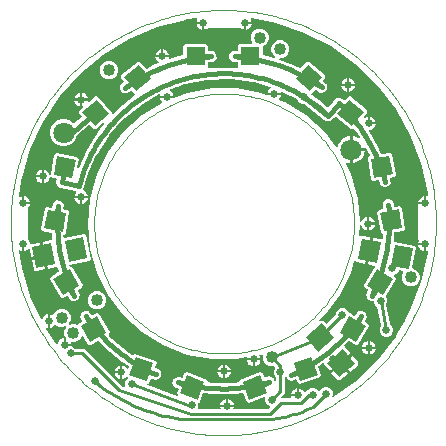
<source format=gtl>
G04 EAGLE Gerber RS-274X export*
G75*
%MOMM*%
%FSLAX35Y35*%
%LPD*%
%INcopper_top*%
%IPPOS*%
%AMOC8*
5,1,8,0,0,1.08239X$1,22.5*%
G01*
%ADD10C,0.010000*%
%ADD11C,0.050000*%
%ADD12R,1.600000X1.800000*%
%ADD13R,1.600000X1.600000*%
%ADD14R,1.600000X1.600000*%
%ADD15C,1.016000*%
%ADD16C,1.800000*%
%ADD17C,0.406400*%
%ADD18C,0.508000*%
%ADD19C,0.254000*%
%ADD20C,0.650000*%
%ADD21C,0.304800*%

G36*
X564813Y-1476963D02*
X564813Y-1476963D01*
X565584Y-1476912D01*
X565910Y-1476766D01*
X566261Y-1476703D01*
X566926Y-1476310D01*
X567633Y-1475993D01*
X567888Y-1475743D01*
X568194Y-1475562D01*
X568682Y-1474961D01*
X569233Y-1474419D01*
X569384Y-1474097D01*
X569610Y-1473819D01*
X569859Y-1473085D01*
X570186Y-1472387D01*
X570216Y-1472032D01*
X570331Y-1471693D01*
X570308Y-1470919D01*
X570373Y-1470150D01*
X570275Y-1469758D01*
X570266Y-1469449D01*
X570089Y-1469011D01*
X569917Y-1468319D01*
X569325Y-1466889D01*
X567706Y-1458749D01*
X622598Y-1458749D01*
X623243Y-1458633D01*
X623899Y-1458615D01*
X624340Y-1458437D01*
X624807Y-1458353D01*
X625372Y-1458019D01*
X625980Y-1457773D01*
X626331Y-1457453D01*
X626741Y-1457212D01*
X627155Y-1456702D01*
X627638Y-1456261D01*
X627856Y-1455839D01*
X628156Y-1455469D01*
X628367Y-1454847D01*
X628667Y-1454265D01*
X628737Y-1453798D01*
X629142Y-1453634D01*
X629609Y-1453550D01*
X630174Y-1453217D01*
X630782Y-1452971D01*
X631133Y-1452651D01*
X631543Y-1452409D01*
X631957Y-1451900D01*
X632441Y-1451458D01*
X632658Y-1451037D01*
X632958Y-1450667D01*
X633169Y-1450044D01*
X633469Y-1449463D01*
X633551Y-1448919D01*
X633679Y-1448541D01*
X633668Y-1448142D01*
X633749Y-1447598D01*
X633749Y-1392706D01*
X641890Y-1394325D01*
X652426Y-1398689D01*
X661909Y-1405026D01*
X669974Y-1413090D01*
X676311Y-1422574D01*
X676903Y-1424005D01*
X677320Y-1424654D01*
X677663Y-1425349D01*
X677923Y-1425594D01*
X678115Y-1425894D01*
X678732Y-1426358D01*
X679295Y-1426890D01*
X679624Y-1427030D01*
X679909Y-1427244D01*
X680649Y-1427465D01*
X681361Y-1427767D01*
X681718Y-1427783D01*
X682060Y-1427885D01*
X682832Y-1427834D01*
X683604Y-1427870D01*
X683944Y-1427761D01*
X684300Y-1427738D01*
X685006Y-1427422D01*
X685742Y-1427186D01*
X686067Y-1426946D01*
X686349Y-1426820D01*
X686685Y-1426489D01*
X687259Y-1426065D01*
X701425Y-1411899D01*
X703587Y-1411899D01*
X704001Y-1411825D01*
X704421Y-1411844D01*
X705098Y-1411628D01*
X705796Y-1411503D01*
X706158Y-1411289D01*
X706559Y-1411161D01*
X707289Y-1410622D01*
X707730Y-1410362D01*
X707863Y-1410198D01*
X708077Y-1410040D01*
X717202Y-1400914D01*
X738482Y-1392099D01*
X761518Y-1392099D01*
X782798Y-1400914D01*
X799923Y-1418039D01*
X800558Y-1418481D01*
X801138Y-1418990D01*
X801472Y-1419117D01*
X801766Y-1419321D01*
X802516Y-1419515D01*
X803236Y-1419789D01*
X803593Y-1419792D01*
X803940Y-1419882D01*
X804710Y-1419802D01*
X805481Y-1419808D01*
X805817Y-1419687D01*
X806173Y-1419650D01*
X806866Y-1419308D01*
X807592Y-1419046D01*
X807865Y-1418815D01*
X808186Y-1418657D01*
X808717Y-1418094D01*
X809306Y-1417596D01*
X809514Y-1417250D01*
X809727Y-1417024D01*
X809912Y-1416589D01*
X810278Y-1415979D01*
X813914Y-1407202D01*
X830202Y-1390914D01*
X851482Y-1382099D01*
X874518Y-1382099D01*
X895798Y-1390914D01*
X912086Y-1407202D01*
X920900Y-1428482D01*
X920900Y-1451517D01*
X915892Y-1463608D01*
X915788Y-1464086D01*
X915589Y-1464535D01*
X915550Y-1465175D01*
X915413Y-1465802D01*
X915482Y-1466287D01*
X915452Y-1466776D01*
X915638Y-1467390D01*
X915727Y-1468024D01*
X915960Y-1468455D01*
X916103Y-1468925D01*
X916490Y-1469435D01*
X916795Y-1469999D01*
X917164Y-1470322D01*
X917460Y-1470712D01*
X918001Y-1471056D01*
X918483Y-1471478D01*
X918942Y-1471653D01*
X919356Y-1471916D01*
X919983Y-1472049D01*
X920581Y-1472278D01*
X921071Y-1472282D01*
X921551Y-1472384D01*
X922185Y-1472291D01*
X922826Y-1472297D01*
X923288Y-1472130D01*
X923772Y-1472059D01*
X924472Y-1471703D01*
X924938Y-1471534D01*
X925144Y-1471359D01*
X925452Y-1471202D01*
X1112115Y-1337656D01*
X1112388Y-1337375D01*
X1112828Y-1337063D01*
X1296032Y-1160433D01*
X1296261Y-1160116D01*
X1296650Y-1159742D01*
X1452184Y-958319D01*
X1452365Y-957971D01*
X1452695Y-957546D01*
X1452901Y-957180D01*
X1452901Y-957179D01*
X1452902Y-957178D01*
X1456464Y-950830D01*
X1456465Y-950830D01*
X1456465Y-950829D01*
X1506352Y-861940D01*
X1506353Y-861938D01*
X1506353Y-861937D01*
X1509916Y-855590D01*
X1509917Y-855589D01*
X1509917Y-855588D01*
X1513479Y-849241D01*
X1513480Y-849240D01*
X1513480Y-849238D01*
X1517043Y-842891D01*
X1517043Y-842890D01*
X1517044Y-842889D01*
X1520606Y-836542D01*
X1520607Y-836541D01*
X1520607Y-836540D01*
X1524170Y-830193D01*
X1524170Y-830192D01*
X1524171Y-830191D01*
X1527733Y-823843D01*
X1527734Y-823842D01*
X1527734Y-823841D01*
X1531297Y-817494D01*
X1531297Y-817493D01*
X1531298Y-817492D01*
X1534860Y-811144D01*
X1534861Y-811143D01*
X1538423Y-804795D01*
X1538424Y-804794D01*
X1538424Y-804793D01*
X1541987Y-798445D01*
X1541988Y-798445D01*
X1541988Y-798444D01*
X1577244Y-735624D01*
X1577373Y-735254D01*
X1577638Y-734785D01*
X1668547Y-497093D01*
X1668620Y-496709D01*
X1668814Y-496205D01*
X1724146Y-247810D01*
X1724163Y-247418D01*
X1724281Y-246893D01*
X1724986Y-237261D01*
X1724946Y-236878D01*
X1724996Y-236498D01*
X1724829Y-235770D01*
X1724752Y-235029D01*
X1724581Y-234685D01*
X1724495Y-234309D01*
X1724086Y-233685D01*
X1723755Y-233017D01*
X1723475Y-232753D01*
X1723264Y-232432D01*
X1722664Y-231990D01*
X1722121Y-231478D01*
X1721767Y-231329D01*
X1721457Y-231101D01*
X1720740Y-230895D01*
X1720053Y-230604D01*
X1719668Y-230587D01*
X1719299Y-230481D01*
X1718322Y-230528D01*
X1717810Y-230505D01*
X1717639Y-230560D01*
X1717415Y-230570D01*
X1708749Y-232294D01*
X1708749Y-177402D01*
X1708633Y-176757D01*
X1708615Y-176101D01*
X1708437Y-175660D01*
X1708353Y-175193D01*
X1708019Y-174628D01*
X1707773Y-174020D01*
X1707453Y-173669D01*
X1707212Y-173259D01*
X1706702Y-172845D01*
X1706261Y-172361D01*
X1705839Y-172144D01*
X1705469Y-171843D01*
X1704847Y-171633D01*
X1704265Y-171333D01*
X1703798Y-171263D01*
X1703634Y-170858D01*
X1703550Y-170390D01*
X1703217Y-169825D01*
X1702971Y-169217D01*
X1702651Y-168866D01*
X1702409Y-168457D01*
X1701900Y-168043D01*
X1701458Y-167559D01*
X1701037Y-167341D01*
X1700667Y-167041D01*
X1700044Y-166830D01*
X1699463Y-166530D01*
X1698919Y-166449D01*
X1698541Y-166320D01*
X1698142Y-166332D01*
X1697598Y-166250D01*
X1642706Y-166250D01*
X1644325Y-158110D01*
X1648689Y-147574D01*
X1651287Y-143686D01*
X1651300Y-143656D01*
X1651322Y-143633D01*
X1651742Y-142643D01*
X1652184Y-141628D01*
X1652186Y-141596D01*
X1652199Y-141567D01*
X1652249Y-140466D01*
X1652310Y-139387D01*
X1652300Y-139357D01*
X1652302Y-139324D01*
X1651966Y-138274D01*
X1651648Y-137242D01*
X1651628Y-137217D01*
X1651618Y-137186D01*
X1650497Y-135669D01*
X1642974Y-128146D01*
X1642974Y142896D01*
X1645385Y145307D01*
X1645693Y145749D01*
X1646077Y146127D01*
X1646329Y146664D01*
X1646667Y147150D01*
X1646802Y147671D01*
X1647031Y148159D01*
X1647080Y148750D01*
X1647228Y149324D01*
X1647172Y149860D01*
X1647217Y150396D01*
X1647045Y151087D01*
X1646997Y151557D01*
X1646859Y151835D01*
X1646762Y152227D01*
X1644325Y158110D01*
X1642706Y166250D01*
X1697598Y166250D01*
X1698243Y166366D01*
X1698899Y166385D01*
X1699340Y166563D01*
X1699807Y166647D01*
X1700372Y166980D01*
X1700980Y167226D01*
X1701331Y167546D01*
X1701741Y167788D01*
X1702155Y168298D01*
X1702638Y168739D01*
X1702856Y169161D01*
X1703156Y169530D01*
X1703367Y170153D01*
X1703667Y170734D01*
X1703737Y171202D01*
X1704142Y171365D01*
X1704609Y171449D01*
X1705174Y171783D01*
X1705782Y172028D01*
X1706133Y172348D01*
X1706543Y172590D01*
X1706957Y173100D01*
X1707441Y173541D01*
X1707658Y173963D01*
X1707958Y174333D01*
X1708169Y174955D01*
X1708469Y175537D01*
X1708551Y176080D01*
X1708679Y176459D01*
X1708668Y176858D01*
X1708749Y177402D01*
X1708749Y232294D01*
X1716889Y230675D01*
X1717335Y230490D01*
X1718316Y230276D01*
X1719283Y230025D01*
X1719406Y230038D01*
X1719528Y230011D01*
X1720524Y230152D01*
X1721517Y230253D01*
X1721627Y230307D01*
X1721751Y230325D01*
X1722637Y230804D01*
X1723531Y231244D01*
X1723616Y231333D01*
X1723725Y231393D01*
X1724388Y232148D01*
X1725075Y232873D01*
X1725123Y232987D01*
X1725205Y233081D01*
X1725563Y234018D01*
X1725955Y234939D01*
X1725965Y235074D01*
X1726005Y235178D01*
X1726009Y235649D01*
X1726098Y236819D01*
X1724281Y261643D01*
X1724184Y262023D01*
X1724146Y262560D01*
X1668814Y510956D01*
X1668662Y511318D01*
X1668547Y511843D01*
X1577638Y749535D01*
X1577435Y749870D01*
X1577244Y750374D01*
X1452695Y972297D01*
X1452447Y972598D01*
X1452184Y973070D01*
X1296650Y1174492D01*
X1296359Y1174756D01*
X1296032Y1175183D01*
X1112828Y1351813D01*
X1112502Y1352031D01*
X1112115Y1352406D01*
X905146Y1500479D01*
X904793Y1500647D01*
X904355Y1500963D01*
X678032Y1617323D01*
X677658Y1617438D01*
X677179Y1617686D01*
X436326Y1699853D01*
X435938Y1699913D01*
X435429Y1700088D01*
X232493Y1737573D01*
X231645Y1737577D01*
X230803Y1737655D01*
X230530Y1737582D01*
X230248Y1737583D01*
X229452Y1737293D01*
X228634Y1737073D01*
X228404Y1736910D01*
X228139Y1736813D01*
X227494Y1736263D01*
X226804Y1735773D01*
X226646Y1735540D01*
X226431Y1735357D01*
X226018Y1734617D01*
X225541Y1733917D01*
X225473Y1733643D01*
X225336Y1733397D01*
X225206Y1732561D01*
X225003Y1731738D01*
X225035Y1731457D01*
X224992Y1731178D01*
X225161Y1730350D01*
X225257Y1729507D01*
X225391Y1729222D01*
X225441Y1728979D01*
X225707Y1728552D01*
X226060Y1727801D01*
X226311Y1727426D01*
X230675Y1716890D01*
X232294Y1708749D01*
X177402Y1708749D01*
X176757Y1708633D01*
X176101Y1708615D01*
X175660Y1708437D01*
X175193Y1708353D01*
X174628Y1708019D01*
X174020Y1707773D01*
X173669Y1707453D01*
X173259Y1707212D01*
X172845Y1706702D01*
X172361Y1706261D01*
X172144Y1705839D01*
X171843Y1705469D01*
X171633Y1704847D01*
X171333Y1704265D01*
X171263Y1703798D01*
X170858Y1703634D01*
X170390Y1703550D01*
X169825Y1703217D01*
X169217Y1702971D01*
X168866Y1702651D01*
X168457Y1702409D01*
X168043Y1701900D01*
X167559Y1701458D01*
X167341Y1701037D01*
X167041Y1700667D01*
X166830Y1700044D01*
X166530Y1699463D01*
X166449Y1698919D01*
X166320Y1698541D01*
X166332Y1698142D01*
X166250Y1697598D01*
X166250Y1642706D01*
X158110Y1644325D01*
X147574Y1648689D01*
X138090Y1655026D01*
X138001Y1655115D01*
X137655Y1655355D01*
X137372Y1655666D01*
X136742Y1655990D01*
X136158Y1656397D01*
X135750Y1656502D01*
X135377Y1656694D01*
X134483Y1656828D01*
X133984Y1656957D01*
X133773Y1656935D01*
X133512Y1656974D01*
X-133512Y1656974D01*
X-133925Y1656900D01*
X-134346Y1656919D01*
X-135023Y1656703D01*
X-135721Y1656578D01*
X-136083Y1656364D01*
X-136484Y1656236D01*
X-137213Y1655697D01*
X-137654Y1655437D01*
X-137788Y1655273D01*
X-138001Y1655115D01*
X-138090Y1655026D01*
X-147574Y1648689D01*
X-158110Y1644325D01*
X-166250Y1642706D01*
X-166250Y1697598D01*
X-166366Y1698243D01*
X-166385Y1698899D01*
X-166563Y1699340D01*
X-166647Y1699807D01*
X-166980Y1700372D01*
X-167226Y1700980D01*
X-167546Y1701331D01*
X-167788Y1701741D01*
X-168298Y1702155D01*
X-168739Y1702638D01*
X-169161Y1702856D01*
X-169530Y1703156D01*
X-170153Y1703367D01*
X-170734Y1703667D01*
X-171202Y1703737D01*
X-171365Y1704142D01*
X-171449Y1704609D01*
X-171783Y1705174D01*
X-172028Y1705782D01*
X-172348Y1706133D01*
X-172590Y1706543D01*
X-173100Y1706957D01*
X-173541Y1707441D01*
X-173963Y1707658D01*
X-174333Y1707958D01*
X-174955Y1708169D01*
X-175537Y1708469D01*
X-176080Y1708551D01*
X-176459Y1708679D01*
X-176858Y1708668D01*
X-177402Y1708749D01*
X-232294Y1708749D01*
X-230675Y1716890D01*
X-226310Y1727426D01*
X-225835Y1728138D01*
X-225588Y1728703D01*
X-225253Y1729223D01*
X-225142Y1729726D01*
X-224937Y1730196D01*
X-224902Y1730812D01*
X-224769Y1731416D01*
X-224840Y1731924D01*
X-224811Y1732437D01*
X-224993Y1733028D01*
X-225078Y1733639D01*
X-225322Y1734091D01*
X-225473Y1734582D01*
X-225849Y1735071D01*
X-226142Y1735616D01*
X-226528Y1735956D01*
X-226840Y1736363D01*
X-227363Y1736691D01*
X-227827Y1737099D01*
X-228307Y1737283D01*
X-228742Y1737556D01*
X-229346Y1737682D01*
X-229923Y1737903D01*
X-230525Y1737927D01*
X-230939Y1738013D01*
X-231306Y1737958D01*
X-231808Y1737978D01*
X-323940Y1727840D01*
X-324315Y1727729D01*
X-324851Y1727672D01*
X-571060Y1663305D01*
X-571416Y1663140D01*
X-571937Y1663005D01*
X-806150Y1563476D01*
X-806479Y1563260D01*
X-806974Y1563052D01*
X-1024200Y1430481D01*
X-1024493Y1430221D01*
X-1024954Y1429941D01*
X-1220562Y1267155D01*
X-1220813Y1266856D01*
X-1221229Y1266512D01*
X-1391051Y1076979D01*
X-1391257Y1076646D01*
X-1391618Y1076246D01*
X-1532033Y864007D01*
X-1532188Y863648D01*
X-1532487Y863198D01*
X-1640504Y632777D01*
X-1640605Y632399D01*
X-1640836Y631911D01*
X-1714152Y388218D01*
X-1714197Y387827D01*
X-1714353Y387313D01*
X-1714465Y386554D01*
X-1714466Y386551D01*
X-1714466Y386549D01*
X-1715399Y380204D01*
X-1715400Y380202D01*
X-1715400Y380200D01*
X-1716334Y373854D01*
X-1716334Y373853D01*
X-1716334Y373851D01*
X-1717268Y367506D01*
X-1717269Y367503D01*
X-1717269Y367500D01*
X-1718203Y361156D01*
X-1718203Y361154D01*
X-1718203Y361151D01*
X-1719137Y354807D01*
X-1719138Y354804D01*
X-1719138Y354802D01*
X-1720072Y348457D01*
X-1720072Y348455D01*
X-1720072Y348453D01*
X-1721006Y342107D01*
X-1721007Y342106D01*
X-1721007Y342104D01*
X-1721940Y335759D01*
X-1721941Y335756D01*
X-1721941Y335753D01*
X-1722875Y329409D01*
X-1722876Y329407D01*
X-1722876Y329404D01*
X-1723809Y323059D01*
X-1723810Y323058D01*
X-1723810Y323055D01*
X-1724744Y316710D01*
X-1724744Y316708D01*
X-1724744Y316706D01*
X-1725678Y310362D01*
X-1725679Y310359D01*
X-1725679Y310356D01*
X-1726613Y304012D01*
X-1726613Y304009D01*
X-1726613Y304007D01*
X-1727547Y297662D01*
X-1727548Y297660D01*
X-1727548Y297658D01*
X-1728482Y291313D01*
X-1728482Y291311D01*
X-1728482Y291309D01*
X-1729416Y284963D01*
X-1729417Y284961D01*
X-1729417Y284960D01*
X-1730350Y278615D01*
X-1730351Y278612D01*
X-1730351Y278609D01*
X-1731285Y272265D01*
X-1731286Y272263D01*
X-1731286Y272260D01*
X-1732219Y265915D01*
X-1732220Y265913D01*
X-1732220Y265911D01*
X-1733154Y259565D01*
X-1733154Y259564D01*
X-1733154Y259562D01*
X-1734088Y253217D01*
X-1734089Y253214D01*
X-1734089Y253211D01*
X-1735023Y246868D01*
X-1735023Y246865D01*
X-1735023Y246862D01*
X-1735957Y240518D01*
X-1735958Y240516D01*
X-1735958Y240513D01*
X-1736892Y234168D01*
X-1736892Y234166D01*
X-1736892Y234164D01*
X-1737124Y232588D01*
X-1737101Y231857D01*
X-1737169Y231128D01*
X-1737066Y230744D01*
X-1737053Y230345D01*
X-1736777Y229665D01*
X-1736587Y228960D01*
X-1736356Y228635D01*
X-1736206Y228266D01*
X-1735712Y227728D01*
X-1735287Y227130D01*
X-1734957Y226905D01*
X-1734688Y226612D01*
X-1734036Y226278D01*
X-1733431Y225867D01*
X-1733045Y225771D01*
X-1732690Y225589D01*
X-1731963Y225504D01*
X-1731252Y225328D01*
X-1730856Y225373D01*
X-1730460Y225326D01*
X-1729749Y225499D01*
X-1729022Y225582D01*
X-1728611Y225775D01*
X-1728279Y225855D01*
X-1727907Y226106D01*
X-1727814Y226150D01*
X-1716890Y230675D01*
X-1708749Y232294D01*
X-1708749Y177402D01*
X-1708633Y176757D01*
X-1708615Y176101D01*
X-1708437Y175660D01*
X-1708353Y175193D01*
X-1708019Y174628D01*
X-1707773Y174020D01*
X-1707453Y173669D01*
X-1707212Y173259D01*
X-1706702Y172845D01*
X-1706261Y172361D01*
X-1705839Y172144D01*
X-1705469Y171843D01*
X-1704847Y171633D01*
X-1704265Y171333D01*
X-1703798Y171263D01*
X-1703634Y170858D01*
X-1703550Y170390D01*
X-1703217Y169825D01*
X-1702971Y169217D01*
X-1702651Y168866D01*
X-1702409Y168457D01*
X-1701900Y168043D01*
X-1701458Y167559D01*
X-1701037Y167341D01*
X-1700667Y167041D01*
X-1700044Y166830D01*
X-1699463Y166530D01*
X-1698919Y166449D01*
X-1698541Y166320D01*
X-1698142Y166332D01*
X-1697598Y166250D01*
X-1642706Y166250D01*
X-1644325Y158110D01*
X-1648689Y147574D01*
X-1655154Y137898D01*
X-1655523Y137052D01*
X-1655944Y136236D01*
X-1655978Y136010D01*
X-1656052Y135840D01*
X-1656081Y135328D01*
X-1656224Y134370D01*
X-1656224Y-128197D01*
X-1656481Y-128567D01*
X-1656932Y-129044D01*
X-1657118Y-129482D01*
X-1657389Y-129872D01*
X-1657553Y-130507D01*
X-1657809Y-131111D01*
X-1657831Y-131586D01*
X-1657949Y-132045D01*
X-1657882Y-132697D01*
X-1657912Y-133353D01*
X-1657767Y-133806D01*
X-1657718Y-134278D01*
X-1657428Y-134866D01*
X-1657228Y-135491D01*
X-1656901Y-135934D01*
X-1656725Y-136291D01*
X-1656435Y-136565D01*
X-1656108Y-137008D01*
X-1655026Y-138090D01*
X-1648689Y-147574D01*
X-1644325Y-158110D01*
X-1642099Y-169298D01*
X-1642099Y-169462D01*
X-1641929Y-170412D01*
X-1641807Y-171368D01*
X-1641731Y-171511D01*
X-1641703Y-171671D01*
X-1641213Y-172502D01*
X-1640765Y-173356D01*
X-1640644Y-173465D01*
X-1640562Y-173605D01*
X-1639814Y-174212D01*
X-1639097Y-174858D01*
X-1638945Y-174918D01*
X-1638819Y-175020D01*
X-1637904Y-175330D01*
X-1637010Y-175685D01*
X-1636848Y-175688D01*
X-1636693Y-175741D01*
X-1635727Y-175713D01*
X-1634765Y-175734D01*
X-1634595Y-175681D01*
X-1634449Y-175677D01*
X-1633985Y-175489D01*
X-1632966Y-175168D01*
X-1631259Y-174336D01*
X-1561912Y-160856D01*
X-1542316Y-261671D01*
X-1633314Y-279359D01*
X-1645546Y-216430D01*
X-1645649Y-216165D01*
X-1645678Y-215882D01*
X-1646053Y-215124D01*
X-1646358Y-214337D01*
X-1646547Y-214124D01*
X-1646673Y-213869D01*
X-1647286Y-213290D01*
X-1647846Y-212657D01*
X-1648098Y-212523D01*
X-1648305Y-212328D01*
X-1649081Y-211998D01*
X-1649827Y-211600D01*
X-1650109Y-211562D01*
X-1650371Y-211451D01*
X-1651215Y-211412D01*
X-1652051Y-211298D01*
X-1652328Y-211361D01*
X-1652614Y-211348D01*
X-1653419Y-211605D01*
X-1654242Y-211790D01*
X-1654481Y-211945D01*
X-1654752Y-212032D01*
X-1655754Y-212772D01*
X-1656124Y-213013D01*
X-1656179Y-213086D01*
X-1656269Y-213152D01*
X-1663090Y-219974D01*
X-1672574Y-226311D01*
X-1683110Y-230675D01*
X-1691250Y-232294D01*
X-1691250Y-177402D01*
X-1691366Y-176757D01*
X-1691385Y-176101D01*
X-1691563Y-175660D01*
X-1691647Y-175193D01*
X-1691980Y-174628D01*
X-1692226Y-174020D01*
X-1692546Y-173669D01*
X-1692788Y-173259D01*
X-1693298Y-172845D01*
X-1693739Y-172361D01*
X-1694161Y-172144D01*
X-1694530Y-171843D01*
X-1695153Y-171633D01*
X-1695734Y-171333D01*
X-1696278Y-171251D01*
X-1696656Y-171123D01*
X-1697055Y-171134D01*
X-1697599Y-171053D01*
X-1702400Y-171053D01*
X-1703045Y-171168D01*
X-1703701Y-171187D01*
X-1704142Y-171365D01*
X-1704609Y-171449D01*
X-1705174Y-171783D01*
X-1705782Y-172028D01*
X-1706133Y-172348D01*
X-1706543Y-172590D01*
X-1706957Y-173100D01*
X-1707441Y-173541D01*
X-1707658Y-173963D01*
X-1707958Y-174333D01*
X-1708169Y-174955D01*
X-1708469Y-175537D01*
X-1708551Y-176080D01*
X-1708679Y-176459D01*
X-1708668Y-176858D01*
X-1708749Y-177402D01*
X-1708749Y-232294D01*
X-1716890Y-230675D01*
X-1726084Y-226866D01*
X-1726192Y-226843D01*
X-1726287Y-226786D01*
X-1727287Y-226604D01*
X-1728278Y-226387D01*
X-1728387Y-226403D01*
X-1728496Y-226383D01*
X-1729497Y-226560D01*
X-1730501Y-226702D01*
X-1730598Y-226754D01*
X-1730706Y-226773D01*
X-1731579Y-227285D01*
X-1732475Y-227769D01*
X-1732548Y-227853D01*
X-1732643Y-227908D01*
X-1733281Y-228690D01*
X-1733954Y-229458D01*
X-1733994Y-229562D01*
X-1734063Y-229647D01*
X-1734392Y-230606D01*
X-1734754Y-231556D01*
X-1734755Y-231666D01*
X-1734791Y-231771D01*
X-1734796Y-233657D01*
X-1714353Y-372563D01*
X-1714229Y-372933D01*
X-1714152Y-373468D01*
X-1640836Y-617161D01*
X-1640658Y-617511D01*
X-1640504Y-618027D01*
X-1552007Y-806809D01*
X-1551575Y-807419D01*
X-1551220Y-808075D01*
X-1550932Y-808328D01*
X-1550710Y-808641D01*
X-1550093Y-809063D01*
X-1549532Y-809554D01*
X-1549173Y-809691D01*
X-1548856Y-809908D01*
X-1548131Y-810088D01*
X-1547434Y-810353D01*
X-1547051Y-810357D01*
X-1546678Y-810450D01*
X-1545934Y-810366D01*
X-1545189Y-810373D01*
X-1544829Y-810243D01*
X-1544447Y-810200D01*
X-1543780Y-809863D01*
X-1543078Y-809610D01*
X-1542785Y-809362D01*
X-1542442Y-809189D01*
X-1541935Y-808643D01*
X-1541364Y-808160D01*
X-1541139Y-807786D01*
X-1540915Y-807544D01*
X-1540739Y-807122D01*
X-1540392Y-806544D01*
X-1536511Y-797174D01*
X-1530174Y-787690D01*
X-1522109Y-779626D01*
X-1512626Y-773289D01*
X-1502090Y-768925D01*
X-1493949Y-767306D01*
X-1493949Y-822198D01*
X-1493833Y-822843D01*
X-1493815Y-823499D01*
X-1493637Y-823940D01*
X-1493553Y-824407D01*
X-1493414Y-824642D01*
X-1493669Y-825137D01*
X-1493751Y-825680D01*
X-1493879Y-826059D01*
X-1493876Y-826170D01*
X-1493879Y-826179D01*
X-1493871Y-826477D01*
X-1493949Y-827002D01*
X-1493949Y-881894D01*
X-1498002Y-881088D01*
X-1498877Y-881072D01*
X-1499748Y-880986D01*
X-1499993Y-881051D01*
X-1500247Y-881046D01*
X-1501075Y-881336D01*
X-1501919Y-881558D01*
X-1502125Y-881704D01*
X-1502365Y-881788D01*
X-1503039Y-882347D01*
X-1503755Y-882850D01*
X-1503899Y-883059D01*
X-1504093Y-883221D01*
X-1504531Y-883978D01*
X-1505027Y-884700D01*
X-1505088Y-884945D01*
X-1505215Y-885165D01*
X-1505362Y-886031D01*
X-1505575Y-886877D01*
X-1505548Y-887128D01*
X-1505590Y-887379D01*
X-1505427Y-888240D01*
X-1505332Y-889108D01*
X-1505213Y-889364D01*
X-1505171Y-889584D01*
X-1504907Y-890022D01*
X-1504536Y-890819D01*
X-1419103Y-1019952D01*
X-1418480Y-1020604D01*
X-1417902Y-1021301D01*
X-1417708Y-1021413D01*
X-1417553Y-1021576D01*
X-1416741Y-1021971D01*
X-1415958Y-1022423D01*
X-1415736Y-1022460D01*
X-1415534Y-1022558D01*
X-1414636Y-1022647D01*
X-1413744Y-1022798D01*
X-1413524Y-1022756D01*
X-1413300Y-1022778D01*
X-1412426Y-1022547D01*
X-1411539Y-1022378D01*
X-1411347Y-1022263D01*
X-1411130Y-1022205D01*
X-1410390Y-1021685D01*
X-1409617Y-1021218D01*
X-1409477Y-1021043D01*
X-1409293Y-1020914D01*
X-1408781Y-1020169D01*
X-1408219Y-1019462D01*
X-1408134Y-1019228D01*
X-1408022Y-1019064D01*
X-1407897Y-1018568D01*
X-1407580Y-1017687D01*
X-1405675Y-1008110D01*
X-1401311Y-997574D01*
X-1394974Y-988090D01*
X-1386909Y-980026D01*
X-1377426Y-973689D01*
X-1366890Y-969325D01*
X-1358749Y-967706D01*
X-1358749Y-1022598D01*
X-1358633Y-1023243D01*
X-1358615Y-1023899D01*
X-1358437Y-1024340D01*
X-1358353Y-1024807D01*
X-1358019Y-1025372D01*
X-1357773Y-1025980D01*
X-1357453Y-1026331D01*
X-1357212Y-1026741D01*
X-1356702Y-1027155D01*
X-1356261Y-1027638D01*
X-1355839Y-1027856D01*
X-1355469Y-1028156D01*
X-1354847Y-1028367D01*
X-1354265Y-1028667D01*
X-1353798Y-1028737D01*
X-1353634Y-1029142D01*
X-1353550Y-1029609D01*
X-1353217Y-1030174D01*
X-1352971Y-1030782D01*
X-1352651Y-1031133D01*
X-1352409Y-1031543D01*
X-1351900Y-1031957D01*
X-1351458Y-1032441D01*
X-1351037Y-1032658D01*
X-1350667Y-1032958D01*
X-1350044Y-1033169D01*
X-1349463Y-1033469D01*
X-1348919Y-1033551D01*
X-1348541Y-1033679D01*
X-1348142Y-1033668D01*
X-1347598Y-1033749D01*
X-1292705Y-1033749D01*
X-1292902Y-1034737D01*
X-1292903Y-1034769D01*
X-1292914Y-1034799D01*
X-1292923Y-1035883D01*
X-1292944Y-1036982D01*
X-1292933Y-1037013D01*
X-1292933Y-1037044D01*
X-1292565Y-1038063D01*
X-1292202Y-1039100D01*
X-1292182Y-1039125D01*
X-1292171Y-1039156D01*
X-1291458Y-1039998D01*
X-1290769Y-1040828D01*
X-1290742Y-1040844D01*
X-1290721Y-1040869D01*
X-1289104Y-1041842D01*
X-1267202Y-1050914D01*
X-1258077Y-1060040D01*
X-1257731Y-1060280D01*
X-1257448Y-1060591D01*
X-1256818Y-1060915D01*
X-1256233Y-1061322D01*
X-1255825Y-1061427D01*
X-1255452Y-1061619D01*
X-1254558Y-1061753D01*
X-1254060Y-1061882D01*
X-1253849Y-1061860D01*
X-1253587Y-1061899D01*
X-1184218Y-1061899D01*
X-868129Y-1377988D01*
X-867862Y-1378175D01*
X-867830Y-1378209D01*
X-867759Y-1378246D01*
X-867673Y-1378305D01*
X-867282Y-1378700D01*
X-866666Y-1379007D01*
X-866286Y-1379270D01*
X-865973Y-1379351D01*
X-865593Y-1379540D01*
X-844446Y-1386377D01*
X-843813Y-1386463D01*
X-843201Y-1386645D01*
X-842709Y-1386613D01*
X-842222Y-1386679D01*
X-841599Y-1386539D01*
X-840961Y-1386497D01*
X-840512Y-1386296D01*
X-840031Y-1386188D01*
X-839495Y-1385840D01*
X-838913Y-1385579D01*
X-838562Y-1385234D01*
X-838148Y-1384966D01*
X-837767Y-1384453D01*
X-837312Y-1384005D01*
X-837102Y-1383559D01*
X-836808Y-1383164D01*
X-836630Y-1382552D01*
X-836358Y-1381973D01*
X-836317Y-1381482D01*
X-836179Y-1381009D01*
X-836225Y-1380373D01*
X-836172Y-1379736D01*
X-836310Y-1379180D01*
X-836339Y-1378770D01*
X-836499Y-1378418D01*
X-836627Y-1377905D01*
X-838900Y-1372417D01*
X-838900Y-1349382D01*
X-830086Y-1328102D01*
X-814010Y-1312027D01*
X-813490Y-1311280D01*
X-812922Y-1310571D01*
X-812853Y-1310364D01*
X-812728Y-1310184D01*
X-812501Y-1309301D01*
X-812215Y-1308440D01*
X-812223Y-1308223D01*
X-812168Y-1308010D01*
X-812262Y-1307103D01*
X-812293Y-1306197D01*
X-812377Y-1305995D01*
X-812399Y-1305777D01*
X-812802Y-1304960D01*
X-813148Y-1304121D01*
X-813296Y-1303961D01*
X-813393Y-1303764D01*
X-814055Y-1303139D01*
X-814671Y-1302472D01*
X-814883Y-1302356D01*
X-815025Y-1302223D01*
X-815498Y-1302022D01*
X-816328Y-1301571D01*
X-823788Y-1298856D01*
X-824183Y-1298787D01*
X-824551Y-1298631D01*
X-825279Y-1298598D01*
X-825999Y-1298473D01*
X-826393Y-1298546D01*
X-826793Y-1298528D01*
X-827488Y-1298750D01*
X-828207Y-1298884D01*
X-828550Y-1299090D01*
X-828932Y-1299212D01*
X-829692Y-1299773D01*
X-830133Y-1300037D01*
X-830254Y-1300188D01*
X-830449Y-1300333D01*
X-833090Y-1302974D01*
X-842574Y-1309311D01*
X-853110Y-1313675D01*
X-861250Y-1315294D01*
X-861250Y-1260402D01*
X-861366Y-1259757D01*
X-861385Y-1259101D01*
X-861563Y-1258660D01*
X-861647Y-1258193D01*
X-861785Y-1257958D01*
X-861530Y-1257463D01*
X-861449Y-1256919D01*
X-861320Y-1256541D01*
X-861332Y-1256142D01*
X-861250Y-1255598D01*
X-861250Y-1200706D01*
X-853110Y-1202325D01*
X-842574Y-1206689D01*
X-833090Y-1213026D01*
X-825026Y-1221090D01*
X-821978Y-1225653D01*
X-821693Y-1225948D01*
X-821483Y-1226298D01*
X-820920Y-1226750D01*
X-820420Y-1227269D01*
X-820052Y-1227446D01*
X-819732Y-1227703D01*
X-819046Y-1227930D01*
X-818397Y-1228243D01*
X-817989Y-1228281D01*
X-817601Y-1228410D01*
X-816880Y-1228384D01*
X-816162Y-1228452D01*
X-815767Y-1228346D01*
X-815358Y-1228331D01*
X-814690Y-1228057D01*
X-813994Y-1227870D01*
X-813660Y-1227633D01*
X-813282Y-1227477D01*
X-812752Y-1226987D01*
X-812164Y-1226570D01*
X-811934Y-1226232D01*
X-811633Y-1225954D01*
X-811189Y-1225137D01*
X-810901Y-1224714D01*
X-810852Y-1224518D01*
X-810732Y-1224297D01*
X-805903Y-1211032D01*
X-805902Y-1211025D01*
X-805899Y-1211020D01*
X-805745Y-1210117D01*
X-805521Y-1208820D01*
X-805522Y-1208813D01*
X-805521Y-1208807D01*
X-805717Y-1207763D01*
X-805932Y-1206613D01*
X-805935Y-1206608D01*
X-805936Y-1206601D01*
X-806521Y-1205628D01*
X-807085Y-1204687D01*
X-807090Y-1204683D01*
X-807093Y-1204677D01*
X-808533Y-1203458D01*
X-861345Y-1170828D01*
X-1015940Y-1042437D01*
X-1058996Y-995102D01*
X-1059868Y-994432D01*
X-1060731Y-993758D01*
X-1060756Y-993751D01*
X-1060777Y-993734D01*
X-1061812Y-993415D01*
X-1062870Y-993078D01*
X-1062897Y-993080D01*
X-1062922Y-993072D01*
X-1063996Y-993132D01*
X-1065113Y-993186D01*
X-1065139Y-993196D01*
X-1065163Y-993198D01*
X-1065346Y-993278D01*
X-1066868Y-993876D01*
X-1130693Y-1030725D01*
X-1151018Y-1025279D01*
X-1192932Y-952683D01*
X-1193241Y-952317D01*
X-1193468Y-951897D01*
X-1193959Y-951468D01*
X-1194380Y-950968D01*
X-1194797Y-950733D01*
X-1195157Y-950418D01*
X-1195765Y-950186D01*
X-1196335Y-949864D01*
X-1196808Y-949788D01*
X-1197254Y-949618D01*
X-1197907Y-949613D01*
X-1198552Y-949510D01*
X-1199021Y-949603D01*
X-1199499Y-949599D01*
X-1200113Y-949821D01*
X-1200753Y-949948D01*
X-1201161Y-950199D01*
X-1201610Y-950362D01*
X-1202109Y-950784D01*
X-1202665Y-951126D01*
X-1202959Y-951503D01*
X-1203324Y-951812D01*
X-1203740Y-952503D01*
X-1204047Y-952895D01*
X-1204125Y-953143D01*
X-1204297Y-953428D01*
X-1210401Y-968164D01*
X-1231836Y-989600D01*
X-1259842Y-1001200D01*
X-1287963Y-1001200D01*
X-1288112Y-1001227D01*
X-1288263Y-1001208D01*
X-1289213Y-1001425D01*
X-1290172Y-1001597D01*
X-1290302Y-1001674D01*
X-1290451Y-1001708D01*
X-1291268Y-1002244D01*
X-1292105Y-1002738D01*
X-1292201Y-1002856D01*
X-1292328Y-1002939D01*
X-1292906Y-1003724D01*
X-1293521Y-1004481D01*
X-1293570Y-1004624D01*
X-1293660Y-1004747D01*
X-1293928Y-1005683D01*
X-1294242Y-1006607D01*
X-1294237Y-1006758D01*
X-1294279Y-1006904D01*
X-1294190Y-1008788D01*
X-1292706Y-1016250D01*
X-1341250Y-1016250D01*
X-1341250Y-965442D01*
X-1341303Y-965144D01*
X-1341278Y-964843D01*
X-1341564Y-963694D01*
X-1341647Y-963233D01*
X-1341702Y-963140D01*
X-1341733Y-963013D01*
X-1351200Y-940158D01*
X-1351200Y-909842D01*
X-1339600Y-881836D01*
X-1338236Y-880473D01*
X-1337661Y-879646D01*
X-1337057Y-878843D01*
X-1337023Y-878728D01*
X-1336954Y-878630D01*
X-1336703Y-877656D01*
X-1336416Y-876691D01*
X-1336423Y-876571D01*
X-1336394Y-876456D01*
X-1336497Y-875457D01*
X-1336563Y-874451D01*
X-1336613Y-874342D01*
X-1336625Y-874223D01*
X-1337070Y-873320D01*
X-1337482Y-872403D01*
X-1337565Y-872317D01*
X-1337618Y-872210D01*
X-1338349Y-871519D01*
X-1339055Y-870801D01*
X-1339164Y-870750D01*
X-1339250Y-870668D01*
X-1340177Y-870275D01*
X-1341088Y-869848D01*
X-1341206Y-869838D01*
X-1341317Y-869791D01*
X-1342326Y-869745D01*
X-1343325Y-869662D01*
X-1343452Y-869693D01*
X-1343559Y-869688D01*
X-1344006Y-869831D01*
X-1345155Y-870117D01*
X-1359842Y-876200D01*
X-1390158Y-876200D01*
X-1418164Y-864600D01*
X-1427156Y-855607D01*
X-1427281Y-855521D01*
X-1427373Y-855400D01*
X-1428199Y-854882D01*
X-1428999Y-854326D01*
X-1429146Y-854288D01*
X-1429275Y-854207D01*
X-1430227Y-854009D01*
X-1431173Y-853765D01*
X-1431325Y-853781D01*
X-1431473Y-853750D01*
X-1432433Y-853896D01*
X-1433406Y-853996D01*
X-1433542Y-854063D01*
X-1433692Y-854086D01*
X-1434546Y-854559D01*
X-1435418Y-854990D01*
X-1435523Y-855100D01*
X-1435656Y-855174D01*
X-1436925Y-856569D01*
X-1440226Y-861510D01*
X-1448290Y-869574D01*
X-1457774Y-875911D01*
X-1468310Y-880275D01*
X-1476450Y-881894D01*
X-1476450Y-827002D01*
X-1476566Y-826357D01*
X-1476585Y-825701D01*
X-1476763Y-825260D01*
X-1476847Y-824793D01*
X-1476985Y-824558D01*
X-1476730Y-824063D01*
X-1476649Y-823519D01*
X-1476520Y-823141D01*
X-1476532Y-822742D01*
X-1476450Y-822198D01*
X-1476450Y-767306D01*
X-1468310Y-768925D01*
X-1457774Y-773289D01*
X-1455310Y-774936D01*
X-1455170Y-774997D01*
X-1455056Y-775096D01*
X-1454148Y-775442D01*
X-1453252Y-775833D01*
X-1453100Y-775842D01*
X-1452958Y-775896D01*
X-1451984Y-775904D01*
X-1451011Y-775958D01*
X-1450866Y-775914D01*
X-1450714Y-775915D01*
X-1449795Y-775583D01*
X-1448866Y-775296D01*
X-1448746Y-775204D01*
X-1448603Y-775152D01*
X-1447857Y-774521D01*
X-1447085Y-773929D01*
X-1447005Y-773800D01*
X-1446889Y-773702D01*
X-1445916Y-772086D01*
X-1439600Y-756836D01*
X-1418164Y-735400D01*
X-1390158Y-723799D01*
X-1359842Y-723799D01*
X-1331836Y-735400D01*
X-1310400Y-756836D01*
X-1298799Y-784842D01*
X-1298799Y-815158D01*
X-1310400Y-843163D01*
X-1311764Y-844527D01*
X-1312338Y-845353D01*
X-1312943Y-846157D01*
X-1312977Y-846272D01*
X-1313046Y-846370D01*
X-1313297Y-847344D01*
X-1313584Y-848309D01*
X-1313576Y-848428D01*
X-1313606Y-848544D01*
X-1313502Y-849548D01*
X-1313436Y-850549D01*
X-1313387Y-850658D01*
X-1313375Y-850777D01*
X-1312929Y-851679D01*
X-1312518Y-852597D01*
X-1312434Y-852683D01*
X-1312381Y-852790D01*
X-1311650Y-853480D01*
X-1310945Y-854198D01*
X-1310836Y-854249D01*
X-1310749Y-854331D01*
X-1309823Y-854725D01*
X-1308912Y-855152D01*
X-1308793Y-855162D01*
X-1308683Y-855208D01*
X-1307674Y-855255D01*
X-1306675Y-855338D01*
X-1306548Y-855307D01*
X-1306440Y-855312D01*
X-1305994Y-855169D01*
X-1304845Y-854883D01*
X-1290158Y-848799D01*
X-1259842Y-848799D01*
X-1245308Y-854820D01*
X-1244272Y-855046D01*
X-1243230Y-855294D01*
X-1243172Y-855287D01*
X-1243114Y-855299D01*
X-1242065Y-855151D01*
X-1241002Y-855020D01*
X-1240949Y-854993D01*
X-1240892Y-854985D01*
X-1239962Y-854482D01*
X-1239008Y-853988D01*
X-1238968Y-853944D01*
X-1238917Y-853917D01*
X-1238222Y-853123D01*
X-1237498Y-852327D01*
X-1237473Y-852268D01*
X-1237438Y-852228D01*
X-1237316Y-851909D01*
X-1236745Y-850597D01*
X-1236093Y-848167D01*
X-1204092Y-829691D01*
X-1203559Y-829241D01*
X-1202969Y-828867D01*
X-1202707Y-828521D01*
X-1202377Y-828242D01*
X-1202033Y-827635D01*
X-1201611Y-827079D01*
X-1201486Y-826665D01*
X-1201273Y-826288D01*
X-1201162Y-825598D01*
X-1200960Y-824931D01*
X-1200987Y-824498D01*
X-1200918Y-824071D01*
X-1201055Y-823386D01*
X-1201097Y-822690D01*
X-1201285Y-822231D01*
X-1201357Y-821869D01*
X-1201581Y-821505D01*
X-1201810Y-820944D01*
X-1208466Y-809764D01*
X-1208582Y-809631D01*
X-1208676Y-809435D01*
X-1218549Y-794957D01*
X-1218575Y-794536D01*
X-1218567Y-793631D01*
X-1218644Y-793417D01*
X-1218658Y-793192D01*
X-1219021Y-792303D01*
X-1214711Y-775313D01*
X-1214699Y-775138D01*
X-1214627Y-774932D01*
X-1211370Y-757711D01*
X-1211087Y-757391D01*
X-1210445Y-756761D01*
X-1210349Y-756557D01*
X-1210198Y-756387D01*
X-1209827Y-755501D01*
X-1194767Y-746535D01*
X-1194633Y-746420D01*
X-1194437Y-746325D01*
X-1179957Y-736451D01*
X-1179536Y-736425D01*
X-1178631Y-736433D01*
X-1178417Y-736356D01*
X-1178192Y-736342D01*
X-1177303Y-735979D01*
X-1160313Y-740288D01*
X-1160138Y-740301D01*
X-1159932Y-740373D01*
X-1142711Y-743630D01*
X-1142391Y-743913D01*
X-1141761Y-744555D01*
X-1141557Y-744651D01*
X-1141387Y-744801D01*
X-1140501Y-745173D01*
X-1131832Y-759736D01*
X-1131655Y-759940D01*
X-1131493Y-760246D01*
X-1120663Y-774995D01*
X-1120439Y-775208D01*
X-1120277Y-775471D01*
X-1119630Y-775976D01*
X-1119035Y-776541D01*
X-1118752Y-776662D01*
X-1118508Y-776853D01*
X-1117725Y-777101D01*
X-1116972Y-777424D01*
X-1116663Y-777439D01*
X-1116368Y-777533D01*
X-1115547Y-777493D01*
X-1114729Y-777533D01*
X-1114436Y-777440D01*
X-1114126Y-777425D01*
X-1113039Y-776998D01*
X-1112589Y-776856D01*
X-1112500Y-776786D01*
X-1112371Y-776735D01*
X-1079307Y-757646D01*
X-1058981Y-763092D01*
X-968460Y-919878D01*
X-974451Y-942235D01*
X-974485Y-942296D01*
X-974514Y-942472D01*
X-974531Y-942536D01*
X-974617Y-942714D01*
X-974701Y-943616D01*
X-974848Y-944511D01*
X-974805Y-944729D01*
X-974826Y-944950D01*
X-974591Y-945825D01*
X-974417Y-946715D01*
X-974301Y-946904D01*
X-974244Y-947118D01*
X-973383Y-948406D01*
X-973246Y-948630D01*
X-973219Y-948651D01*
X-973196Y-948686D01*
X-950640Y-973483D01*
X-950341Y-973713D01*
X-950000Y-974095D01*
X-806275Y-1093460D01*
X-805948Y-1093645D01*
X-805556Y-1093977D01*
X-777693Y-1111192D01*
X-777528Y-1111257D01*
X-777391Y-1111368D01*
X-776489Y-1111667D01*
X-775605Y-1112016D01*
X-775428Y-1112019D01*
X-775260Y-1112075D01*
X-774311Y-1112042D01*
X-773361Y-1112061D01*
X-773193Y-1112003D01*
X-773017Y-1111997D01*
X-772138Y-1111635D01*
X-771241Y-1111323D01*
X-771104Y-1111210D01*
X-770941Y-1111143D01*
X-770693Y-1110914D01*
X-750142Y-1101331D01*
X-580018Y-1163252D01*
X-571125Y-1182322D01*
X-583481Y-1216269D01*
X-583539Y-1216606D01*
X-583678Y-1216917D01*
X-583729Y-1217703D01*
X-583864Y-1218481D01*
X-583801Y-1218818D01*
X-583823Y-1219157D01*
X-583598Y-1219911D01*
X-583453Y-1220688D01*
X-583277Y-1220982D01*
X-583180Y-1221308D01*
X-582705Y-1221937D01*
X-582299Y-1222614D01*
X-582033Y-1222828D01*
X-581828Y-1223100D01*
X-580938Y-1223706D01*
X-580548Y-1224019D01*
X-580413Y-1224063D01*
X-580269Y-1224162D01*
X-562868Y-1232540D01*
X-562592Y-1232617D01*
X-562267Y-1232792D01*
X-546578Y-1238448D01*
X-546165Y-1238956D01*
X-545632Y-1239708D01*
X-545461Y-1239825D01*
X-545332Y-1239984D01*
X-544329Y-1240617D01*
X-538042Y-1256751D01*
X-537942Y-1256915D01*
X-537872Y-1257147D01*
X-530520Y-1272787D01*
X-530588Y-1273438D01*
X-530743Y-1274348D01*
X-530705Y-1274550D01*
X-530726Y-1274754D01*
X-530464Y-1275910D01*
X-537428Y-1291766D01*
X-537473Y-1291953D01*
X-537588Y-1292166D01*
X-543448Y-1308422D01*
X-543956Y-1308835D01*
X-544708Y-1309368D01*
X-544825Y-1309539D01*
X-544984Y-1309668D01*
X-545617Y-1310671D01*
X-561751Y-1316958D01*
X-561915Y-1317058D01*
X-562147Y-1317128D01*
X-577787Y-1324479D01*
X-578438Y-1324411D01*
X-579348Y-1324257D01*
X-579550Y-1324295D01*
X-579754Y-1324274D01*
X-580910Y-1324535D01*
X-596766Y-1317572D01*
X-596954Y-1317526D01*
X-597166Y-1317412D01*
X-611657Y-1312188D01*
X-612294Y-1312080D01*
X-612907Y-1311877D01*
X-613391Y-1311894D01*
X-613870Y-1311813D01*
X-614504Y-1311933D01*
X-615150Y-1311955D01*
X-615599Y-1312140D01*
X-616075Y-1312230D01*
X-616628Y-1312564D01*
X-617226Y-1312810D01*
X-617582Y-1313139D01*
X-617998Y-1313389D01*
X-618401Y-1313895D01*
X-618875Y-1314333D01*
X-619144Y-1314828D01*
X-619397Y-1315145D01*
X-619519Y-1315517D01*
X-619776Y-1315990D01*
X-633045Y-1352447D01*
X-646047Y-1358509D01*
X-646763Y-1359014D01*
X-647517Y-1359461D01*
X-647676Y-1359658D01*
X-647881Y-1359803D01*
X-648377Y-1360524D01*
X-648928Y-1361207D01*
X-649009Y-1361446D01*
X-649151Y-1361653D01*
X-649365Y-1362504D01*
X-649644Y-1363334D01*
X-649636Y-1363586D01*
X-649698Y-1363831D01*
X-649602Y-1364703D01*
X-649575Y-1365578D01*
X-649480Y-1365812D01*
X-649453Y-1366062D01*
X-649059Y-1366846D01*
X-648729Y-1367658D01*
X-648559Y-1367843D01*
X-648446Y-1368069D01*
X-647805Y-1368667D01*
X-647213Y-1369313D01*
X-646967Y-1369448D01*
X-646804Y-1369600D01*
X-646333Y-1369796D01*
X-645559Y-1370221D01*
X-400120Y-1460698D01*
X-399231Y-1460855D01*
X-398356Y-1461075D01*
X-398131Y-1461050D01*
X-397909Y-1461090D01*
X-397020Y-1460928D01*
X-396125Y-1460829D01*
X-395923Y-1460728D01*
X-395701Y-1460688D01*
X-394923Y-1460227D01*
X-394118Y-1459823D01*
X-393964Y-1459658D01*
X-393770Y-1459543D01*
X-393201Y-1458839D01*
X-392587Y-1458181D01*
X-392500Y-1457973D01*
X-392358Y-1457797D01*
X-392070Y-1456941D01*
X-391723Y-1456109D01*
X-391714Y-1455883D01*
X-391643Y-1455669D01*
X-391670Y-1454768D01*
X-391635Y-1453866D01*
X-391705Y-1453627D01*
X-391712Y-1453425D01*
X-391906Y-1452947D01*
X-392169Y-1452057D01*
X-398874Y-1437678D01*
X-385841Y-1401869D01*
X-385728Y-1401213D01*
X-385520Y-1400582D01*
X-385538Y-1400117D01*
X-385458Y-1399658D01*
X-385580Y-1399003D01*
X-385606Y-1398338D01*
X-385784Y-1397909D01*
X-385869Y-1397450D01*
X-386212Y-1396878D01*
X-386467Y-1396265D01*
X-386783Y-1395924D01*
X-387023Y-1395524D01*
X-387543Y-1395108D01*
X-387995Y-1394621D01*
X-388468Y-1394366D01*
X-388774Y-1394120D01*
X-389159Y-1393992D01*
X-389655Y-1393725D01*
X-403710Y-1388658D01*
X-403915Y-1388623D01*
X-404153Y-1388516D01*
X-420598Y-1383916D01*
X-421177Y-1383294D01*
X-421774Y-1382571D01*
X-421937Y-1382477D01*
X-422065Y-1382339D01*
X-423275Y-1381686D01*
X-430565Y-1366176D01*
X-430686Y-1366007D01*
X-430778Y-1365763D01*
X-439154Y-1350881D01*
X-439123Y-1350034D01*
X-439034Y-1349099D01*
X-439083Y-1348918D01*
X-439076Y-1348730D01*
X-439470Y-1347412D01*
X-434584Y-1333859D01*
X-433658Y-1331291D01*
X-433624Y-1331086D01*
X-433517Y-1330848D01*
X-428916Y-1314401D01*
X-428294Y-1313823D01*
X-427571Y-1313226D01*
X-427477Y-1313063D01*
X-427339Y-1312935D01*
X-426686Y-1311725D01*
X-411176Y-1304434D01*
X-411007Y-1304314D01*
X-410763Y-1304221D01*
X-395881Y-1295845D01*
X-395034Y-1295876D01*
X-394099Y-1295965D01*
X-393918Y-1295917D01*
X-393730Y-1295924D01*
X-392412Y-1295530D01*
X-376869Y-1301133D01*
X-376573Y-1301183D01*
X-376212Y-1301331D01*
X-356954Y-1305999D01*
X-356650Y-1306018D01*
X-356362Y-1306113D01*
X-355539Y-1306085D01*
X-354714Y-1306134D01*
X-354422Y-1306046D01*
X-354118Y-1306035D01*
X-353356Y-1305721D01*
X-352566Y-1305481D01*
X-352323Y-1305297D01*
X-352042Y-1305181D01*
X-351437Y-1304622D01*
X-350780Y-1304121D01*
X-350617Y-1303863D01*
X-350393Y-1303657D01*
X-349830Y-1302622D01*
X-349578Y-1302225D01*
X-349556Y-1302118D01*
X-349492Y-1302000D01*
X-336954Y-1267553D01*
X-317884Y-1258660D01*
X-147759Y-1320581D01*
X-138712Y-1339983D01*
X-138087Y-1340870D01*
X-137453Y-1341783D01*
X-137433Y-1341798D01*
X-137418Y-1341818D01*
X-136513Y-1342439D01*
X-135612Y-1343068D01*
X-135586Y-1343075D01*
X-135568Y-1343088D01*
X-135377Y-1343136D01*
X-133800Y-1343593D01*
X-99652Y-1348166D01*
X-99276Y-1348149D01*
X-98768Y-1348222D01*
X88834Y-1347004D01*
X89206Y-1346935D01*
X89717Y-1346936D01*
X124719Y-1341785D01*
X125723Y-1341448D01*
X126732Y-1341133D01*
X126784Y-1341092D01*
X126848Y-1341071D01*
X127679Y-1340399D01*
X128507Y-1339759D01*
X128547Y-1339699D01*
X128594Y-1339661D01*
X128785Y-1339340D01*
X129549Y-1338187D01*
X137759Y-1320581D01*
X307884Y-1258660D01*
X326954Y-1267553D01*
X337928Y-1297703D01*
X338102Y-1298003D01*
X338198Y-1298335D01*
X338663Y-1298966D01*
X339057Y-1299644D01*
X339323Y-1299863D01*
X339529Y-1300142D01*
X340185Y-1300573D01*
X340790Y-1301071D01*
X341117Y-1301184D01*
X341406Y-1301373D01*
X342170Y-1301548D01*
X342912Y-1301805D01*
X343258Y-1301797D01*
X343594Y-1301874D01*
X344654Y-1301766D01*
X345156Y-1301755D01*
X345292Y-1301701D01*
X345471Y-1301683D01*
X365114Y-1296649D01*
X365439Y-1296501D01*
X365905Y-1296390D01*
X380528Y-1290515D01*
X380759Y-1290614D01*
X380870Y-1290639D01*
X380968Y-1290699D01*
X381959Y-1290889D01*
X382947Y-1291116D01*
X383061Y-1291101D01*
X383173Y-1291123D01*
X385041Y-1290866D01*
X385283Y-1290795D01*
X399706Y-1298668D01*
X399962Y-1298753D01*
X400256Y-1298935D01*
X415364Y-1305383D01*
X415458Y-1305615D01*
X415518Y-1305712D01*
X415546Y-1305823D01*
X416078Y-1306609D01*
X416118Y-1306708D01*
X416196Y-1306794D01*
X416649Y-1307518D01*
X416740Y-1307587D01*
X416804Y-1307682D01*
X417459Y-1308179D01*
X417630Y-1308366D01*
X417868Y-1308489D01*
X418308Y-1308822D01*
X418529Y-1308943D01*
X423160Y-1324708D01*
X423280Y-1324948D01*
X423360Y-1325285D01*
X426658Y-1333494D01*
X427211Y-1334377D01*
X427738Y-1335270D01*
X427805Y-1335324D01*
X427850Y-1335397D01*
X428669Y-1336027D01*
X429481Y-1336686D01*
X429563Y-1336713D01*
X429630Y-1336765D01*
X430618Y-1337072D01*
X431607Y-1337407D01*
X431693Y-1337404D01*
X431774Y-1337429D01*
X432810Y-1337372D01*
X433851Y-1337342D01*
X433931Y-1337310D01*
X434016Y-1337305D01*
X434970Y-1336890D01*
X435932Y-1336501D01*
X435995Y-1336444D01*
X436074Y-1336409D01*
X436826Y-1335686D01*
X437591Y-1334988D01*
X437630Y-1334913D01*
X437692Y-1334853D01*
X438145Y-1333913D01*
X438619Y-1332993D01*
X438633Y-1332901D01*
X438667Y-1332831D01*
X438706Y-1332418D01*
X438899Y-1331128D01*
X438899Y-1306413D01*
X438825Y-1305999D01*
X438844Y-1305578D01*
X438628Y-1304901D01*
X438503Y-1304203D01*
X438289Y-1303842D01*
X438161Y-1303440D01*
X437621Y-1302710D01*
X437362Y-1302270D01*
X437198Y-1302137D01*
X437040Y-1301923D01*
X427914Y-1292798D01*
X419099Y-1271518D01*
X419099Y-1248482D01*
X427914Y-1227203D01*
X431127Y-1223989D01*
X431502Y-1223451D01*
X431952Y-1222974D01*
X432138Y-1222537D01*
X432409Y-1222146D01*
X432573Y-1221511D01*
X432829Y-1220908D01*
X432851Y-1220433D01*
X432970Y-1219973D01*
X432902Y-1219320D01*
X432932Y-1218665D01*
X432788Y-1218212D01*
X432738Y-1217739D01*
X432448Y-1217152D01*
X432248Y-1216527D01*
X431921Y-1216084D01*
X431745Y-1215727D01*
X431455Y-1215453D01*
X431128Y-1215010D01*
X425221Y-1209103D01*
X424778Y-1208795D01*
X424401Y-1208411D01*
X423864Y-1208159D01*
X423378Y-1207821D01*
X422856Y-1207687D01*
X422368Y-1207458D01*
X421778Y-1207408D01*
X421204Y-1207260D01*
X420667Y-1207316D01*
X420131Y-1207271D01*
X419440Y-1207443D01*
X418971Y-1207492D01*
X418693Y-1207629D01*
X418301Y-1207726D01*
X417157Y-1208200D01*
X386842Y-1208200D01*
X358836Y-1196600D01*
X337400Y-1175164D01*
X325799Y-1147158D01*
X325799Y-1116843D01*
X326213Y-1115845D01*
X326388Y-1115046D01*
X326639Y-1114269D01*
X326625Y-1113957D01*
X326692Y-1113652D01*
X326578Y-1112843D01*
X326543Y-1112026D01*
X326422Y-1111738D01*
X326378Y-1111429D01*
X325989Y-1110710D01*
X325672Y-1109957D01*
X325458Y-1109729D01*
X325310Y-1109455D01*
X324696Y-1108917D01*
X324136Y-1108320D01*
X323856Y-1108181D01*
X323622Y-1107975D01*
X322858Y-1107684D01*
X322126Y-1107320D01*
X321816Y-1107287D01*
X321524Y-1107176D01*
X320705Y-1107168D01*
X319893Y-1107082D01*
X319552Y-1107158D01*
X319279Y-1107156D01*
X318815Y-1107323D01*
X318053Y-1107494D01*
X315401Y-1108522D01*
X303987Y-1110656D01*
X303229Y-1110943D01*
X302449Y-1111153D01*
X302188Y-1111338D01*
X301888Y-1111452D01*
X301277Y-1111985D01*
X300619Y-1112453D01*
X300439Y-1112717D01*
X300197Y-1112928D01*
X299811Y-1113640D01*
X299356Y-1114308D01*
X299279Y-1114620D01*
X299126Y-1114901D01*
X299012Y-1115701D01*
X298817Y-1116488D01*
X298853Y-1116807D01*
X298808Y-1117124D01*
X298980Y-1117915D01*
X299071Y-1118718D01*
X299225Y-1119045D01*
X299284Y-1119318D01*
X299546Y-1119728D01*
X299874Y-1120425D01*
X301311Y-1122574D01*
X305675Y-1133110D01*
X307294Y-1141250D01*
X252402Y-1141250D01*
X251757Y-1141366D01*
X251101Y-1141385D01*
X250660Y-1141563D01*
X250193Y-1141647D01*
X249958Y-1141785D01*
X249463Y-1141530D01*
X248919Y-1141449D01*
X248541Y-1141320D01*
X248142Y-1141332D01*
X247598Y-1141250D01*
X192706Y-1141250D01*
X192898Y-1140284D01*
X192912Y-1139547D01*
X193016Y-1138818D01*
X192932Y-1138433D01*
X192939Y-1138039D01*
X192696Y-1137344D01*
X192540Y-1136624D01*
X192328Y-1136293D01*
X192198Y-1135921D01*
X191727Y-1135353D01*
X191331Y-1134733D01*
X191017Y-1134496D01*
X190765Y-1134192D01*
X190126Y-1133824D01*
X189539Y-1133381D01*
X189162Y-1133268D01*
X188820Y-1133071D01*
X188095Y-1132948D01*
X187389Y-1132736D01*
X186940Y-1132752D01*
X186607Y-1132696D01*
X186163Y-1132780D01*
X185504Y-1132804D01*
X106341Y-1147602D01*
X-106341Y-1147602D01*
X-315401Y-1108522D01*
X-513722Y-1031692D01*
X-694549Y-919728D01*
X-851722Y-776446D01*
X-979890Y-606724D01*
X-1074692Y-416337D01*
X-1132894Y-211775D01*
X-1152518Y0D01*
X-1132894Y211775D01*
X-1074692Y416337D01*
X-979890Y606724D01*
X-851721Y776447D01*
X-694549Y919728D01*
X-526499Y1023781D01*
X-526304Y1023957D01*
X-526069Y1024073D01*
X-525475Y1024701D01*
X-524830Y1025281D01*
X-524708Y1025514D01*
X-524528Y1025705D01*
X-524190Y1026501D01*
X-523787Y1027269D01*
X-523753Y1027530D01*
X-523651Y1027771D01*
X-523611Y1028636D01*
X-523500Y1029496D01*
X-523560Y1029752D01*
X-523548Y1030014D01*
X-523811Y1030838D01*
X-524007Y1031683D01*
X-524152Y1031903D01*
X-524232Y1032152D01*
X-525022Y1033222D01*
X-525243Y1033557D01*
X-525301Y1033599D01*
X-525352Y1033669D01*
X-530174Y1038490D01*
X-536511Y1047974D01*
X-540875Y1058509D01*
X-542494Y1066650D01*
X-487602Y1066650D01*
X-486957Y1066766D01*
X-486301Y1066785D01*
X-485860Y1066963D01*
X-485393Y1067047D01*
X-485158Y1067185D01*
X-484663Y1066930D01*
X-484119Y1066849D01*
X-483741Y1066720D01*
X-483342Y1066732D01*
X-482798Y1066650D01*
X-424672Y1066650D01*
X-424446Y1066691D01*
X-424219Y1066666D01*
X-422754Y1066994D01*
X-422463Y1067047D01*
X-422427Y1067068D01*
X-422378Y1067079D01*
X-315401Y1108522D01*
X-106341Y1147602D01*
X106341Y1147602D01*
X315401Y1108522D01*
X358878Y1091679D01*
X359103Y1091635D01*
X359307Y1091530D01*
X360789Y1091308D01*
X361082Y1091251D01*
X361123Y1091258D01*
X361172Y1091250D01*
X422598Y1091250D01*
X423243Y1091366D01*
X423899Y1091385D01*
X424340Y1091563D01*
X424807Y1091647D01*
X425042Y1091785D01*
X425537Y1091530D01*
X426080Y1091449D01*
X426459Y1091320D01*
X426858Y1091332D01*
X427402Y1091250D01*
X482294Y1091250D01*
X480675Y1083110D01*
X476311Y1072574D01*
X469974Y1063090D01*
X466449Y1059566D01*
X465967Y1058872D01*
X465424Y1058223D01*
X465329Y1057955D01*
X465167Y1057723D01*
X464956Y1056905D01*
X464673Y1056108D01*
X464678Y1055824D01*
X464607Y1055549D01*
X464694Y1054707D01*
X464706Y1053863D01*
X464808Y1053598D01*
X464838Y1053316D01*
X465212Y1052558D01*
X465518Y1051770D01*
X465706Y1051558D01*
X465832Y1051303D01*
X466445Y1050723D01*
X467007Y1050090D01*
X467283Y1049932D01*
X467464Y1049762D01*
X467925Y1049566D01*
X468645Y1049155D01*
X513721Y1031692D01*
X694549Y919728D01*
X851722Y776446D01*
X950534Y645598D01*
X951144Y645034D01*
X951700Y644414D01*
X951964Y644276D01*
X952182Y644074D01*
X952951Y643757D01*
X953688Y643370D01*
X953983Y643332D01*
X954258Y643218D01*
X955090Y643189D01*
X955914Y643083D01*
X956203Y643149D01*
X956501Y643139D01*
X957292Y643401D01*
X958101Y643588D01*
X958349Y643751D01*
X958632Y643845D01*
X959282Y644365D01*
X959976Y644823D01*
X960152Y645062D01*
X960384Y645248D01*
X960813Y645963D01*
X961304Y646633D01*
X961404Y646950D01*
X961538Y647174D01*
X961630Y647665D01*
X961872Y648431D01*
X962441Y652022D01*
X968055Y669300D01*
X976299Y685481D01*
X986978Y700179D01*
X999821Y713022D01*
X1014519Y723700D01*
X1030699Y731945D01*
X1047978Y737559D01*
X1062301Y739828D01*
X1062301Y631351D01*
X1062417Y630706D01*
X1062435Y630050D01*
X1062613Y629609D01*
X1062698Y629142D01*
X1063031Y628577D01*
X1063277Y627969D01*
X1063597Y627618D01*
X1063838Y627208D01*
X1064348Y626794D01*
X1064789Y626311D01*
X1065211Y626093D01*
X1065581Y625793D01*
X1066203Y625582D01*
X1066785Y625282D01*
X1067328Y625201D01*
X1067707Y625072D01*
X1068106Y625084D01*
X1068650Y625002D01*
X1075002Y625002D01*
X1075002Y624998D01*
X1068650Y624998D01*
X1068005Y624882D01*
X1067349Y624863D01*
X1066908Y624685D01*
X1066441Y624601D01*
X1065876Y624268D01*
X1065268Y624022D01*
X1064917Y623702D01*
X1064507Y623460D01*
X1064093Y622950D01*
X1063609Y622509D01*
X1063392Y622087D01*
X1063092Y621718D01*
X1062881Y621095D01*
X1062581Y620514D01*
X1062499Y619970D01*
X1062371Y619592D01*
X1062383Y619193D01*
X1062301Y618648D01*
X1062301Y510172D01*
X1047978Y512441D01*
X1037148Y515960D01*
X1036293Y516077D01*
X1035455Y516265D01*
X1035189Y516228D01*
X1034923Y516265D01*
X1034083Y516078D01*
X1033231Y515962D01*
X1032994Y515835D01*
X1032732Y515777D01*
X1032011Y515311D01*
X1031251Y514904D01*
X1031073Y514703D01*
X1030848Y514558D01*
X1030333Y513868D01*
X1029763Y513223D01*
X1029666Y512974D01*
X1029505Y512758D01*
X1029262Y511931D01*
X1028952Y511130D01*
X1028948Y510862D01*
X1028873Y510604D01*
X1028933Y509746D01*
X1028921Y508885D01*
X1029013Y508600D01*
X1029030Y508365D01*
X1029238Y507904D01*
X1029502Y507091D01*
X1074692Y416337D01*
X1132894Y211775D01*
X1150780Y18756D01*
X1150972Y18066D01*
X1151072Y17356D01*
X1151269Y16992D01*
X1151379Y16593D01*
X1151799Y16012D01*
X1152140Y15382D01*
X1152451Y15109D01*
X1152694Y14773D01*
X1153290Y14374D01*
X1153828Y13902D01*
X1154215Y13755D01*
X1154559Y13524D01*
X1155257Y13358D01*
X1155926Y13103D01*
X1156340Y13099D01*
X1156743Y13003D01*
X1157454Y13090D01*
X1158171Y13083D01*
X1158560Y13224D01*
X1158971Y13274D01*
X1159608Y13603D01*
X1160282Y13846D01*
X1160599Y14114D01*
X1160966Y14304D01*
X1161448Y14833D01*
X1161996Y15296D01*
X1162240Y15702D01*
X1162478Y15963D01*
X1162643Y16371D01*
X1162968Y16913D01*
X1167489Y27825D01*
X1173826Y37309D01*
X1181890Y45374D01*
X1191374Y51711D01*
X1201910Y56075D01*
X1210050Y57694D01*
X1210050Y2802D01*
X1210166Y2157D01*
X1210185Y1501D01*
X1210363Y1060D01*
X1210447Y593D01*
X1210585Y358D01*
X1210330Y-137D01*
X1210249Y-680D01*
X1210120Y-1059D01*
X1210132Y-1458D01*
X1210050Y-2002D01*
X1210050Y-56894D01*
X1201910Y-55275D01*
X1191374Y-50911D01*
X1181890Y-44574D01*
X1173826Y-36509D01*
X1167489Y-27025D01*
X1163029Y-16259D01*
X1162643Y-15657D01*
X1162337Y-15007D01*
X1162040Y-14717D01*
X1161817Y-14369D01*
X1161245Y-13939D01*
X1160732Y-13437D01*
X1160353Y-13268D01*
X1160023Y-13020D01*
X1159336Y-12815D01*
X1158682Y-12523D01*
X1158269Y-12497D01*
X1157872Y-12379D01*
X1157156Y-12426D01*
X1156441Y-12380D01*
X1156045Y-12499D01*
X1155632Y-12527D01*
X1154978Y-12819D01*
X1154291Y-13026D01*
X1153960Y-13276D01*
X1153583Y-13445D01*
X1153072Y-13947D01*
X1152500Y-14379D01*
X1152278Y-14728D01*
X1151982Y-15018D01*
X1151678Y-15668D01*
X1151292Y-16271D01*
X1151179Y-16731D01*
X1151029Y-17051D01*
X1150992Y-17488D01*
X1150841Y-18103D01*
X1143180Y-100781D01*
X1143230Y-101367D01*
X1143180Y-101953D01*
X1143325Y-102477D01*
X1143371Y-103018D01*
X1143622Y-103551D01*
X1143779Y-104117D01*
X1144096Y-104556D01*
X1144328Y-105048D01*
X1144749Y-105460D01*
X1145093Y-105937D01*
X1145544Y-106238D01*
X1145933Y-106619D01*
X1146470Y-106858D01*
X1146959Y-107185D01*
X1147487Y-107311D01*
X1147983Y-107532D01*
X1148570Y-107570D01*
X1149142Y-107706D01*
X1149682Y-107641D01*
X1150224Y-107675D01*
X1150787Y-107506D01*
X1151371Y-107435D01*
X1151949Y-107158D01*
X1152374Y-107030D01*
X1152652Y-106820D01*
X1153071Y-106618D01*
X1156949Y-103983D01*
X1163266Y-101783D01*
X1169936Y-101293D01*
X1239330Y-114530D01*
X1218895Y-221648D01*
X1218888Y-222304D01*
X1218784Y-222951D01*
X1218876Y-223418D01*
X1218871Y-223893D01*
X1219093Y-224511D01*
X1219220Y-225153D01*
X1219468Y-225558D01*
X1219629Y-226006D01*
X1220052Y-226508D01*
X1220395Y-227066D01*
X1220770Y-227360D01*
X1221076Y-227723D01*
X1221646Y-228045D01*
X1222163Y-228450D01*
X1222683Y-228633D01*
X1223029Y-228829D01*
X1223423Y-228893D01*
X1223943Y-229075D01*
X1236417Y-231455D01*
X1237072Y-231462D01*
X1237720Y-231566D01*
X1238186Y-231474D01*
X1238661Y-231479D01*
X1239279Y-231257D01*
X1239922Y-231130D01*
X1240326Y-230882D01*
X1240774Y-230721D01*
X1241276Y-230298D01*
X1241834Y-229955D01*
X1242128Y-229580D01*
X1242491Y-229274D01*
X1242814Y-228704D01*
X1243218Y-228187D01*
X1243401Y-227668D01*
X1243597Y-227321D01*
X1243661Y-226927D01*
X1243843Y-226408D01*
X1264277Y-119289D01*
X1333670Y-132527D01*
X1334065Y-132718D01*
X1334863Y-132941D01*
X1335635Y-133238D01*
X1335937Y-133241D01*
X1336227Y-133323D01*
X1337052Y-133254D01*
X1337880Y-133264D01*
X1338164Y-133162D01*
X1338464Y-133137D01*
X1339214Y-132786D01*
X1339993Y-132507D01*
X1340224Y-132313D01*
X1340497Y-132185D01*
X1341077Y-131596D01*
X1341711Y-131062D01*
X1341860Y-130799D01*
X1342072Y-130585D01*
X1342410Y-129831D01*
X1342819Y-129110D01*
X1342883Y-128777D01*
X1342991Y-128537D01*
X1343023Y-128043D01*
X1343174Y-127257D01*
X1344478Y-94855D01*
X1344328Y-93768D01*
X1344188Y-92685D01*
X1344174Y-92660D01*
X1344170Y-92632D01*
X1343650Y-91663D01*
X1343143Y-90698D01*
X1343120Y-90677D01*
X1343108Y-90654D01*
X1342947Y-90512D01*
X1341776Y-89399D01*
X1326858Y-78954D01*
X1295421Y99337D01*
X1307491Y116574D01*
X1340975Y122478D01*
X1341265Y122585D01*
X1341572Y122613D01*
X1342311Y122969D01*
X1343083Y123253D01*
X1343317Y123453D01*
X1343594Y123587D01*
X1344164Y124178D01*
X1344788Y124712D01*
X1344938Y124981D01*
X1345152Y125203D01*
X1345480Y125956D01*
X1345880Y126674D01*
X1345927Y126978D01*
X1346050Y127261D01*
X1346148Y128427D01*
X1346220Y128893D01*
X1346198Y129003D01*
X1346209Y129141D01*
X1344629Y153602D01*
X1344548Y153930D01*
X1344531Y154376D01*
X1341551Y170087D01*
X1341556Y170094D01*
X1341613Y170223D01*
X1341708Y170328D01*
X1342070Y171243D01*
X1342472Y172143D01*
X1342481Y172284D01*
X1342533Y172415D01*
X1342627Y174299D01*
X1342626Y174308D01*
X1353171Y187189D01*
X1353292Y187406D01*
X1353505Y187637D01*
X1362875Y201391D01*
X1362883Y201393D01*
X1363014Y201443D01*
X1363155Y201451D01*
X1364058Y201842D01*
X1364980Y202194D01*
X1365086Y202287D01*
X1365214Y202343D01*
X1365869Y202936D01*
X1366002Y203014D01*
X1366131Y203173D01*
X1366613Y203609D01*
X1366618Y203615D01*
X1383182Y205267D01*
X1383421Y205335D01*
X1383735Y205347D01*
X1400087Y208448D01*
X1400094Y208444D01*
X1400223Y208386D01*
X1400328Y208292D01*
X1401243Y207930D01*
X1402143Y207528D01*
X1402284Y207519D01*
X1402415Y207467D01*
X1404299Y207373D01*
X1404308Y207374D01*
X1417189Y196829D01*
X1417406Y196708D01*
X1417637Y196494D01*
X1431391Y187125D01*
X1431393Y187117D01*
X1431443Y186985D01*
X1431451Y186845D01*
X1431842Y185942D01*
X1432194Y185020D01*
X1432287Y184914D01*
X1432343Y184785D01*
X1433609Y183387D01*
X1433615Y183382D01*
X1435267Y166818D01*
X1435335Y166579D01*
X1435347Y166265D01*
X1439161Y146155D01*
X1439381Y145580D01*
X1439505Y144978D01*
X1439778Y144540D01*
X1439963Y144058D01*
X1440368Y143596D01*
X1440694Y143074D01*
X1441104Y142758D01*
X1441444Y142371D01*
X1441984Y142080D01*
X1442472Y141703D01*
X1442966Y141550D01*
X1443419Y141305D01*
X1444028Y141220D01*
X1444616Y141037D01*
X1445221Y141053D01*
X1445643Y140993D01*
X1446003Y141073D01*
X1446502Y141085D01*
X1485782Y148012D01*
X1503019Y135942D01*
X1534457Y-42349D01*
X1522387Y-59586D01*
X1445199Y-73196D01*
X1444176Y-73572D01*
X1443138Y-73944D01*
X1443117Y-73961D01*
X1443092Y-73971D01*
X1442268Y-74676D01*
X1441420Y-75389D01*
X1441406Y-75413D01*
X1441386Y-75430D01*
X1440858Y-76379D01*
X1440312Y-77341D01*
X1440307Y-77370D01*
X1440295Y-77392D01*
X1440263Y-77597D01*
X1439957Y-79194D01*
X1437421Y-142201D01*
X1436769Y-145786D01*
X1436768Y-146414D01*
X1436668Y-147035D01*
X1436766Y-147528D01*
X1436764Y-148031D01*
X1436982Y-148621D01*
X1437104Y-149237D01*
X1437367Y-149666D01*
X1437541Y-150137D01*
X1437950Y-150614D01*
X1438279Y-151150D01*
X1438675Y-151460D01*
X1439002Y-151842D01*
X1439553Y-152147D01*
X1440047Y-152534D01*
X1440599Y-152728D01*
X1440965Y-152931D01*
X1441341Y-152988D01*
X1441827Y-153159D01*
X1615762Y-186338D01*
X1627589Y-203742D01*
X1595131Y-373896D01*
X1595131Y-373903D01*
X1595128Y-373909D01*
X1595119Y-374966D01*
X1595106Y-376140D01*
X1595109Y-376148D01*
X1595109Y-376154D01*
X1595508Y-377260D01*
X1595865Y-378253D01*
X1595869Y-378258D01*
X1595872Y-378265D01*
X1596653Y-379189D01*
X1597311Y-379970D01*
X1597317Y-379973D01*
X1597322Y-379979D01*
X1598938Y-380951D01*
X1624164Y-391400D01*
X1645600Y-412836D01*
X1657200Y-440842D01*
X1657200Y-471158D01*
X1645600Y-499164D01*
X1624164Y-520600D01*
X1596158Y-532200D01*
X1565842Y-532200D01*
X1537836Y-520600D01*
X1516400Y-499164D01*
X1504799Y-471158D01*
X1504799Y-440842D01*
X1516400Y-412836D01*
X1516729Y-412508D01*
X1516898Y-412264D01*
X1517124Y-412073D01*
X1517440Y-411517D01*
X1517752Y-411133D01*
X1517815Y-410947D01*
X1518011Y-410665D01*
X1518085Y-410378D01*
X1518231Y-410120D01*
X1518354Y-409356D01*
X1518472Y-409007D01*
X1518469Y-408888D01*
X1518571Y-408491D01*
X1518541Y-408197D01*
X1518588Y-407904D01*
X1518426Y-407085D01*
X1518414Y-406967D01*
X1518408Y-406763D01*
X1518387Y-406712D01*
X1518340Y-406258D01*
X1518209Y-405993D01*
X1518152Y-405702D01*
X1517716Y-404992D01*
X1517585Y-404728D01*
X1517567Y-404682D01*
X1517558Y-404672D01*
X1517347Y-404245D01*
X1517132Y-404041D01*
X1516977Y-403789D01*
X1516321Y-403275D01*
X1516055Y-403025D01*
X1516054Y-403023D01*
X1516053Y-403023D01*
X1515715Y-402703D01*
X1515443Y-402588D01*
X1515209Y-402405D01*
X1514098Y-402015D01*
X1514058Y-401995D01*
X1514038Y-401992D01*
X1513648Y-401826D01*
X1513547Y-401822D01*
X1513429Y-401780D01*
X1484354Y-396234D01*
X1484347Y-396234D01*
X1484341Y-396231D01*
X1483284Y-396222D01*
X1482109Y-396209D01*
X1482102Y-396212D01*
X1482096Y-396212D01*
X1481102Y-396571D01*
X1479997Y-396968D01*
X1479991Y-396972D01*
X1479985Y-396975D01*
X1479101Y-397723D01*
X1478280Y-398414D01*
X1478277Y-398420D01*
X1478271Y-398425D01*
X1477298Y-400041D01*
X1474086Y-407798D01*
X1457798Y-424086D01*
X1439861Y-431515D01*
X1439459Y-431773D01*
X1439011Y-431944D01*
X1438520Y-432375D01*
X1437971Y-432728D01*
X1437684Y-433109D01*
X1437324Y-433425D01*
X1437014Y-434000D01*
X1436622Y-434521D01*
X1436485Y-434980D01*
X1436258Y-435401D01*
X1436167Y-436047D01*
X1435981Y-436673D01*
X1436012Y-437150D01*
X1435946Y-437624D01*
X1436085Y-438261D01*
X1436128Y-438913D01*
X1436324Y-439350D01*
X1436427Y-439816D01*
X1436779Y-440365D01*
X1437047Y-440961D01*
X1437382Y-441302D01*
X1437640Y-441705D01*
X1438270Y-442206D01*
X1438620Y-442563D01*
X1438856Y-442673D01*
X1439116Y-442880D01*
X1451093Y-449795D01*
X1456540Y-470121D01*
X1373495Y-613957D01*
X1373173Y-614851D01*
X1372802Y-615726D01*
X1372794Y-615903D01*
X1372734Y-616069D01*
X1372743Y-617017D01*
X1372700Y-617968D01*
X1372754Y-618137D01*
X1372756Y-618313D01*
X1373094Y-619200D01*
X1373384Y-620106D01*
X1373500Y-620263D01*
X1373557Y-620411D01*
X1373892Y-620792D01*
X1373947Y-620866D01*
X1382900Y-642482D01*
X1382900Y-665518D01*
X1374086Y-686797D01*
X1373556Y-687327D01*
X1372956Y-688190D01*
X1372336Y-689038D01*
X1372316Y-689109D01*
X1372274Y-689170D01*
X1372012Y-690187D01*
X1371726Y-691198D01*
X1371730Y-691279D01*
X1371713Y-691344D01*
X1371753Y-691728D01*
X1371823Y-693082D01*
X1402872Y-845843D01*
X1403250Y-846795D01*
X1403598Y-847758D01*
X1403664Y-847836D01*
X1403701Y-847930D01*
X1404385Y-848688D01*
X1405048Y-849472D01*
X1405143Y-849529D01*
X1405204Y-849597D01*
X1405595Y-849801D01*
X1406664Y-850445D01*
X1407798Y-850914D01*
X1424086Y-867202D01*
X1432900Y-888482D01*
X1432900Y-911518D01*
X1424086Y-932798D01*
X1407798Y-949086D01*
X1386518Y-957900D01*
X1363482Y-957900D01*
X1342202Y-949086D01*
X1325914Y-932798D01*
X1317099Y-911518D01*
X1317099Y-888482D01*
X1325914Y-867203D01*
X1326444Y-866673D01*
X1327044Y-865810D01*
X1327663Y-864962D01*
X1327683Y-864891D01*
X1327726Y-864830D01*
X1327988Y-863813D01*
X1328274Y-862802D01*
X1328270Y-862721D01*
X1328286Y-862656D01*
X1328247Y-862272D01*
X1328177Y-860918D01*
X1297128Y-708156D01*
X1296750Y-707204D01*
X1296402Y-706241D01*
X1296336Y-706164D01*
X1296299Y-706070D01*
X1295615Y-705312D01*
X1294952Y-704528D01*
X1294857Y-704470D01*
X1294796Y-704403D01*
X1294405Y-704198D01*
X1293335Y-703555D01*
X1292202Y-703086D01*
X1275914Y-686798D01*
X1267099Y-665518D01*
X1267099Y-661332D01*
X1267000Y-660777D01*
X1267000Y-660213D01*
X1266803Y-659681D01*
X1266703Y-659123D01*
X1266416Y-658637D01*
X1266220Y-658108D01*
X1265850Y-657678D01*
X1265562Y-657189D01*
X1265124Y-656834D01*
X1264756Y-656406D01*
X1264259Y-656132D01*
X1263819Y-655774D01*
X1263284Y-655593D01*
X1262791Y-655320D01*
X1262232Y-655236D01*
X1261693Y-655053D01*
X1261129Y-655069D01*
X1260572Y-654985D01*
X1259907Y-655104D01*
X1259449Y-655118D01*
X1259143Y-655241D01*
X1258715Y-655318D01*
X1246716Y-659378D01*
X1246634Y-659338D01*
X1246508Y-659301D01*
X1246398Y-659227D01*
X1245431Y-658990D01*
X1244478Y-658714D01*
X1244346Y-658724D01*
X1244218Y-658693D01*
X1242339Y-658855D01*
X1242250Y-658877D01*
X1228122Y-650216D01*
X1227884Y-650123D01*
X1227618Y-649937D01*
X1212762Y-642594D01*
X1212733Y-642507D01*
X1212669Y-642392D01*
X1212644Y-642262D01*
X1212128Y-641411D01*
X1211649Y-640541D01*
X1211548Y-640454D01*
X1211480Y-640342D01*
X1210037Y-639128D01*
X1209958Y-639081D01*
X1206093Y-622968D01*
X1205991Y-622735D01*
X1205933Y-622414D01*
X1200622Y-606716D01*
X1200662Y-606634D01*
X1200698Y-606508D01*
X1200773Y-606398D01*
X1201010Y-605431D01*
X1201286Y-604478D01*
X1201276Y-604346D01*
X1201307Y-604218D01*
X1201144Y-602339D01*
X1201123Y-602250D01*
X1209440Y-588683D01*
X1209565Y-588363D01*
X1209813Y-587978D01*
X1219654Y-566189D01*
X1219737Y-565857D01*
X1219900Y-565556D01*
X1220009Y-564776D01*
X1220202Y-564012D01*
X1220164Y-563672D01*
X1220212Y-563333D01*
X1220043Y-562564D01*
X1219958Y-561780D01*
X1219804Y-561473D01*
X1219731Y-561140D01*
X1219306Y-560479D01*
X1218952Y-559773D01*
X1218702Y-559539D01*
X1218517Y-559252D01*
X1217677Y-558582D01*
X1217311Y-558241D01*
X1217179Y-558186D01*
X1217042Y-558077D01*
X1188906Y-541833D01*
X1183460Y-521507D01*
X1273996Y-364696D01*
X1274197Y-364138D01*
X1274488Y-363624D01*
X1274574Y-363091D01*
X1274757Y-362584D01*
X1274751Y-361993D01*
X1274845Y-361408D01*
X1274740Y-360878D01*
X1274735Y-360339D01*
X1274524Y-359786D01*
X1274409Y-359206D01*
X1274127Y-358746D01*
X1273934Y-358242D01*
X1273543Y-357797D01*
X1273234Y-357293D01*
X1272809Y-356960D01*
X1272453Y-356555D01*
X1271932Y-356273D01*
X1271466Y-355909D01*
X1270866Y-355698D01*
X1270478Y-355488D01*
X1270130Y-355440D01*
X1269687Y-355284D01*
X1221029Y-346002D01*
X1241463Y-238884D01*
X1241470Y-238229D01*
X1241575Y-237582D01*
X1241482Y-237115D01*
X1241488Y-236640D01*
X1241266Y-236023D01*
X1241138Y-235379D01*
X1240889Y-234974D01*
X1240729Y-234527D01*
X1240307Y-234027D01*
X1239963Y-233467D01*
X1239588Y-233173D01*
X1239283Y-232810D01*
X1238713Y-232488D01*
X1238196Y-232083D01*
X1237675Y-231900D01*
X1237329Y-231704D01*
X1236937Y-231640D01*
X1236416Y-231458D01*
X1223943Y-229078D01*
X1223287Y-229071D01*
X1222639Y-228966D01*
X1222173Y-229059D01*
X1221698Y-229053D01*
X1221080Y-229275D01*
X1220437Y-229403D01*
X1220033Y-229651D01*
X1219585Y-229812D01*
X1219083Y-230235D01*
X1218524Y-230578D01*
X1218232Y-230952D01*
X1217868Y-231258D01*
X1217544Y-231829D01*
X1217140Y-232345D01*
X1216958Y-232865D01*
X1216762Y-233212D01*
X1216698Y-233605D01*
X1216516Y-234125D01*
X1196082Y-341243D01*
X1126688Y-328006D01*
X1120667Y-325095D01*
X1115604Y-320725D01*
X1113580Y-317747D01*
X1113153Y-317310D01*
X1112802Y-316809D01*
X1112374Y-316514D01*
X1112010Y-316143D01*
X1111457Y-315882D01*
X1110954Y-315534D01*
X1110450Y-315407D01*
X1109980Y-315185D01*
X1109371Y-315133D01*
X1108778Y-314982D01*
X1108261Y-315038D01*
X1107743Y-314993D01*
X1107155Y-315156D01*
X1106546Y-315222D01*
X1106081Y-315453D01*
X1105580Y-315592D01*
X1105084Y-315950D01*
X1104537Y-316223D01*
X1104181Y-316603D01*
X1103760Y-316907D01*
X1103421Y-317413D01*
X1103002Y-317861D01*
X1102749Y-318417D01*
X1102511Y-318772D01*
X1102426Y-319128D01*
X1102222Y-319578D01*
X1074692Y-416337D01*
X979890Y-606724D01*
X851721Y-776447D01*
X806761Y-817434D01*
X806180Y-818192D01*
X805558Y-818919D01*
X805499Y-819080D01*
X805395Y-819216D01*
X805114Y-820130D01*
X804785Y-821027D01*
X804785Y-821198D01*
X804735Y-821361D01*
X804789Y-822314D01*
X804793Y-823272D01*
X804853Y-823432D01*
X804863Y-823603D01*
X805246Y-824478D01*
X805582Y-825373D01*
X805694Y-825502D01*
X805763Y-825659D01*
X806427Y-826347D01*
X807053Y-827069D01*
X807203Y-827151D01*
X807322Y-827274D01*
X808182Y-827687D01*
X809022Y-828147D01*
X809192Y-828172D01*
X809346Y-828246D01*
X810300Y-828334D01*
X811243Y-828472D01*
X811410Y-828436D01*
X811581Y-828452D01*
X812505Y-828203D01*
X813439Y-828004D01*
X813601Y-827908D01*
X813748Y-827868D01*
X814391Y-827437D01*
X815060Y-827039D01*
X824355Y-819431D01*
X845293Y-821521D01*
X863942Y-844305D01*
X864675Y-844932D01*
X865380Y-845598D01*
X865527Y-845660D01*
X865648Y-845763D01*
X866555Y-846096D01*
X867447Y-846475D01*
X867606Y-846482D01*
X867756Y-846537D01*
X868723Y-846533D01*
X869689Y-846578D01*
X869841Y-846529D01*
X870000Y-846529D01*
X870906Y-846189D01*
X871828Y-845894D01*
X871968Y-845790D01*
X872102Y-845740D01*
X872480Y-845412D01*
X873345Y-844773D01*
X942240Y-775878D01*
X942480Y-775532D01*
X942791Y-775249D01*
X943115Y-774619D01*
X943522Y-774035D01*
X943627Y-773627D01*
X943819Y-773253D01*
X943953Y-772359D01*
X944082Y-771861D01*
X944060Y-771650D01*
X944099Y-771388D01*
X944099Y-758482D01*
X952914Y-737202D01*
X969202Y-720914D01*
X990482Y-712099D01*
X1013518Y-712099D01*
X1034798Y-720914D01*
X1051086Y-737202D01*
X1057898Y-753648D01*
X1058028Y-753851D01*
X1058097Y-754083D01*
X1058632Y-754792D01*
X1059110Y-755537D01*
X1059303Y-755683D01*
X1059448Y-755876D01*
X1060194Y-756353D01*
X1060903Y-756887D01*
X1061136Y-756956D01*
X1061339Y-757086D01*
X1062205Y-757274D01*
X1063055Y-757528D01*
X1063296Y-757512D01*
X1063533Y-757563D01*
X1064060Y-757503D01*
X1100984Y-778822D01*
X1101290Y-778932D01*
X1101558Y-779115D01*
X1102340Y-779310D01*
X1103096Y-779583D01*
X1103421Y-779580D01*
X1103736Y-779658D01*
X1104537Y-779569D01*
X1105341Y-779562D01*
X1105644Y-779446D01*
X1105968Y-779410D01*
X1106687Y-779048D01*
X1107438Y-778760D01*
X1107683Y-778546D01*
X1107973Y-778400D01*
X1108757Y-777603D01*
X1109125Y-777279D01*
X1109186Y-777167D01*
X1109296Y-777056D01*
X1121828Y-759810D01*
X1121900Y-759659D01*
X1122036Y-759504D01*
X1132071Y-743851D01*
X1150680Y-740235D01*
X1150743Y-740211D01*
X1150826Y-740205D01*
X1169348Y-736155D01*
X1185061Y-746755D01*
X1185123Y-746783D01*
X1185185Y-746837D01*
X1201148Y-757071D01*
X1204764Y-775680D01*
X1204789Y-775743D01*
X1204794Y-775826D01*
X1208845Y-794348D01*
X1198244Y-810062D01*
X1198216Y-810125D01*
X1198163Y-810186D01*
X1190176Y-822644D01*
X1189869Y-823384D01*
X1189488Y-824090D01*
X1189443Y-824414D01*
X1189317Y-824718D01*
X1189287Y-825520D01*
X1189176Y-826313D01*
X1189246Y-826633D01*
X1189234Y-826961D01*
X1189485Y-827724D01*
X1189657Y-828506D01*
X1189834Y-828781D01*
X1189937Y-829093D01*
X1190438Y-829721D01*
X1190871Y-830394D01*
X1191159Y-830624D01*
X1191338Y-830848D01*
X1191754Y-831098D01*
X1192346Y-831569D01*
X1221093Y-848167D01*
X1226540Y-868493D01*
X1136018Y-1025279D01*
X1115693Y-1030725D01*
X1056243Y-996402D01*
X1056243Y-996401D01*
X1056226Y-996392D01*
X1055183Y-996016D01*
X1054133Y-995634D01*
X1054123Y-995634D01*
X1054114Y-995631D01*
X1053002Y-995641D01*
X1051889Y-995648D01*
X1051879Y-995652D01*
X1051869Y-995652D01*
X1050835Y-996047D01*
X1049789Y-996443D01*
X1049781Y-996450D01*
X1049772Y-996453D01*
X1049702Y-996515D01*
X1048333Y-997642D01*
X1019444Y-1029721D01*
X1019072Y-1030321D01*
X1018623Y-1030868D01*
X1018484Y-1031268D01*
X1018261Y-1031628D01*
X1018120Y-1032322D01*
X1017889Y-1032989D01*
X1017899Y-1033413D01*
X1017815Y-1033828D01*
X1017924Y-1034528D01*
X1017940Y-1035233D01*
X1018097Y-1035627D01*
X1018162Y-1036046D01*
X1018508Y-1036664D01*
X1018769Y-1037320D01*
X1019053Y-1037635D01*
X1019260Y-1038004D01*
X1019798Y-1038462D01*
X1020272Y-1038988D01*
X1020695Y-1039225D01*
X1020970Y-1039458D01*
X1021377Y-1039607D01*
X1021568Y-1039714D01*
X1027186Y-1043750D01*
X1071931Y-1098418D01*
X987544Y-1167488D01*
X987118Y-1167987D01*
X986623Y-1168417D01*
X986394Y-1168833D01*
X986086Y-1169195D01*
X985860Y-1169810D01*
X985545Y-1170386D01*
X985476Y-1170856D01*
X985312Y-1171302D01*
X985315Y-1171958D01*
X985220Y-1172607D01*
X985318Y-1173071D01*
X985320Y-1173547D01*
X985551Y-1174162D01*
X985688Y-1174803D01*
X985969Y-1175275D01*
X986109Y-1175649D01*
X986371Y-1175950D01*
X986652Y-1176423D01*
X990675Y-1181338D01*
X990673Y-1181339D01*
X986755Y-1176553D01*
X986400Y-1176250D01*
X986115Y-1175878D01*
X985553Y-1175526D01*
X985049Y-1175095D01*
X984610Y-1174934D01*
X984213Y-1174685D01*
X983564Y-1174550D01*
X982941Y-1174322D01*
X982473Y-1174323D01*
X982015Y-1174228D01*
X981361Y-1174328D01*
X980697Y-1174330D01*
X980258Y-1174495D01*
X979796Y-1174565D01*
X979215Y-1174886D01*
X978595Y-1175119D01*
X978242Y-1175425D01*
X977832Y-1175653D01*
X977278Y-1176262D01*
X976899Y-1176590D01*
X976778Y-1176811D01*
X976563Y-1177048D01*
X969974Y-1186910D01*
X961909Y-1194974D01*
X952426Y-1201311D01*
X941367Y-1205891D01*
X940962Y-1205978D01*
X940434Y-1206292D01*
X940034Y-1206449D01*
X939763Y-1206691D01*
X939341Y-1206943D01*
X893328Y-1244603D01*
X848583Y-1189935D01*
X846627Y-1185601D01*
X846018Y-1184715D01*
X845421Y-1183818D01*
X845382Y-1183790D01*
X845356Y-1183751D01*
X844473Y-1183129D01*
X843605Y-1182498D01*
X843560Y-1182486D01*
X843520Y-1182458D01*
X842477Y-1182183D01*
X841443Y-1181893D01*
X841395Y-1181898D01*
X841350Y-1181885D01*
X840280Y-1181990D01*
X839206Y-1182078D01*
X839158Y-1182099D01*
X839116Y-1182103D01*
X838842Y-1182236D01*
X837475Y-1182829D01*
X799603Y-1206491D01*
X798798Y-1207221D01*
X797951Y-1207983D01*
X797947Y-1207992D01*
X797940Y-1207998D01*
X797444Y-1208952D01*
X796910Y-1209972D01*
X796909Y-1209982D01*
X796905Y-1209990D01*
X796770Y-1211072D01*
X796626Y-1212199D01*
X796628Y-1212210D01*
X796628Y-1212218D01*
X796646Y-1212297D01*
X797001Y-1214047D01*
X821133Y-1280348D01*
X812240Y-1299419D01*
X642116Y-1361339D01*
X623045Y-1352447D01*
X611164Y-1319802D01*
X610782Y-1319146D01*
X610729Y-1319024D01*
X610716Y-1318992D01*
X610714Y-1318989D01*
X610479Y-1318450D01*
X610221Y-1318182D01*
X610035Y-1317862D01*
X609449Y-1317379D01*
X608923Y-1316832D01*
X608588Y-1316671D01*
X608302Y-1316435D01*
X607583Y-1316186D01*
X606900Y-1315857D01*
X606531Y-1315823D01*
X606180Y-1315701D01*
X605422Y-1315718D01*
X604665Y-1315647D01*
X604256Y-1315744D01*
X603936Y-1315751D01*
X603505Y-1315922D01*
X602830Y-1316082D01*
X587932Y-1322068D01*
X587842Y-1322124D01*
X587717Y-1322159D01*
X570863Y-1329661D01*
X570503Y-1329592D01*
X570203Y-1329643D01*
X569900Y-1329614D01*
X569819Y-1329633D01*
X552935Y-1322427D01*
X552831Y-1322403D01*
X552718Y-1322339D01*
X535495Y-1315727D01*
X535289Y-1315423D01*
X535039Y-1315245D01*
X534845Y-1315011D01*
X534776Y-1314968D01*
X529515Y-1301872D01*
X529088Y-1301191D01*
X528730Y-1300466D01*
X528494Y-1300243D01*
X528323Y-1299970D01*
X527685Y-1299479D01*
X527098Y-1298925D01*
X526799Y-1298798D01*
X526543Y-1298601D01*
X525774Y-1298363D01*
X525031Y-1298048D01*
X524708Y-1298033D01*
X524399Y-1297937D01*
X523594Y-1297982D01*
X522789Y-1297945D01*
X522480Y-1298043D01*
X522158Y-1298061D01*
X521419Y-1298383D01*
X520651Y-1298628D01*
X520358Y-1298845D01*
X520099Y-1298957D01*
X519748Y-1299296D01*
X519133Y-1299749D01*
X516960Y-1301923D01*
X516719Y-1302269D01*
X516409Y-1302552D01*
X516084Y-1303182D01*
X515678Y-1303766D01*
X515573Y-1304174D01*
X515381Y-1304547D01*
X515246Y-1305442D01*
X515118Y-1305940D01*
X515140Y-1306151D01*
X515100Y-1306413D01*
X515100Y-1433782D01*
X490922Y-1457960D01*
X482621Y-1466260D01*
X482114Y-1466990D01*
X481553Y-1467681D01*
X481476Y-1467908D01*
X481340Y-1468103D01*
X481118Y-1468963D01*
X480832Y-1469807D01*
X480839Y-1470046D01*
X480779Y-1470277D01*
X480871Y-1471163D01*
X480896Y-1472051D01*
X480986Y-1472272D01*
X481010Y-1472510D01*
X481405Y-1473309D01*
X481738Y-1474132D01*
X481898Y-1474308D01*
X482004Y-1474523D01*
X482653Y-1475135D01*
X483250Y-1475791D01*
X483462Y-1475900D01*
X483636Y-1476064D01*
X484458Y-1476413D01*
X485246Y-1476819D01*
X485508Y-1476858D01*
X485703Y-1476941D01*
X486216Y-1476965D01*
X487111Y-1477099D01*
X564052Y-1477099D01*
X564813Y-1476963D01*
G37*
%LPC*%
G36*
X-1210737Y233869D02*
X-1210737Y233869D01*
X-1211280Y233951D01*
X-1211659Y234079D01*
X-1212058Y234068D01*
X-1212602Y234149D01*
X-1267494Y234149D01*
X-1265875Y242290D01*
X-1261511Y252826D01*
X-1255174Y262309D01*
X-1252449Y265034D01*
X-1252347Y265182D01*
X-1252206Y265291D01*
X-1251708Y266099D01*
X-1251167Y266878D01*
X-1251123Y267050D01*
X-1251028Y267203D01*
X-1250843Y268132D01*
X-1250606Y269051D01*
X-1250625Y269230D01*
X-1250590Y269404D01*
X-1250740Y270340D01*
X-1250838Y271284D01*
X-1250916Y271444D01*
X-1250945Y271621D01*
X-1251412Y272448D01*
X-1251831Y273297D01*
X-1251961Y273420D01*
X-1252049Y273575D01*
X-1252772Y274185D01*
X-1253463Y274838D01*
X-1253628Y274908D01*
X-1253764Y275023D01*
X-1255520Y275713D01*
X-1384435Y305257D01*
X-1384524Y305261D01*
X-1384625Y305297D01*
X-1402940Y308907D01*
X-1403035Y309006D01*
X-1403327Y309146D01*
X-1403369Y309181D01*
X-1413310Y325033D01*
X-1413370Y325099D01*
X-1413416Y325196D01*
X-1423813Y340699D01*
X-1423811Y340838D01*
X-1423918Y341143D01*
X-1423923Y341196D01*
X-1419743Y359437D01*
X-1419738Y359526D01*
X-1419703Y359627D01*
X-1416739Y374659D01*
X-1416727Y375378D01*
X-1416622Y376089D01*
X-1416708Y376493D01*
X-1416701Y376904D01*
X-1416939Y377581D01*
X-1417089Y378285D01*
X-1417310Y378634D01*
X-1417447Y379022D01*
X-1417905Y379573D01*
X-1418291Y380181D01*
X-1418619Y380431D01*
X-1418882Y380747D01*
X-1419505Y381105D01*
X-1420078Y381541D01*
X-1420523Y381690D01*
X-1420829Y381866D01*
X-1421264Y381939D01*
X-1421866Y382140D01*
X-1457509Y388425D01*
X-1465749Y400194D01*
X-1465976Y400420D01*
X-1466138Y400695D01*
X-1466767Y401205D01*
X-1467341Y401776D01*
X-1467632Y401908D01*
X-1467881Y402110D01*
X-1468648Y402371D01*
X-1469385Y402705D01*
X-1469703Y402728D01*
X-1470007Y402831D01*
X-1470817Y402808D01*
X-1471624Y402865D01*
X-1471931Y402776D01*
X-1472251Y402767D01*
X-1473002Y402463D01*
X-1473779Y402236D01*
X-1474036Y402045D01*
X-1474332Y401925D01*
X-1474930Y401380D01*
X-1475580Y400897D01*
X-1475754Y400628D01*
X-1475991Y400413D01*
X-1476362Y399693D01*
X-1476803Y399014D01*
X-1476873Y398702D01*
X-1477019Y398417D01*
X-1477188Y397295D01*
X-1477293Y396823D01*
X-1477277Y396701D01*
X-1477299Y396552D01*
X-1477299Y394698D01*
X-1479525Y383510D01*
X-1483889Y372974D01*
X-1490226Y363490D01*
X-1498290Y355426D01*
X-1507774Y349089D01*
X-1518310Y344725D01*
X-1526450Y343106D01*
X-1526450Y397998D01*
X-1526566Y398643D01*
X-1526585Y399299D01*
X-1526763Y399740D01*
X-1526847Y400207D01*
X-1526985Y400442D01*
X-1526730Y400937D01*
X-1526649Y401480D01*
X-1526520Y401859D01*
X-1526532Y402258D01*
X-1526450Y402802D01*
X-1526450Y457694D01*
X-1518310Y456075D01*
X-1507774Y451711D01*
X-1498290Y445374D01*
X-1490226Y437309D01*
X-1483889Y427825D01*
X-1479446Y417100D01*
X-1479199Y416714D01*
X-1479038Y416285D01*
X-1478597Y415777D01*
X-1478234Y415210D01*
X-1477868Y414935D01*
X-1477568Y414589D01*
X-1476978Y414265D01*
X-1476440Y413861D01*
X-1476001Y413730D01*
X-1475599Y413510D01*
X-1474934Y413412D01*
X-1474289Y413220D01*
X-1473832Y413250D01*
X-1473378Y413183D01*
X-1472719Y413323D01*
X-1472049Y413368D01*
X-1471631Y413555D01*
X-1471183Y413650D01*
X-1470613Y414011D01*
X-1470000Y414286D01*
X-1469674Y414607D01*
X-1469287Y414852D01*
X-1468879Y415388D01*
X-1468399Y415859D01*
X-1468204Y416274D01*
X-1467927Y416639D01*
X-1467660Y417435D01*
X-1467446Y417892D01*
X-1467426Y418134D01*
X-1467328Y418427D01*
X-1438141Y583954D01*
X-1420903Y596023D01*
X-1242612Y564586D01*
X-1230543Y547348D01*
X-1242987Y476775D01*
X-1242985Y476392D01*
X-1243074Y476018D01*
X-1242982Y475276D01*
X-1242979Y474531D01*
X-1242845Y474172D01*
X-1242798Y473790D01*
X-1242453Y473126D01*
X-1242192Y472428D01*
X-1241940Y472138D01*
X-1241763Y471797D01*
X-1241211Y471296D01*
X-1240722Y470732D01*
X-1240384Y470547D01*
X-1240100Y470289D01*
X-1239408Y470012D01*
X-1238753Y469653D01*
X-1238373Y469597D01*
X-1238016Y469454D01*
X-1237270Y469435D01*
X-1236532Y469327D01*
X-1236156Y469407D01*
X-1235772Y469397D01*
X-1235066Y469638D01*
X-1234336Y469793D01*
X-1234012Y469999D01*
X-1233648Y470123D01*
X-1233070Y470596D01*
X-1232440Y470995D01*
X-1232208Y471301D01*
X-1231910Y471544D01*
X-1231392Y472373D01*
X-1231081Y472782D01*
X-1231017Y472973D01*
X-1230910Y473143D01*
X-1164846Y625252D01*
X-1050367Y803522D01*
X-1015281Y842573D01*
X-1014921Y843153D01*
X-1014485Y843677D01*
X-1014336Y844099D01*
X-1014099Y844482D01*
X-1013964Y845150D01*
X-1013737Y845793D01*
X-1013744Y846243D01*
X-1013656Y846682D01*
X-1013762Y847355D01*
X-1013773Y848038D01*
X-1013936Y848456D01*
X-1014006Y848900D01*
X-1014340Y849494D01*
X-1014588Y850130D01*
X-1014886Y850466D01*
X-1015106Y850857D01*
X-1015625Y851297D01*
X-1016079Y851808D01*
X-1016476Y852018D01*
X-1016818Y852308D01*
X-1017459Y852541D01*
X-1018062Y852861D01*
X-1018507Y852921D01*
X-1018928Y853074D01*
X-1019609Y853069D01*
X-1020287Y853159D01*
X-1020725Y853060D01*
X-1021173Y853057D01*
X-1021811Y852815D01*
X-1022476Y852664D01*
X-1022917Y852395D01*
X-1023272Y852260D01*
X-1023659Y851941D01*
X-1024085Y851680D01*
X-1087782Y798231D01*
X-1108745Y800065D01*
X-1135523Y831978D01*
X-1136001Y832376D01*
X-1136408Y832844D01*
X-1136855Y833088D01*
X-1137247Y833415D01*
X-1137833Y833622D01*
X-1138378Y833920D01*
X-1138883Y833993D01*
X-1139364Y834163D01*
X-1139985Y834153D01*
X-1140599Y834243D01*
X-1141099Y834135D01*
X-1141608Y834127D01*
X-1142186Y833902D01*
X-1142794Y833772D01*
X-1143307Y833466D01*
X-1143700Y833313D01*
X-1143979Y833065D01*
X-1144414Y832805D01*
X-1241277Y753335D01*
X-1241752Y752778D01*
X-1242291Y752287D01*
X-1242474Y751931D01*
X-1242734Y751626D01*
X-1242985Y750940D01*
X-1243319Y750291D01*
X-1243387Y749841D01*
X-1243505Y749518D01*
X-1243503Y749071D01*
X-1243599Y748426D01*
X-1243599Y748045D01*
X-1261168Y705631D01*
X-1293631Y673168D01*
X-1336045Y655599D01*
X-1381955Y655599D01*
X-1424369Y673168D01*
X-1456832Y705631D01*
X-1474400Y748045D01*
X-1474400Y793955D01*
X-1456832Y836369D01*
X-1424369Y868832D01*
X-1381955Y886400D01*
X-1336045Y886400D01*
X-1293631Y868832D01*
X-1275632Y850833D01*
X-1275348Y850635D01*
X-1275122Y850375D01*
X-1274435Y850000D01*
X-1273789Y849551D01*
X-1273454Y849464D01*
X-1273152Y849299D01*
X-1272376Y849187D01*
X-1271615Y848991D01*
X-1271272Y849026D01*
X-1270930Y848977D01*
X-1270163Y849141D01*
X-1269383Y849222D01*
X-1269073Y849375D01*
X-1268735Y849447D01*
X-1267820Y849993D01*
X-1267369Y850216D01*
X-1267269Y850322D01*
X-1267115Y850414D01*
X-1203303Y902768D01*
X-1202856Y903293D01*
X-1202339Y903753D01*
X-1202133Y904141D01*
X-1201847Y904477D01*
X-1201610Y905125D01*
X-1201286Y905735D01*
X-1201227Y906171D01*
X-1201076Y906585D01*
X-1201079Y907275D01*
X-1200988Y907960D01*
X-1201085Y908390D01*
X-1201087Y908830D01*
X-1201330Y909476D01*
X-1201483Y910149D01*
X-1201747Y910581D01*
X-1201878Y910930D01*
X-1202156Y911249D01*
X-1202467Y911758D01*
X-1225117Y938751D01*
X-1223283Y959714D01*
X-1196886Y981864D01*
X-1196460Y982374D01*
X-1195965Y982817D01*
X-1195747Y983229D01*
X-1195448Y983588D01*
X-1195227Y984215D01*
X-1194917Y984802D01*
X-1194856Y985264D01*
X-1194700Y985705D01*
X-1194711Y986370D01*
X-1194625Y987028D01*
X-1194729Y987483D01*
X-1194736Y987949D01*
X-1194977Y988568D01*
X-1195125Y989216D01*
X-1195382Y989607D01*
X-1195551Y990041D01*
X-1195992Y990538D01*
X-1196357Y991093D01*
X-1196732Y991370D01*
X-1197042Y991719D01*
X-1197629Y992031D01*
X-1198164Y992425D01*
X-1198612Y992554D01*
X-1199024Y992773D01*
X-1199683Y992861D01*
X-1200322Y993044D01*
X-1200861Y993019D01*
X-1201249Y993071D01*
X-1201450Y993026D01*
X-1201450Y1041650D01*
X-1152906Y1041650D01*
X-1154525Y1033510D01*
X-1154817Y1032805D01*
X-1154973Y1032089D01*
X-1155218Y1031397D01*
X-1155212Y1031000D01*
X-1155296Y1030612D01*
X-1155194Y1029885D01*
X-1155182Y1029153D01*
X-1155038Y1028783D01*
X-1154982Y1028389D01*
X-1154634Y1027745D01*
X-1154368Y1027061D01*
X-1154103Y1026763D01*
X-1153914Y1026414D01*
X-1153363Y1025931D01*
X-1152876Y1025383D01*
X-1152525Y1025197D01*
X-1152226Y1024935D01*
X-1151541Y1024673D01*
X-1150893Y1024329D01*
X-1150500Y1024277D01*
X-1150128Y1024135D01*
X-1149395Y1024128D01*
X-1148668Y1024031D01*
X-1148281Y1024119D01*
X-1147884Y1024115D01*
X-1147193Y1024365D01*
X-1146479Y1024526D01*
X-1146093Y1024762D01*
X-1145772Y1024878D01*
X-1145428Y1025169D01*
X-1144870Y1025511D01*
X-1084598Y1076086D01*
X-1063634Y1074252D01*
X-947263Y935567D01*
X-947282Y935353D01*
X-947262Y935140D01*
X-947304Y934933D01*
X-947162Y934030D01*
X-947079Y933117D01*
X-946987Y932925D01*
X-946954Y932715D01*
X-946506Y931919D01*
X-946111Y931091D01*
X-945958Y930943D01*
X-945854Y930758D01*
X-945158Y930168D01*
X-944498Y929529D01*
X-944304Y929444D01*
X-944142Y929307D01*
X-943284Y928995D01*
X-942443Y928626D01*
X-942231Y928613D01*
X-942032Y928541D01*
X-941118Y928548D01*
X-940203Y928494D01*
X-939999Y928557D01*
X-939787Y928558D01*
X-938932Y928883D01*
X-938056Y929151D01*
X-937887Y929280D01*
X-937688Y929355D01*
X-936445Y930380D01*
X-936272Y930513D01*
X-936258Y930535D01*
X-936233Y930555D01*
X-908774Y961118D01*
X-755266Y1084680D01*
X-754639Y1085402D01*
X-753977Y1086086D01*
X-753907Y1086244D01*
X-753794Y1086374D01*
X-753457Y1087270D01*
X-753074Y1088142D01*
X-753064Y1088313D01*
X-753003Y1088475D01*
X-752999Y1089432D01*
X-752943Y1090383D01*
X-752994Y1090548D01*
X-752993Y1090720D01*
X-753321Y1091616D01*
X-753601Y1092529D01*
X-753706Y1092667D01*
X-753765Y1092828D01*
X-754384Y1093554D01*
X-754964Y1094313D01*
X-755110Y1094405D01*
X-755222Y1094536D01*
X-755459Y1094668D01*
X-780672Y1124716D01*
X-780926Y1124927D01*
X-781118Y1125194D01*
X-781782Y1125641D01*
X-782397Y1126153D01*
X-782707Y1126263D01*
X-782981Y1126447D01*
X-783759Y1126635D01*
X-784513Y1126901D01*
X-784843Y1126896D01*
X-785163Y1126973D01*
X-785959Y1126878D01*
X-786758Y1126865D01*
X-787064Y1126746D01*
X-787392Y1126707D01*
X-788393Y1126229D01*
X-788850Y1126051D01*
X-788948Y1125963D01*
X-789094Y1125894D01*
X-807144Y1113683D01*
X-807328Y1113503D01*
X-807609Y1113336D01*
X-820890Y1102463D01*
X-821119Y1102428D01*
X-822002Y1102358D01*
X-822222Y1102257D01*
X-822462Y1102219D01*
X-823152Y1101859D01*
X-840643Y1104605D01*
X-840804Y1104602D01*
X-840998Y1104651D01*
X-858637Y1106410D01*
X-858824Y1106547D01*
X-859498Y1107122D01*
X-859725Y1107205D01*
X-859920Y1107348D01*
X-860663Y1107582D01*
X-871089Y1121891D01*
X-871205Y1122003D01*
X-871308Y1122174D01*
X-882537Y1135890D01*
X-882572Y1136119D01*
X-882641Y1137002D01*
X-882743Y1137222D01*
X-882780Y1137462D01*
X-883140Y1138152D01*
X-882813Y1140239D01*
X-882812Y1140241D01*
X-882812Y1140242D01*
X-881816Y1146588D01*
X-881815Y1146590D01*
X-881815Y1146592D01*
X-880394Y1155643D01*
X-880398Y1155804D01*
X-880349Y1155998D01*
X-878590Y1173637D01*
X-878453Y1173824D01*
X-877878Y1174498D01*
X-877794Y1174725D01*
X-877652Y1174920D01*
X-877418Y1175663D01*
X-863107Y1186090D01*
X-862996Y1186206D01*
X-862823Y1186309D01*
X-849735Y1197024D01*
X-849284Y1197552D01*
X-848766Y1198013D01*
X-848561Y1198398D01*
X-848277Y1198731D01*
X-848038Y1199382D01*
X-847712Y1199995D01*
X-847654Y1200428D01*
X-847504Y1200838D01*
X-847506Y1201531D01*
X-847414Y1202220D01*
X-847511Y1202647D01*
X-847512Y1203083D01*
X-847756Y1203733D01*
X-847909Y1204409D01*
X-848171Y1204837D01*
X-848301Y1205185D01*
X-848580Y1205506D01*
X-848893Y1206018D01*
X-872737Y1234433D01*
X-870903Y1255396D01*
X-732217Y1371768D01*
X-711254Y1369934D01*
X-664334Y1314017D01*
X-663491Y1313314D01*
X-662619Y1312585D01*
X-662614Y1312583D01*
X-662610Y1312580D01*
X-661558Y1312208D01*
X-660504Y1311834D01*
X-660499Y1311834D01*
X-660493Y1311832D01*
X-659373Y1311850D01*
X-658259Y1311866D01*
X-658253Y1311868D01*
X-658249Y1311868D01*
X-658203Y1311886D01*
X-656482Y1312496D01*
X-601783Y1341676D01*
X-556524Y1358219D01*
X-556174Y1358423D01*
X-555788Y1358543D01*
X-555213Y1358984D01*
X-554585Y1359350D01*
X-554328Y1359663D01*
X-554007Y1359910D01*
X-553621Y1360525D01*
X-553161Y1361086D01*
X-553029Y1361468D01*
X-552814Y1361812D01*
X-552667Y1362522D01*
X-552430Y1363208D01*
X-552440Y1363613D01*
X-552357Y1364010D01*
X-552466Y1364726D01*
X-552483Y1365452D01*
X-552633Y1365828D01*
X-552693Y1366229D01*
X-553045Y1366864D01*
X-553314Y1367538D01*
X-553585Y1367838D01*
X-553782Y1368193D01*
X-554473Y1368821D01*
X-554818Y1369204D01*
X-554995Y1369296D01*
X-555177Y1369462D01*
X-561109Y1373425D01*
X-569174Y1381490D01*
X-575511Y1390974D01*
X-579875Y1401510D01*
X-581494Y1409650D01*
X-526602Y1409650D01*
X-525957Y1409766D01*
X-525301Y1409785D01*
X-524860Y1409963D01*
X-524393Y1410047D01*
X-524158Y1410185D01*
X-523663Y1409930D01*
X-523119Y1409849D01*
X-522741Y1409720D01*
X-522342Y1409732D01*
X-521798Y1409650D01*
X-466906Y1409650D01*
X-468647Y1400898D01*
X-468648Y1400833D01*
X-468831Y1400300D01*
X-468823Y1399929D01*
X-468902Y1399564D01*
X-468796Y1398813D01*
X-468778Y1398056D01*
X-468641Y1397710D01*
X-468589Y1397342D01*
X-468228Y1396674D01*
X-467948Y1395970D01*
X-467698Y1395694D01*
X-467521Y1395367D01*
X-466952Y1394868D01*
X-466443Y1394304D01*
X-466113Y1394132D01*
X-465833Y1393887D01*
X-465125Y1393617D01*
X-464453Y1393266D01*
X-464084Y1393219D01*
X-463736Y1393087D01*
X-462976Y1393080D01*
X-462226Y1392985D01*
X-461813Y1393069D01*
X-461491Y1393066D01*
X-461053Y1393224D01*
X-460378Y1393362D01*
X-411852Y1411099D01*
X-350449Y1424238D01*
X-350448Y1424238D01*
X-350421Y1424244D01*
X-349392Y1424666D01*
X-348368Y1425080D01*
X-348357Y1425089D01*
X-348343Y1425095D01*
X-347510Y1425862D01*
X-346709Y1426593D01*
X-346703Y1426605D01*
X-346692Y1426615D01*
X-346181Y1427616D01*
X-345681Y1428588D01*
X-345678Y1428603D01*
X-345672Y1428615D01*
X-345657Y1428744D01*
X-345400Y1430453D01*
X-345400Y1505521D01*
X-330521Y1520400D01*
X-149478Y1520400D01*
X-134599Y1505521D01*
X-134599Y1467070D01*
X-134483Y1466425D01*
X-134465Y1465769D01*
X-134287Y1465328D01*
X-134203Y1464860D01*
X-133869Y1464296D01*
X-133623Y1463688D01*
X-133303Y1463337D01*
X-133062Y1462927D01*
X-132552Y1462513D01*
X-132111Y1462029D01*
X-131689Y1461812D01*
X-131319Y1461511D01*
X-130697Y1461300D01*
X-130115Y1461001D01*
X-129572Y1460919D01*
X-129193Y1460791D01*
X-128794Y1460802D01*
X-128250Y1460720D01*
X-111853Y1460720D01*
X-111655Y1460756D01*
X-111402Y1460736D01*
X-94292Y1461956D01*
X-93604Y1461602D01*
X-92801Y1461125D01*
X-92610Y1461090D01*
X-92437Y1461001D01*
X-91148Y1460807D01*
X-78982Y1448640D01*
X-78816Y1448525D01*
X-78651Y1448332D01*
X-65690Y1437096D01*
X-65453Y1436357D01*
X-65224Y1435454D01*
X-65113Y1435294D01*
X-65054Y1435108D01*
X-64279Y1434060D01*
X-64279Y1416856D01*
X-64244Y1416657D01*
X-64263Y1416404D01*
X-63043Y1399292D01*
X-63398Y1398604D01*
X-63875Y1397801D01*
X-63910Y1397610D01*
X-63999Y1397437D01*
X-64192Y1396151D01*
X-64194Y1396147D01*
X-76359Y1383982D01*
X-76475Y1383816D01*
X-76668Y1383651D01*
X-87904Y1370689D01*
X-88641Y1370453D01*
X-89545Y1370224D01*
X-89705Y1370113D01*
X-89891Y1370054D01*
X-90939Y1369279D01*
X-107535Y1369279D01*
X-107825Y1369227D01*
X-108208Y1369244D01*
X-128922Y1367038D01*
X-129230Y1366948D01*
X-129551Y1366939D01*
X-130301Y1366636D01*
X-131078Y1366409D01*
X-131335Y1366218D01*
X-131632Y1366098D01*
X-132228Y1365554D01*
X-132879Y1365070D01*
X-133054Y1364801D01*
X-133291Y1364585D01*
X-133661Y1363867D01*
X-134102Y1363188D01*
X-134172Y1362875D01*
X-134319Y1362590D01*
X-134487Y1361471D01*
X-134593Y1360998D01*
X-134577Y1360875D01*
X-134599Y1360724D01*
X-134599Y1324291D01*
X-134738Y1324092D01*
X-135338Y1323300D01*
X-135377Y1323173D01*
X-135453Y1323064D01*
X-135701Y1322101D01*
X-135988Y1321151D01*
X-135980Y1321019D01*
X-136013Y1320890D01*
X-135910Y1319898D01*
X-135849Y1318910D01*
X-135795Y1318790D01*
X-135782Y1318658D01*
X-135340Y1317763D01*
X-134939Y1316858D01*
X-134847Y1316764D01*
X-134788Y1316644D01*
X-134062Y1315959D01*
X-133372Y1315251D01*
X-133252Y1315194D01*
X-133156Y1315103D01*
X-132238Y1314714D01*
X-131343Y1314290D01*
X-131199Y1314273D01*
X-131089Y1314226D01*
X-130608Y1314204D01*
X-129469Y1314072D01*
X58713Y1320342D01*
X109129Y1313863D01*
X109300Y1313871D01*
X109467Y1313828D01*
X110418Y1313927D01*
X111372Y1313974D01*
X111529Y1314042D01*
X111699Y1314060D01*
X112555Y1314483D01*
X113434Y1314860D01*
X113558Y1314978D01*
X113712Y1315054D01*
X114368Y1315748D01*
X115061Y1316408D01*
X115136Y1316561D01*
X115253Y1316686D01*
X115627Y1317565D01*
X116046Y1318424D01*
X116063Y1318595D01*
X116130Y1318753D01*
X116174Y1319708D01*
X116268Y1320658D01*
X116225Y1320823D01*
X116233Y1320995D01*
X115941Y1321907D01*
X115700Y1322830D01*
X115601Y1322970D01*
X115549Y1323133D01*
X114599Y1324418D01*
X114599Y1360972D01*
X114537Y1361319D01*
X114561Y1361673D01*
X114339Y1362418D01*
X114203Y1363181D01*
X114023Y1363485D01*
X113922Y1363825D01*
X113456Y1364447D01*
X113062Y1365114D01*
X112787Y1365338D01*
X112574Y1365621D01*
X111921Y1366041D01*
X111319Y1366530D01*
X110984Y1366643D01*
X110687Y1366835D01*
X109672Y1367088D01*
X109193Y1367251D01*
X109039Y1367246D01*
X108857Y1367292D01*
X87445Y1369346D01*
X87345Y1369338D01*
X87224Y1369364D01*
X68321Y1370514D01*
X43214Y1398872D01*
X45514Y1436679D01*
X73872Y1461786D01*
X92776Y1460636D01*
X92778Y1460636D01*
X107864Y1459718D01*
X108703Y1459817D01*
X109551Y1459841D01*
X109813Y1459947D01*
X110094Y1459980D01*
X110848Y1460365D01*
X111632Y1460682D01*
X111840Y1460872D01*
X112093Y1461001D01*
X112668Y1461627D01*
X113291Y1462195D01*
X113420Y1462446D01*
X113612Y1462654D01*
X113932Y1463439D01*
X114319Y1464190D01*
X114366Y1464503D01*
X114460Y1464733D01*
X114476Y1465236D01*
X114599Y1466056D01*
X114599Y1505521D01*
X129478Y1520400D01*
X231507Y1520400D01*
X232383Y1520558D01*
X233268Y1520649D01*
X233482Y1520755D01*
X233717Y1520797D01*
X234483Y1521250D01*
X235281Y1521643D01*
X235444Y1521817D01*
X235650Y1521938D01*
X236211Y1522629D01*
X236822Y1523276D01*
X236915Y1523495D01*
X237066Y1523681D01*
X237351Y1524523D01*
X237699Y1525342D01*
X237710Y1525581D01*
X237786Y1525807D01*
X237761Y1526695D01*
X237802Y1527585D01*
X237729Y1527813D01*
X237722Y1528051D01*
X237389Y1528874D01*
X237118Y1529723D01*
X236960Y1529937D01*
X236881Y1530132D01*
X236536Y1530510D01*
X235996Y1531240D01*
X235400Y1531836D01*
X223799Y1559842D01*
X223799Y1590158D01*
X235400Y1618164D01*
X256836Y1639600D01*
X284842Y1651200D01*
X315158Y1651200D01*
X343164Y1639600D01*
X364600Y1618164D01*
X376200Y1590158D01*
X376200Y1559842D01*
X364600Y1531836D01*
X343164Y1510400D01*
X329320Y1504666D01*
X328867Y1504375D01*
X328368Y1504173D01*
X327930Y1503774D01*
X327431Y1503454D01*
X327106Y1503023D01*
X326709Y1502661D01*
X326438Y1502134D01*
X326081Y1501660D01*
X325927Y1501143D01*
X325681Y1500665D01*
X325575Y1499961D01*
X325440Y1499508D01*
X325460Y1499200D01*
X325400Y1498800D01*
X325400Y1433077D01*
X325404Y1433058D01*
X325400Y1433039D01*
X325523Y1432380D01*
X325535Y1431954D01*
X325656Y1431656D01*
X325797Y1430868D01*
X325807Y1430852D01*
X325810Y1430832D01*
X326360Y1429913D01*
X326376Y1429873D01*
X326399Y1429848D01*
X326938Y1428934D01*
X326953Y1428922D01*
X326963Y1428905D01*
X327834Y1428207D01*
X328681Y1427518D01*
X328699Y1427512D01*
X328714Y1427500D01*
X330486Y1426855D01*
X394770Y1413798D01*
X420433Y1404720D01*
X421263Y1404584D01*
X422078Y1404374D01*
X422364Y1404404D01*
X422648Y1404358D01*
X423474Y1404519D01*
X424310Y1404606D01*
X424569Y1404733D01*
X424851Y1404788D01*
X425568Y1405227D01*
X426323Y1405599D01*
X426522Y1405809D01*
X426767Y1405959D01*
X427287Y1406619D01*
X427865Y1407232D01*
X427977Y1407497D01*
X428155Y1407723D01*
X428413Y1408524D01*
X428742Y1409298D01*
X428755Y1409586D01*
X428843Y1409860D01*
X428806Y1410700D01*
X428845Y1411541D01*
X428757Y1411816D01*
X428744Y1412103D01*
X428418Y1412876D01*
X428161Y1413679D01*
X427969Y1413938D01*
X427871Y1414171D01*
X427528Y1414536D01*
X427040Y1415196D01*
X410400Y1431836D01*
X398799Y1459842D01*
X398799Y1490158D01*
X410400Y1518164D01*
X431836Y1539600D01*
X459842Y1551200D01*
X490158Y1551200D01*
X518164Y1539600D01*
X539600Y1518164D01*
X551200Y1490158D01*
X551200Y1459842D01*
X539600Y1431836D01*
X518164Y1410400D01*
X490158Y1398799D01*
X474159Y1398799D01*
X474111Y1398791D01*
X474062Y1398799D01*
X473001Y1398591D01*
X471950Y1398403D01*
X471908Y1398378D01*
X471858Y1398368D01*
X470931Y1397801D01*
X470017Y1397262D01*
X469985Y1397223D01*
X469943Y1397197D01*
X469277Y1396351D01*
X468601Y1395519D01*
X468585Y1395472D01*
X468554Y1395433D01*
X468223Y1394403D01*
X467880Y1393393D01*
X467882Y1393343D01*
X467867Y1393296D01*
X467914Y1392229D01*
X467945Y1391149D01*
X467963Y1391103D01*
X467966Y1391053D01*
X468382Y1390068D01*
X468786Y1389068D01*
X468819Y1389031D01*
X468839Y1388985D01*
X469578Y1388199D01*
X470299Y1387409D01*
X470343Y1387387D01*
X470377Y1387350D01*
X472042Y1386464D01*
X587265Y1345705D01*
X644466Y1315952D01*
X645498Y1315631D01*
X646533Y1315295D01*
X646572Y1315296D01*
X646609Y1315285D01*
X647693Y1315343D01*
X648776Y1315388D01*
X648812Y1315403D01*
X648851Y1315405D01*
X649856Y1315840D01*
X650846Y1316255D01*
X650878Y1316283D01*
X650911Y1316297D01*
X651109Y1316488D01*
X652260Y1317504D01*
X696254Y1369934D01*
X717217Y1371768D01*
X855903Y1255396D01*
X857737Y1234433D01*
X838562Y1211582D01*
X838236Y1211013D01*
X837828Y1210497D01*
X837681Y1210046D01*
X837446Y1209635D01*
X837338Y1208987D01*
X837135Y1208362D01*
X837155Y1207888D01*
X837077Y1207420D01*
X837201Y1206776D01*
X837228Y1206119D01*
X837412Y1205682D01*
X837502Y1205216D01*
X837843Y1204654D01*
X838097Y1204048D01*
X838461Y1203637D01*
X838667Y1203297D01*
X838980Y1203050D01*
X839346Y1202635D01*
X852807Y1191350D01*
X853000Y1191239D01*
X853201Y1191045D01*
X866976Y1181226D01*
X866978Y1181175D01*
X867350Y1180290D01*
X867670Y1179394D01*
X867780Y1179263D01*
X867847Y1179105D01*
X868881Y1177936D01*
X870365Y1161042D01*
X870424Y1160827D01*
X870428Y1160548D01*
X873227Y1143863D01*
X873192Y1143825D01*
X872831Y1142942D01*
X872422Y1142077D01*
X872407Y1141906D01*
X872343Y1141748D01*
X872247Y1140189D01*
X861350Y1127193D01*
X861239Y1127000D01*
X861045Y1126799D01*
X851226Y1113023D01*
X851175Y1113021D01*
X850290Y1112650D01*
X849394Y1112329D01*
X849263Y1112219D01*
X849105Y1112153D01*
X847936Y1111119D01*
X831042Y1109634D01*
X830827Y1109576D01*
X830548Y1109571D01*
X813863Y1106773D01*
X813825Y1106808D01*
X812942Y1107169D01*
X812077Y1107578D01*
X811906Y1107593D01*
X811748Y1107657D01*
X810189Y1107753D01*
X797675Y1118245D01*
X797404Y1118401D01*
X797099Y1118676D01*
X778354Y1131073D01*
X778082Y1131191D01*
X777850Y1131374D01*
X777059Y1131631D01*
X776293Y1131961D01*
X775996Y1131977D01*
X775715Y1132068D01*
X774885Y1132033D01*
X774050Y1132076D01*
X773767Y1131987D01*
X773472Y1131975D01*
X772706Y1131654D01*
X771909Y1131404D01*
X771674Y1131222D01*
X771401Y1131108D01*
X770499Y1130310D01*
X770135Y1130028D01*
X770081Y1129941D01*
X769988Y1129859D01*
X740512Y1094731D01*
X740051Y1093928D01*
X739539Y1093150D01*
X739494Y1092956D01*
X739396Y1092783D01*
X739243Y1091868D01*
X739034Y1090963D01*
X739060Y1090765D01*
X739027Y1090569D01*
X739203Y1089658D01*
X739321Y1088737D01*
X739414Y1088560D01*
X739452Y1088365D01*
X739934Y1087570D01*
X740366Y1086749D01*
X740525Y1086598D01*
X740617Y1086446D01*
X741020Y1086127D01*
X741733Y1085450D01*
X836215Y1019255D01*
X873178Y983253D01*
X873832Y982811D01*
X874435Y982302D01*
X874755Y982186D01*
X875037Y981996D01*
X875803Y981809D01*
X876547Y981542D01*
X876887Y981545D01*
X877218Y981464D01*
X878003Y981556D01*
X878792Y981563D01*
X879110Y981685D01*
X879448Y981725D01*
X880152Y982083D01*
X880888Y982365D01*
X881184Y982610D01*
X881448Y982745D01*
X881773Y983098D01*
X882341Y983569D01*
X921275Y1027103D01*
X921568Y1027578D01*
X921941Y1027994D01*
X922151Y1028526D01*
X922452Y1029014D01*
X922561Y1029562D01*
X922766Y1030082D01*
X922800Y1030765D01*
X922890Y1031216D01*
X922839Y1031537D01*
X922860Y1031965D01*
X922621Y1034358D01*
X922985Y1035112D01*
X923440Y1035929D01*
X923469Y1036116D01*
X923552Y1036287D01*
X923718Y1037641D01*
X935520Y1050084D01*
X935633Y1050258D01*
X935826Y1050432D01*
X946650Y1063654D01*
X947442Y1063931D01*
X948341Y1064186D01*
X948494Y1064298D01*
X948673Y1064361D01*
X949747Y1065200D01*
X966891Y1065654D01*
X967093Y1065696D01*
X967353Y1065683D01*
X984358Y1067378D01*
X985112Y1067015D01*
X985929Y1066559D01*
X986116Y1066531D01*
X986287Y1066448D01*
X987641Y1066281D01*
X1000085Y1054479D01*
X1000258Y1054366D01*
X1000432Y1054174D01*
X1014165Y1042931D01*
X1014704Y1042630D01*
X1015189Y1042247D01*
X1015677Y1042088D01*
X1016126Y1041838D01*
X1016737Y1041744D01*
X1017324Y1041553D01*
X1017836Y1041575D01*
X1018344Y1041496D01*
X1018951Y1041621D01*
X1019567Y1041646D01*
X1020039Y1041844D01*
X1020543Y1041948D01*
X1021068Y1042275D01*
X1021637Y1042514D01*
X1022088Y1042912D01*
X1022448Y1043137D01*
X1022675Y1043430D01*
X1023051Y1043763D01*
X1048634Y1074252D01*
X1069598Y1076086D01*
X1208283Y959714D01*
X1210117Y938751D01*
X1183202Y906675D01*
X1183087Y906475D01*
X1182921Y906315D01*
X1182531Y905504D01*
X1182085Y904727D01*
X1182048Y904500D01*
X1181948Y904293D01*
X1181864Y903398D01*
X1181717Y902513D01*
X1181760Y902287D01*
X1181739Y902057D01*
X1181971Y901191D01*
X1182141Y900308D01*
X1182261Y900111D01*
X1182321Y899889D01*
X1182840Y899158D01*
X1183307Y898390D01*
X1183488Y898247D01*
X1183621Y898059D01*
X1184362Y897554D01*
X1185067Y896997D01*
X1185287Y896925D01*
X1185477Y896796D01*
X1186349Y896580D01*
X1187202Y896303D01*
X1187432Y896313D01*
X1187656Y896257D01*
X1188550Y896359D01*
X1189445Y896396D01*
X1189657Y896485D01*
X1189886Y896511D01*
X1191239Y897148D01*
X1191516Y897263D01*
X1191550Y897294D01*
X1191593Y897314D01*
X1197574Y901311D01*
X1208110Y905675D01*
X1216250Y907294D01*
X1216250Y852402D01*
X1216366Y851757D01*
X1216385Y851101D01*
X1216563Y850660D01*
X1216647Y850193D01*
X1216980Y849628D01*
X1217226Y849020D01*
X1217546Y848669D01*
X1217788Y848259D01*
X1218298Y847845D01*
X1218739Y847361D01*
X1219161Y847144D01*
X1219530Y846843D01*
X1220153Y846633D01*
X1220734Y846333D01*
X1221202Y846263D01*
X1221365Y845858D01*
X1221449Y845390D01*
X1221783Y844825D01*
X1222028Y844217D01*
X1222348Y843866D01*
X1222590Y843457D01*
X1223100Y843043D01*
X1223541Y842559D01*
X1223963Y842341D01*
X1224333Y842041D01*
X1224955Y841830D01*
X1225537Y841530D01*
X1226080Y841449D01*
X1226459Y841320D01*
X1226858Y841332D01*
X1227402Y841250D01*
X1282294Y841250D01*
X1280675Y833110D01*
X1276311Y822574D01*
X1269974Y813090D01*
X1261909Y805026D01*
X1252426Y798689D01*
X1241890Y794325D01*
X1230238Y792007D01*
X1229683Y791789D01*
X1229101Y791668D01*
X1228648Y791383D01*
X1228148Y791187D01*
X1227704Y790789D01*
X1227200Y790473D01*
X1226874Y790048D01*
X1226475Y789691D01*
X1226197Y789164D01*
X1225834Y788691D01*
X1225677Y788179D01*
X1225427Y787706D01*
X1225349Y787116D01*
X1225174Y786546D01*
X1225204Y786010D01*
X1225135Y785480D01*
X1225268Y784900D01*
X1225301Y784304D01*
X1225538Y783719D01*
X1225635Y783292D01*
X1225830Y782995D01*
X1226007Y782555D01*
X1303463Y651158D01*
X1327860Y592312D01*
X1328140Y591875D01*
X1328188Y591755D01*
X1328285Y591650D01*
X1328440Y591408D01*
X1329020Y590479D01*
X1329052Y590455D01*
X1329073Y590423D01*
X1329926Y589781D01*
X1330798Y589109D01*
X1330836Y589097D01*
X1330867Y589074D01*
X1331901Y588766D01*
X1332942Y588443D01*
X1332984Y588443D01*
X1333018Y588433D01*
X1333289Y588451D01*
X1334828Y588491D01*
X1405903Y601023D01*
X1423141Y588954D01*
X1454578Y410663D01*
X1442509Y393425D01*
X1408558Y387439D01*
X1407840Y387175D01*
X1407094Y386993D01*
X1406792Y386790D01*
X1406451Y386664D01*
X1405868Y386166D01*
X1405233Y385737D01*
X1405022Y385441D01*
X1404745Y385205D01*
X1404373Y384536D01*
X1403926Y383912D01*
X1403831Y383561D01*
X1403654Y383243D01*
X1403538Y382486D01*
X1403336Y381746D01*
X1403361Y381335D01*
X1403313Y381024D01*
X1403408Y380566D01*
X1403451Y379863D01*
X1406482Y365628D01*
X1406530Y365512D01*
X1406546Y365359D01*
X1411110Y347735D01*
X1410895Y347156D01*
X1410895Y346872D01*
X1410821Y346598D01*
X1410840Y346274D01*
X1400971Y331064D01*
X1400922Y330948D01*
X1400825Y330828D01*
X1391589Y315137D01*
X1391026Y314878D01*
X1390826Y314677D01*
X1390581Y314537D01*
X1390366Y314295D01*
X1372633Y310518D01*
X1372516Y310471D01*
X1372363Y310455D01*
X1354735Y305890D01*
X1354156Y306105D01*
X1353872Y306104D01*
X1353598Y306179D01*
X1353274Y306159D01*
X1338064Y316029D01*
X1337948Y316078D01*
X1337828Y316175D01*
X1322137Y325411D01*
X1322133Y325420D01*
X1322102Y325497D01*
X1322093Y325506D01*
X1321879Y325973D01*
X1321678Y326173D01*
X1321537Y326420D01*
X1321294Y326634D01*
X1317623Y343876D01*
X1317539Y344082D01*
X1317500Y344358D01*
X1311495Y364609D01*
X1311362Y364873D01*
X1311302Y365164D01*
X1310860Y365871D01*
X1310487Y366614D01*
X1310270Y366816D01*
X1310113Y367068D01*
X1309452Y367577D01*
X1308843Y368143D01*
X1308570Y368257D01*
X1308335Y368438D01*
X1307538Y368686D01*
X1306770Y369005D01*
X1306474Y369016D01*
X1306191Y369104D01*
X1304986Y369074D01*
X1304527Y369091D01*
X1304430Y369059D01*
X1304305Y369056D01*
X1264218Y361988D01*
X1246980Y374057D01*
X1215543Y552348D01*
X1227820Y569882D01*
X1228567Y570157D01*
X1228737Y570302D01*
X1228939Y570393D01*
X1229582Y571025D01*
X1230273Y571616D01*
X1230381Y571811D01*
X1230539Y571967D01*
X1230923Y572785D01*
X1231364Y573578D01*
X1231398Y573798D01*
X1231492Y573999D01*
X1231568Y574904D01*
X1231704Y575797D01*
X1231660Y576014D01*
X1231678Y576237D01*
X1231305Y577735D01*
X1231252Y577995D01*
X1231233Y578025D01*
X1231223Y578067D01*
X1218667Y608350D01*
X1218463Y608668D01*
X1218272Y609143D01*
X1202219Y636375D01*
X1201849Y636805D01*
X1201561Y637293D01*
X1201124Y637648D01*
X1200756Y638077D01*
X1200259Y638351D01*
X1199819Y638709D01*
X1199284Y638890D01*
X1198791Y639163D01*
X1198231Y639247D01*
X1197693Y639429D01*
X1197128Y639413D01*
X1196571Y639497D01*
X1196016Y639381D01*
X1195449Y639365D01*
X1194926Y639154D01*
X1194374Y639038D01*
X1193893Y638736D01*
X1193368Y638524D01*
X1192951Y638144D01*
X1192473Y637843D01*
X1192362Y637699D01*
X1087699Y637699D01*
X1087699Y739828D01*
X1102022Y737559D01*
X1119300Y731945D01*
X1135481Y723700D01*
X1137460Y722263D01*
X1138320Y721846D01*
X1139151Y721387D01*
X1139323Y721361D01*
X1139480Y721285D01*
X1140431Y721194D01*
X1141371Y721052D01*
X1141542Y721088D01*
X1141715Y721071D01*
X1142634Y721316D01*
X1143568Y721511D01*
X1143716Y721604D01*
X1143884Y721649D01*
X1144662Y722198D01*
X1145469Y722706D01*
X1145575Y722844D01*
X1145717Y722945D01*
X1146255Y723731D01*
X1146835Y724488D01*
X1146886Y724654D01*
X1146984Y724798D01*
X1147214Y725720D01*
X1147495Y726633D01*
X1147485Y726808D01*
X1147528Y726976D01*
X1147422Y727923D01*
X1147368Y728874D01*
X1147296Y729052D01*
X1147279Y729207D01*
X1147051Y729660D01*
X1146662Y730623D01*
X1122756Y771178D01*
X1122510Y771464D01*
X1122254Y771908D01*
X1101569Y797896D01*
X1100785Y798584D01*
X1100008Y799300D01*
X1099938Y799328D01*
X1099883Y799377D01*
X1098906Y799751D01*
X1097930Y800150D01*
X1097849Y800155D01*
X1097786Y800179D01*
X1097398Y800183D01*
X1096048Y800267D01*
X1072782Y798231D01*
X944088Y906219D01*
X943606Y906495D01*
X943181Y906855D01*
X942639Y907050D01*
X942141Y907335D01*
X941592Y907427D01*
X941068Y907615D01*
X940493Y907610D01*
X939927Y907704D01*
X939381Y907599D01*
X938823Y907593D01*
X938287Y907388D01*
X937722Y907279D01*
X937246Y906990D01*
X936727Y906792D01*
X936198Y906354D01*
X935803Y906114D01*
X935603Y905860D01*
X935274Y905588D01*
X927798Y897229D01*
X927648Y896985D01*
X927439Y896789D01*
X927064Y896037D01*
X926621Y895318D01*
X926565Y895036D01*
X926438Y894780D01*
X926399Y894496D01*
X915096Y882892D01*
X914913Y882622D01*
X914606Y882326D01*
X904936Y869719D01*
X904074Y869390D01*
X903174Y869103D01*
X903031Y868990D01*
X902862Y868926D01*
X901409Y867722D01*
X901376Y867686D01*
X900811Y867551D01*
X900573Y867393D01*
X900301Y867301D01*
X900073Y867128D01*
X883874Y866914D01*
X883556Y866853D01*
X883128Y866861D01*
X867375Y864784D01*
X866536Y865159D01*
X865694Y865594D01*
X865513Y865616D01*
X865349Y865690D01*
X863471Y865866D01*
X863422Y865863D01*
X862928Y866168D01*
X862646Y866224D01*
X862389Y866352D01*
X862105Y866391D01*
X850501Y877694D01*
X850232Y877876D01*
X849935Y878183D01*
X677071Y1010788D01*
X677068Y1010789D01*
X677067Y1010791D01*
X676414Y1011127D01*
X675076Y1011818D01*
X675073Y1011818D01*
X675072Y1011819D01*
X673206Y1012099D01*
X663482Y1012099D01*
X642202Y1020914D01*
X625914Y1037202D01*
X619075Y1053712D01*
X618616Y1054428D01*
X618219Y1055183D01*
X617995Y1055396D01*
X617863Y1055602D01*
X617460Y1055905D01*
X616853Y1056483D01*
X614698Y1057992D01*
X614312Y1058171D01*
X613816Y1058509D01*
X490844Y1117914D01*
X490408Y1118036D01*
X490008Y1118248D01*
X489335Y1118336D01*
X488682Y1118518D01*
X488231Y1118481D01*
X487782Y1118539D01*
X487121Y1118388D01*
X486445Y1118332D01*
X486035Y1118140D01*
X485594Y1118039D01*
X485026Y1117666D01*
X484412Y1117378D01*
X484095Y1117056D01*
X483717Y1116808D01*
X483314Y1116261D01*
X482839Y1115778D01*
X482654Y1115365D01*
X482385Y1115000D01*
X482198Y1114348D01*
X481920Y1113729D01*
X481891Y1113278D01*
X481766Y1112843D01*
X481806Y1111993D01*
X481773Y1111489D01*
X481840Y1111261D01*
X481855Y1110958D01*
X482294Y1108749D01*
X427402Y1108749D01*
X426757Y1108633D01*
X426101Y1108615D01*
X425660Y1108437D01*
X425193Y1108353D01*
X424958Y1108214D01*
X424463Y1108469D01*
X423919Y1108551D01*
X423541Y1108679D01*
X423142Y1108668D01*
X422598Y1108749D01*
X367706Y1108749D01*
X369325Y1116890D01*
X373689Y1127426D01*
X380026Y1136909D01*
X388090Y1144974D01*
X390747Y1146749D01*
X391178Y1147164D01*
X391673Y1147503D01*
X391980Y1147937D01*
X392363Y1148306D01*
X392623Y1148846D01*
X392969Y1149335D01*
X393106Y1149850D01*
X393337Y1150329D01*
X393393Y1150925D01*
X393547Y1151504D01*
X393496Y1152035D01*
X393546Y1152564D01*
X393390Y1153142D01*
X393333Y1153739D01*
X393102Y1154218D01*
X392964Y1154732D01*
X392617Y1155220D01*
X392356Y1155760D01*
X391972Y1156129D01*
X391664Y1156562D01*
X391169Y1156899D01*
X390736Y1157314D01*
X390168Y1157580D01*
X389808Y1157826D01*
X389462Y1157911D01*
X389028Y1158114D01*
X249545Y1199573D01*
X249123Y1199620D01*
X248545Y1199784D01*
X54701Y1224693D01*
X54278Y1224672D01*
X53680Y1224742D01*
X-141650Y1218234D01*
X-142065Y1218145D01*
X-142665Y1218118D01*
X-334421Y1180362D01*
X-334816Y1180208D01*
X-335405Y1180084D01*
X-338640Y1178883D01*
X-338641Y1178883D01*
X-355740Y1172534D01*
X-355741Y1172534D01*
X-355741Y1172533D01*
X-372841Y1166184D01*
X-372842Y1166184D01*
X-389942Y1159835D01*
X-389943Y1159835D01*
X-389943Y1159834D01*
X-407042Y1153486D01*
X-407043Y1153486D01*
X-407044Y1153485D01*
X-424143Y1147136D01*
X-424144Y1147136D01*
X-441244Y1140787D01*
X-441245Y1140787D01*
X-453759Y1136140D01*
X-454094Y1135943D01*
X-454466Y1135828D01*
X-455054Y1135376D01*
X-455693Y1134999D01*
X-455938Y1134697D01*
X-456246Y1134460D01*
X-456640Y1133832D01*
X-457108Y1133257D01*
X-457233Y1132888D01*
X-457439Y1132559D01*
X-457590Y1131833D01*
X-457828Y1131130D01*
X-457817Y1130741D01*
X-457896Y1130361D01*
X-457785Y1129628D01*
X-457764Y1128886D01*
X-457618Y1128526D01*
X-457560Y1128141D01*
X-457200Y1127492D01*
X-456923Y1126805D01*
X-456661Y1126518D01*
X-456472Y1126178D01*
X-455756Y1125526D01*
X-455410Y1125147D01*
X-455246Y1125062D01*
X-455077Y1124908D01*
X-448290Y1120374D01*
X-440226Y1112309D01*
X-433889Y1102826D01*
X-429525Y1092290D01*
X-427906Y1084149D01*
X-482798Y1084149D01*
X-483443Y1084033D01*
X-484099Y1084015D01*
X-484540Y1083837D01*
X-485007Y1083753D01*
X-485242Y1083614D01*
X-485737Y1083869D01*
X-486280Y1083951D01*
X-486659Y1084079D01*
X-487058Y1084068D01*
X-487602Y1084149D01*
X-542494Y1084149D01*
X-541965Y1086812D01*
X-541952Y1087473D01*
X-541843Y1088128D01*
X-541931Y1088588D01*
X-541923Y1089056D01*
X-542142Y1089682D01*
X-542267Y1090332D01*
X-542509Y1090733D01*
X-542664Y1091175D01*
X-543087Y1091685D01*
X-543431Y1092252D01*
X-543798Y1092543D01*
X-544097Y1092903D01*
X-544671Y1093234D01*
X-545190Y1093646D01*
X-545636Y1093791D01*
X-546042Y1094025D01*
X-546695Y1094136D01*
X-547325Y1094341D01*
X-547793Y1094322D01*
X-548255Y1094400D01*
X-548906Y1094276D01*
X-549568Y1094249D01*
X-550073Y1094054D01*
X-550461Y1093981D01*
X-550807Y1093772D01*
X-551328Y1093571D01*
X-689480Y1015089D01*
X-689805Y1014818D01*
X-690325Y1014514D01*
X-842570Y891969D01*
X-842849Y891648D01*
X-843312Y891266D01*
X-973929Y745886D01*
X-974153Y745525D01*
X-974548Y745073D01*
X-1080153Y580623D01*
X-1080315Y580232D01*
X-1080634Y579722D01*
X-1158491Y400461D01*
X-1158568Y400138D01*
X-1158754Y399741D01*
X-1186553Y306212D01*
X-1186573Y306031D01*
X-1186656Y305821D01*
X-1191214Y285934D01*
X-1191220Y285808D01*
X-1191264Y285692D01*
X-1191273Y284694D01*
X-1191320Y283691D01*
X-1191283Y283572D01*
X-1191283Y283447D01*
X-1190943Y282504D01*
X-1190640Y281552D01*
X-1190563Y281454D01*
X-1190521Y281336D01*
X-1189873Y280570D01*
X-1189258Y279783D01*
X-1189151Y279718D01*
X-1189070Y279622D01*
X-1187454Y278649D01*
X-1182773Y276710D01*
X-1173290Y270374D01*
X-1165226Y262309D01*
X-1158889Y252826D01*
X-1154525Y242290D01*
X-1152906Y234149D01*
X-1207798Y234149D01*
X-1208443Y234033D01*
X-1209099Y234015D01*
X-1209540Y233837D01*
X-1210007Y233753D01*
X-1210242Y233614D01*
X-1210737Y233869D01*
G37*
%LPD*%
%LPC*%
G36*
X-1283292Y-653776D02*
X-1283292Y-653776D01*
X-1283468Y-653749D01*
X-1283671Y-653659D01*
X-1300534Y-649030D01*
X-1300853Y-648698D01*
X-1301431Y-648004D01*
X-1301625Y-647893D01*
X-1301780Y-647732D01*
X-1302662Y-647273D01*
X-1310352Y-631557D01*
X-1310458Y-631413D01*
X-1310537Y-631207D01*
X-1319292Y-615827D01*
X-1319724Y-615309D01*
X-1320078Y-614734D01*
X-1320438Y-614453D01*
X-1320730Y-614103D01*
X-1321315Y-613768D01*
X-1321848Y-613352D01*
X-1322283Y-613214D01*
X-1322678Y-612988D01*
X-1323342Y-612877D01*
X-1323987Y-612672D01*
X-1324443Y-612694D01*
X-1324893Y-612619D01*
X-1325554Y-612747D01*
X-1326229Y-612779D01*
X-1326719Y-612972D01*
X-1327097Y-613045D01*
X-1327449Y-613259D01*
X-1327985Y-613469D01*
X-1360693Y-632354D01*
X-1381018Y-626908D01*
X-1471540Y-470121D01*
X-1466093Y-449795D01*
X-1402066Y-412829D01*
X-1401203Y-412100D01*
X-1400358Y-411389D01*
X-1400355Y-411384D01*
X-1400351Y-411380D01*
X-1399772Y-410355D01*
X-1399251Y-409437D01*
X-1399250Y-409431D01*
X-1399247Y-409426D01*
X-1399084Y-408405D01*
X-1398892Y-407220D01*
X-1398893Y-407214D01*
X-1398893Y-407209D01*
X-1398903Y-407157D01*
X-1399204Y-405360D01*
X-1410501Y-370742D01*
X-1411020Y-369777D01*
X-1411522Y-368818D01*
X-1411548Y-368795D01*
X-1411564Y-368765D01*
X-1412388Y-368038D01*
X-1413190Y-367316D01*
X-1413222Y-367304D01*
X-1413248Y-367281D01*
X-1414273Y-366887D01*
X-1415277Y-366489D01*
X-1415312Y-366488D01*
X-1415344Y-366476D01*
X-1416446Y-366463D01*
X-1417522Y-366439D01*
X-1417557Y-366450D01*
X-1417588Y-366450D01*
X-1417826Y-366535D01*
X-1419321Y-367005D01*
X-1423595Y-369090D01*
X-1492943Y-382570D01*
X-1513750Y-275524D01*
X-1513987Y-274912D01*
X-1514131Y-274272D01*
X-1514390Y-273873D01*
X-1514561Y-273431D01*
X-1514996Y-272940D01*
X-1515353Y-272390D01*
X-1515735Y-272106D01*
X-1516050Y-271751D01*
X-1516628Y-271442D01*
X-1517155Y-271050D01*
X-1517612Y-270917D01*
X-1518031Y-270693D01*
X-1518680Y-270605D01*
X-1519310Y-270422D01*
X-1519861Y-270445D01*
X-1520255Y-270392D01*
X-1520643Y-270479D01*
X-1521195Y-270503D01*
X-1527428Y-271714D01*
X-1527429Y-271712D01*
X-1521195Y-270500D01*
X-1520582Y-270263D01*
X-1519943Y-270119D01*
X-1519545Y-269861D01*
X-1519102Y-269689D01*
X-1518610Y-269253D01*
X-1518061Y-268897D01*
X-1517778Y-268516D01*
X-1517421Y-268200D01*
X-1517112Y-267620D01*
X-1516722Y-267095D01*
X-1516589Y-266639D01*
X-1516364Y-266219D01*
X-1516276Y-265570D01*
X-1516093Y-264940D01*
X-1516116Y-264388D01*
X-1516063Y-263995D01*
X-1516150Y-263607D01*
X-1516173Y-263056D01*
X-1536981Y-156010D01*
X-1467633Y-142530D01*
X-1460808Y-143008D01*
X-1459828Y-142901D01*
X-1458841Y-142837D01*
X-1458715Y-142781D01*
X-1458577Y-142766D01*
X-1457692Y-142324D01*
X-1456791Y-141922D01*
X-1456692Y-141825D01*
X-1456568Y-141763D01*
X-1455894Y-141042D01*
X-1455188Y-140350D01*
X-1455129Y-140224D01*
X-1455035Y-140123D01*
X-1454654Y-139214D01*
X-1454233Y-138318D01*
X-1454215Y-138167D01*
X-1454168Y-138053D01*
X-1454148Y-137569D01*
X-1454020Y-136444D01*
X-1455916Y-84050D01*
X-1456149Y-82975D01*
X-1456382Y-81882D01*
X-1456390Y-81870D01*
X-1456393Y-81857D01*
X-1456984Y-80932D01*
X-1457584Y-79986D01*
X-1457595Y-79978D01*
X-1457603Y-79966D01*
X-1458482Y-79303D01*
X-1458562Y-79242D01*
X-1458596Y-79205D01*
X-1458642Y-79181D01*
X-1459370Y-78627D01*
X-1459385Y-78622D01*
X-1459395Y-78614D01*
X-1459512Y-78579D01*
X-1460363Y-78294D01*
X-1460591Y-78177D01*
X-1460813Y-78143D01*
X-1461159Y-78027D01*
X-1537387Y-64586D01*
X-1549457Y-47349D01*
X-1518019Y130942D01*
X-1500782Y143012D01*
X-1460712Y135946D01*
X-1460121Y135948D01*
X-1459535Y135850D01*
X-1459005Y135952D01*
X-1458467Y135953D01*
X-1457913Y136161D01*
X-1457330Y136273D01*
X-1456869Y136553D01*
X-1456365Y136741D01*
X-1455918Y137129D01*
X-1455410Y137436D01*
X-1455076Y137858D01*
X-1454668Y138211D01*
X-1454383Y138732D01*
X-1454016Y139195D01*
X-1453802Y139793D01*
X-1453590Y140180D01*
X-1453538Y140528D01*
X-1453380Y140971D01*
X-1450317Y156512D01*
X-1450312Y156768D01*
X-1450231Y157084D01*
X-1448520Y173558D01*
X-1448441Y173622D01*
X-1448356Y173722D01*
X-1448244Y173789D01*
X-1447626Y174568D01*
X-1446976Y175323D01*
X-1446930Y175446D01*
X-1446849Y175548D01*
X-1446213Y177324D01*
X-1446194Y177423D01*
X-1432440Y186647D01*
X-1432255Y186825D01*
X-1431974Y186991D01*
X-1419115Y197432D01*
X-1419014Y197421D01*
X-1418884Y197431D01*
X-1418756Y197400D01*
X-1417764Y197514D01*
X-1416775Y197588D01*
X-1416657Y197642D01*
X-1416526Y197657D01*
X-1414821Y198463D01*
X-1414737Y198520D01*
X-1398489Y195317D01*
X-1398233Y195313D01*
X-1397917Y195231D01*
X-1381442Y193520D01*
X-1381378Y193441D01*
X-1381278Y193356D01*
X-1381210Y193244D01*
X-1380431Y192626D01*
X-1379677Y191976D01*
X-1379554Y191930D01*
X-1379451Y191849D01*
X-1377675Y191213D01*
X-1377576Y191194D01*
X-1368353Y177440D01*
X-1368174Y177255D01*
X-1368008Y176974D01*
X-1357568Y164115D01*
X-1357578Y164014D01*
X-1357569Y163884D01*
X-1357600Y163756D01*
X-1357498Y162877D01*
X-1357476Y162079D01*
X-1357425Y161954D01*
X-1357412Y161775D01*
X-1357358Y161657D01*
X-1357343Y161526D01*
X-1356719Y160207D01*
X-1356634Y159998D01*
X-1356604Y159965D01*
X-1356536Y159821D01*
X-1356480Y159737D01*
X-1359556Y144133D01*
X-1359562Y143789D01*
X-1359661Y143340D01*
X-1360980Y124126D01*
X-1360945Y123808D01*
X-1360992Y123489D01*
X-1360823Y122698D01*
X-1360736Y121895D01*
X-1360592Y121608D01*
X-1360525Y121293D01*
X-1360091Y120609D01*
X-1359730Y119888D01*
X-1359495Y119669D01*
X-1359323Y119398D01*
X-1358678Y118907D01*
X-1358088Y118356D01*
X-1357793Y118233D01*
X-1357537Y118038D01*
X-1356466Y117679D01*
X-1356017Y117492D01*
X-1355892Y117487D01*
X-1355748Y117438D01*
X-1322491Y111574D01*
X-1310421Y94337D01*
X-1341858Y-83954D01*
X-1357828Y-95136D01*
X-1358589Y-95901D01*
X-1359364Y-96661D01*
X-1359382Y-96699D01*
X-1359411Y-96728D01*
X-1359857Y-97709D01*
X-1360319Y-98693D01*
X-1360324Y-98738D01*
X-1360340Y-98772D01*
X-1360360Y-99050D01*
X-1360532Y-100567D01*
X-1360040Y-114144D01*
X-1360036Y-114166D01*
X-1360038Y-114187D01*
X-1359803Y-115236D01*
X-1359564Y-116338D01*
X-1359552Y-116357D01*
X-1359547Y-116378D01*
X-1358947Y-117301D01*
X-1358353Y-118229D01*
X-1358336Y-118242D01*
X-1358324Y-118260D01*
X-1357455Y-118907D01*
X-1356561Y-119580D01*
X-1356540Y-119587D01*
X-1356523Y-119599D01*
X-1355471Y-119907D01*
X-1354410Y-120224D01*
X-1354389Y-120223D01*
X-1354368Y-120228D01*
X-1352483Y-120148D01*
X-1185733Y-87734D01*
X-1168289Y-99501D01*
X-1129928Y-296849D01*
X-1141695Y-314294D01*
X-1309130Y-346840D01*
X-1309889Y-347134D01*
X-1310674Y-347353D01*
X-1310929Y-347538D01*
X-1311223Y-347651D01*
X-1311832Y-348191D01*
X-1312493Y-348670D01*
X-1312668Y-348932D01*
X-1312903Y-349140D01*
X-1313287Y-349859D01*
X-1313739Y-350537D01*
X-1313812Y-350843D01*
X-1313960Y-351121D01*
X-1314069Y-351928D01*
X-1314258Y-352721D01*
X-1314219Y-353034D01*
X-1314262Y-353345D01*
X-1314084Y-354138D01*
X-1313984Y-354949D01*
X-1313839Y-355229D01*
X-1313770Y-355536D01*
X-1313327Y-356218D01*
X-1312952Y-356943D01*
X-1312719Y-357154D01*
X-1312548Y-357418D01*
X-1311894Y-357904D01*
X-1311291Y-358453D01*
X-1310967Y-358594D01*
X-1310746Y-358758D01*
X-1310275Y-358895D01*
X-1309562Y-359206D01*
X-1288981Y-364720D01*
X-1198460Y-521507D01*
X-1203906Y-541833D01*
X-1235919Y-560315D01*
X-1236171Y-560528D01*
X-1236467Y-560670D01*
X-1237023Y-561247D01*
X-1237634Y-561764D01*
X-1237796Y-562050D01*
X-1238025Y-562288D01*
X-1238345Y-563021D01*
X-1238738Y-563718D01*
X-1238790Y-564043D01*
X-1238922Y-564345D01*
X-1238967Y-565145D01*
X-1239093Y-565935D01*
X-1239028Y-566258D01*
X-1239047Y-566587D01*
X-1238750Y-567653D01*
X-1238654Y-568137D01*
X-1238585Y-568249D01*
X-1238542Y-568404D01*
X-1229453Y-588749D01*
X-1229299Y-588975D01*
X-1229173Y-589301D01*
X-1220810Y-603992D01*
X-1220820Y-604452D01*
X-1220901Y-605353D01*
X-1220843Y-605568D01*
X-1220848Y-605791D01*
X-1220746Y-606112D01*
X-1220744Y-606195D01*
X-1220634Y-606467D01*
X-1220548Y-606739D01*
X-1226224Y-623292D01*
X-1226251Y-623468D01*
X-1226341Y-623671D01*
X-1230970Y-640534D01*
X-1231301Y-640853D01*
X-1231996Y-641432D01*
X-1232107Y-641625D01*
X-1232268Y-641780D01*
X-1232727Y-642663D01*
X-1248444Y-650353D01*
X-1248588Y-650458D01*
X-1248795Y-650538D01*
X-1263992Y-659189D01*
X-1264452Y-659180D01*
X-1265353Y-659098D01*
X-1265568Y-659157D01*
X-1265791Y-659152D01*
X-1266739Y-659452D01*
X-1283292Y-653776D01*
G37*
%LPD*%
G36*
X-34401Y-1569863D02*
X-34401Y-1569863D01*
X-33629Y-1569812D01*
X-33303Y-1569666D01*
X-32952Y-1569603D01*
X-32288Y-1569210D01*
X-31581Y-1568894D01*
X-31326Y-1568643D01*
X-31018Y-1568462D01*
X-30531Y-1567862D01*
X-29980Y-1567320D01*
X-29828Y-1566997D01*
X-29603Y-1566719D01*
X-29355Y-1565987D01*
X-29027Y-1565288D01*
X-28997Y-1564932D01*
X-28882Y-1564593D01*
X-28904Y-1563820D01*
X-28840Y-1563050D01*
X-28938Y-1562659D01*
X-28947Y-1562349D01*
X-29123Y-1561912D01*
X-29295Y-1561220D01*
X-30675Y-1557890D01*
X-32294Y-1549749D01*
X22598Y-1549749D01*
X23243Y-1549633D01*
X23899Y-1549615D01*
X24340Y-1549437D01*
X24807Y-1549353D01*
X25042Y-1549214D01*
X25537Y-1549469D01*
X26080Y-1549551D01*
X26459Y-1549679D01*
X26858Y-1549668D01*
X27402Y-1549749D01*
X82294Y-1549749D01*
X80675Y-1557890D01*
X79295Y-1561220D01*
X79131Y-1561974D01*
X78882Y-1562707D01*
X78893Y-1563064D01*
X78816Y-1563413D01*
X78924Y-1564179D01*
X78947Y-1564951D01*
X79080Y-1565282D01*
X79130Y-1565636D01*
X79499Y-1566317D01*
X79788Y-1567032D01*
X80028Y-1567295D01*
X80198Y-1567611D01*
X80781Y-1568121D01*
X81301Y-1568691D01*
X81618Y-1568854D01*
X81887Y-1569090D01*
X82610Y-1569366D01*
X83296Y-1569719D01*
X83695Y-1569779D01*
X83985Y-1569889D01*
X84456Y-1569893D01*
X85161Y-1569999D01*
X373488Y-1569999D01*
X373902Y-1569925D01*
X374323Y-1569944D01*
X374999Y-1569728D01*
X375698Y-1569603D01*
X376059Y-1569389D01*
X376461Y-1569261D01*
X377190Y-1568722D01*
X377631Y-1568462D01*
X377764Y-1568298D01*
X377978Y-1568140D01*
X390112Y-1556006D01*
X390554Y-1555371D01*
X391062Y-1554791D01*
X391189Y-1554458D01*
X391393Y-1554163D01*
X391587Y-1553413D01*
X391861Y-1552693D01*
X391864Y-1552336D01*
X391954Y-1551989D01*
X391874Y-1551219D01*
X391881Y-1550448D01*
X391759Y-1550113D01*
X391723Y-1549757D01*
X391380Y-1549064D01*
X391118Y-1548337D01*
X390887Y-1548064D01*
X390729Y-1547744D01*
X390167Y-1547213D01*
X389668Y-1546623D01*
X389322Y-1546415D01*
X389097Y-1546202D01*
X388661Y-1546018D01*
X388052Y-1545651D01*
X372202Y-1539086D01*
X355914Y-1522798D01*
X347099Y-1501518D01*
X347099Y-1477784D01*
X346987Y-1477158D01*
X346973Y-1476523D01*
X346790Y-1476062D01*
X346703Y-1475574D01*
X346379Y-1475027D01*
X346145Y-1474436D01*
X345813Y-1474068D01*
X345562Y-1473641D01*
X345069Y-1473241D01*
X344643Y-1472768D01*
X344203Y-1472538D01*
X343819Y-1472225D01*
X343217Y-1472021D01*
X342654Y-1471727D01*
X342163Y-1471664D01*
X341693Y-1471505D01*
X341058Y-1471523D01*
X340427Y-1471443D01*
X339861Y-1471557D01*
X339449Y-1471569D01*
X339093Y-1471713D01*
X338578Y-1471817D01*
X209857Y-1518668D01*
X190787Y-1509776D01*
X164237Y-1436831D01*
X164232Y-1436821D01*
X164230Y-1436810D01*
X163681Y-1435874D01*
X163108Y-1434890D01*
X163100Y-1434883D01*
X163094Y-1434874D01*
X162264Y-1434195D01*
X161375Y-1433463D01*
X161364Y-1433460D01*
X161356Y-1433453D01*
X160307Y-1433094D01*
X159254Y-1432729D01*
X159243Y-1432730D01*
X159233Y-1432726D01*
X157346Y-1432721D01*
X96518Y-1441673D01*
X-105222Y-1442983D01*
X-168102Y-1434561D01*
X-169197Y-1434610D01*
X-170285Y-1434648D01*
X-170313Y-1434660D01*
X-170344Y-1434661D01*
X-171360Y-1435090D01*
X-172361Y-1435502D01*
X-172383Y-1435523D01*
X-172412Y-1435535D01*
X-173209Y-1436286D01*
X-174010Y-1437026D01*
X-174026Y-1437056D01*
X-174046Y-1437074D01*
X-174146Y-1437275D01*
X-174911Y-1438683D01*
X-200787Y-1509776D01*
X-214403Y-1516125D01*
X-214827Y-1516423D01*
X-215300Y-1516636D01*
X-215736Y-1517064D01*
X-216238Y-1517418D01*
X-216532Y-1517846D01*
X-216901Y-1518209D01*
X-217161Y-1518764D01*
X-217508Y-1519269D01*
X-217634Y-1519772D01*
X-217854Y-1520242D01*
X-217905Y-1520852D01*
X-218054Y-1521446D01*
X-217998Y-1521963D01*
X-218041Y-1522479D01*
X-217862Y-1523198D01*
X-217809Y-1523678D01*
X-217677Y-1523940D01*
X-217586Y-1524309D01*
X-217099Y-1525483D01*
X-217099Y-1548517D01*
X-222361Y-1561220D01*
X-222526Y-1561974D01*
X-222774Y-1562707D01*
X-222764Y-1563065D01*
X-222840Y-1563413D01*
X-222732Y-1564178D01*
X-222710Y-1564951D01*
X-222576Y-1565283D01*
X-222526Y-1565636D01*
X-222158Y-1566317D01*
X-221869Y-1567032D01*
X-221628Y-1567296D01*
X-221458Y-1567611D01*
X-220876Y-1568121D01*
X-220356Y-1568691D01*
X-220038Y-1568854D01*
X-219769Y-1569090D01*
X-219047Y-1569365D01*
X-218361Y-1569719D01*
X-217961Y-1569779D01*
X-217672Y-1569889D01*
X-217200Y-1569893D01*
X-216495Y-1569999D01*
X-35161Y-1569999D01*
X-34401Y-1569863D01*
G37*
%LPC*%
G36*
X-990158Y1223799D02*
X-990158Y1223799D01*
X-1018164Y1235400D01*
X-1039600Y1256836D01*
X-1051200Y1284842D01*
X-1051200Y1315158D01*
X-1039600Y1343164D01*
X-1018164Y1364600D01*
X-990158Y1376200D01*
X-959842Y1376200D01*
X-931836Y1364600D01*
X-910400Y1343164D01*
X-898799Y1315158D01*
X-898799Y1284842D01*
X-910400Y1256836D01*
X-931836Y1235400D01*
X-959842Y1223799D01*
X-990158Y1223799D01*
G37*
%LPD*%
%LPC*%
G36*
X-1090158Y-726200D02*
X-1090158Y-726200D01*
X-1118164Y-714600D01*
X-1139600Y-693164D01*
X-1151200Y-665158D01*
X-1151200Y-634842D01*
X-1139600Y-606836D01*
X-1118164Y-585400D01*
X-1090158Y-573799D01*
X-1059842Y-573799D01*
X-1031836Y-585400D01*
X-1010400Y-606836D01*
X-998799Y-634842D01*
X-998799Y-665158D01*
X-1010400Y-693164D01*
X-1031836Y-714600D01*
X-1059842Y-726200D01*
X-1090158Y-726200D01*
G37*
%LPD*%
%LPC*%
G36*
X1008543Y-1183121D02*
X1008543Y-1183121D01*
X1088017Y-1118072D01*
X1132763Y-1172740D01*
X1135515Y-1178835D01*
X1136596Y-1185435D01*
X1135931Y-1192092D01*
X1133568Y-1198347D01*
X1129665Y-1203778D01*
X1067258Y-1254857D01*
X1008543Y-1183121D01*
G37*
%LPD*%
%LPC*%
G36*
X965847Y-1325191D02*
X965847Y-1325191D01*
X959591Y-1322828D01*
X954160Y-1318925D01*
X909415Y-1264256D01*
X988889Y-1199207D01*
X1047605Y-1270943D01*
X985198Y-1322023D01*
X979103Y-1324775D01*
X972503Y-1325856D01*
X965847Y-1325191D01*
G37*
%LPD*%
%LPC*%
G36*
X-1593892Y-400429D02*
X-1593892Y-400429D01*
X-1600216Y-398252D01*
X-1605760Y-394512D01*
X-1610148Y-389465D01*
X-1613080Y-383453D01*
X-1628468Y-304289D01*
X-1537469Y-286601D01*
X-1517873Y-387416D01*
X-1587221Y-400896D01*
X-1593892Y-400429D01*
G37*
%LPD*%
%LPC*%
G36*
X1087699Y612301D02*
X1087699Y612301D01*
X1189828Y612301D01*
X1187559Y597978D01*
X1181945Y580699D01*
X1173700Y564519D01*
X1163022Y549821D01*
X1150179Y536978D01*
X1135481Y526299D01*
X1119300Y518055D01*
X1102022Y512441D01*
X1087699Y510172D01*
X1087699Y612301D01*
G37*
%LPD*%
%LPC*%
G36*
X1233749Y858749D02*
X1233749Y858749D01*
X1233749Y907294D01*
X1241890Y905675D01*
X1252426Y901311D01*
X1261909Y894974D01*
X1269974Y886909D01*
X1276311Y877426D01*
X1280675Y866890D01*
X1282294Y858749D01*
X1233749Y858749D01*
G37*
%LPD*%
%LPC*%
G36*
X-581494Y1427149D02*
X-581494Y1427149D01*
X-579875Y1435290D01*
X-575511Y1445826D01*
X-569174Y1455309D01*
X-561109Y1463374D01*
X-551626Y1469711D01*
X-541090Y1474075D01*
X-532949Y1475694D01*
X-532949Y1427149D01*
X-581494Y1427149D01*
G37*
%LPD*%
%LPC*%
G36*
X-1592494Y409149D02*
X-1592494Y409149D01*
X-1590875Y417290D01*
X-1586511Y427826D01*
X-1580174Y437309D01*
X-1572109Y445374D01*
X-1562626Y451711D01*
X-1552090Y456075D01*
X-1543949Y457694D01*
X-1543949Y409149D01*
X-1592494Y409149D01*
G37*
%LPD*%
%LPC*%
G36*
X1058749Y1183749D02*
X1058749Y1183749D01*
X1058749Y1232294D01*
X1066890Y1230675D01*
X1077426Y1226311D01*
X1086909Y1219974D01*
X1094974Y1211909D01*
X1101311Y1202426D01*
X1105675Y1191890D01*
X1107294Y1183749D01*
X1058749Y1183749D01*
G37*
%LPD*%
%LPC*%
G36*
X1227549Y-8349D02*
X1227549Y-8349D01*
X1276094Y-8349D01*
X1274475Y-16490D01*
X1270111Y-27026D01*
X1263774Y-36509D01*
X1255709Y-44574D01*
X1246226Y-50911D01*
X1235690Y-55275D01*
X1227549Y-56894D01*
X1227549Y-8349D01*
G37*
%LPD*%
%LPC*%
G36*
X-1267494Y1059149D02*
X-1267494Y1059149D01*
X-1265875Y1067290D01*
X-1261511Y1077826D01*
X-1255174Y1087309D01*
X-1247109Y1095374D01*
X-1237626Y1101711D01*
X-1227090Y1106075D01*
X-1218949Y1107694D01*
X-1218949Y1059149D01*
X-1267494Y1059149D01*
G37*
%LPD*%
%LPC*%
G36*
X1227549Y9149D02*
X1227549Y9149D01*
X1227549Y57694D01*
X1235690Y56075D01*
X1246226Y51711D01*
X1255709Y45374D01*
X1263774Y37309D01*
X1270111Y27826D01*
X1274475Y17290D01*
X1276094Y9149D01*
X1227549Y9149D01*
G37*
%LPD*%
%LPC*%
G36*
X1233749Y-1058749D02*
X1233749Y-1058749D01*
X1282294Y-1058749D01*
X1280675Y-1066890D01*
X1276311Y-1077426D01*
X1269974Y-1086909D01*
X1261909Y-1094974D01*
X1252426Y-1101311D01*
X1241890Y-1105675D01*
X1233749Y-1107294D01*
X1233749Y-1058749D01*
G37*
%LPD*%
%LPC*%
G36*
X258749Y-1158749D02*
X258749Y-1158749D01*
X307294Y-1158749D01*
X305675Y-1166890D01*
X301311Y-1177426D01*
X294974Y-1186909D01*
X286909Y-1194974D01*
X277426Y-1201311D01*
X266890Y-1205675D01*
X258749Y-1207294D01*
X258749Y-1158749D01*
G37*
%LPD*%
%LPC*%
G36*
X-16890Y-1305675D02*
X-16890Y-1305675D01*
X-27426Y-1301311D01*
X-36909Y-1294974D01*
X-44974Y-1286909D01*
X-51311Y-1277426D01*
X-55675Y-1266890D01*
X-57294Y-1258749D01*
X-8749Y-1258749D01*
X-8749Y-1307294D01*
X-16890Y-1305675D01*
G37*
%LPD*%
%LPC*%
G36*
X8749Y-1258749D02*
X8749Y-1258749D01*
X57294Y-1258749D01*
X55675Y-1266890D01*
X51311Y-1277426D01*
X44974Y-1286909D01*
X36909Y-1294974D01*
X27426Y-1301311D01*
X16890Y-1305675D01*
X8749Y-1307294D01*
X8749Y-1258749D01*
G37*
%LPD*%
%LPC*%
G36*
X-886890Y-1313675D02*
X-886890Y-1313675D01*
X-897426Y-1309311D01*
X-906909Y-1302974D01*
X-914974Y-1294909D01*
X-921311Y-1285426D01*
X-925675Y-1274890D01*
X-927294Y-1266749D01*
X-878749Y-1266749D01*
X-878749Y-1315294D01*
X-886890Y-1313675D01*
G37*
%LPD*%
%LPC*%
G36*
X-1227090Y169725D02*
X-1227090Y169725D01*
X-1237626Y174089D01*
X-1247109Y180426D01*
X-1255174Y188490D01*
X-1261511Y197974D01*
X-1265875Y208510D01*
X-1267494Y216650D01*
X-1218949Y216650D01*
X-1218949Y168106D01*
X-1227090Y169725D01*
G37*
%LPD*%
%LPC*%
G36*
X1642706Y183749D02*
X1642706Y183749D01*
X1644325Y191890D01*
X1648689Y202426D01*
X1655026Y211909D01*
X1663090Y219974D01*
X1672574Y226311D01*
X1683110Y230675D01*
X1691250Y232294D01*
X1691250Y183749D01*
X1642706Y183749D01*
G37*
%LPD*%
%LPC*%
G36*
X1683110Y-230675D02*
X1683110Y-230675D01*
X1672574Y-226311D01*
X1663090Y-219974D01*
X1655026Y-211909D01*
X1648689Y-202426D01*
X1644325Y-191890D01*
X1642706Y-183749D01*
X1691250Y-183749D01*
X1691250Y-232294D01*
X1683110Y-230675D01*
G37*
%LPD*%
%LPC*%
G36*
X183749Y1691250D02*
X183749Y1691250D01*
X232294Y1691250D01*
X230675Y1683110D01*
X226311Y1672574D01*
X219974Y1663090D01*
X211909Y1655026D01*
X202426Y1648689D01*
X191890Y1644325D01*
X183749Y1642706D01*
X183749Y1691250D01*
G37*
%LPD*%
%LPC*%
G36*
X1233749Y-1041250D02*
X1233749Y-1041250D01*
X1233749Y-992706D01*
X1241890Y-994325D01*
X1252426Y-998689D01*
X1261909Y-1005026D01*
X1269974Y-1013090D01*
X1276311Y-1022574D01*
X1280675Y-1033110D01*
X1282294Y-1041250D01*
X1233749Y-1041250D01*
G37*
%LPD*%
%LPC*%
G36*
X-191890Y1644325D02*
X-191890Y1644325D01*
X-202426Y1648689D01*
X-211909Y1655026D01*
X-219974Y1663090D01*
X-226311Y1672574D01*
X-230675Y1683110D01*
X-232294Y1691250D01*
X-183749Y1691250D01*
X-183749Y1642706D01*
X-191890Y1644325D01*
G37*
%LPD*%
%LPC*%
G36*
X1208110Y-1105675D02*
X1208110Y-1105675D01*
X1197574Y-1101311D01*
X1188090Y-1094974D01*
X1180026Y-1086909D01*
X1173689Y-1077426D01*
X1169325Y-1066890D01*
X1167706Y-1058749D01*
X1216250Y-1058749D01*
X1216250Y-1107294D01*
X1208110Y-1105675D01*
G37*
%LPD*%
%LPC*%
G36*
X-515450Y1427149D02*
X-515450Y1427149D01*
X-515450Y1475694D01*
X-507310Y1474075D01*
X-496774Y1469711D01*
X-487290Y1463374D01*
X-479226Y1455309D01*
X-472889Y1445826D01*
X-468525Y1435290D01*
X-466906Y1427149D01*
X-515450Y1427149D01*
G37*
%LPD*%
%LPC*%
G36*
X992706Y1183749D02*
X992706Y1183749D01*
X994325Y1191890D01*
X998689Y1202426D01*
X1005026Y1211909D01*
X1013090Y1219974D01*
X1022574Y1226311D01*
X1033110Y1230675D01*
X1041250Y1232294D01*
X1041250Y1183749D01*
X992706Y1183749D01*
G37*
%LPD*%
%LPC*%
G36*
X233110Y-1205675D02*
X233110Y-1205675D01*
X222574Y-1201311D01*
X213090Y-1194974D01*
X205026Y-1186909D01*
X198689Y-1177426D01*
X194325Y-1166890D01*
X192706Y-1158749D01*
X241250Y-1158749D01*
X241250Y-1207294D01*
X233110Y-1205675D01*
G37*
%LPD*%
%LPC*%
G36*
X1058749Y1166250D02*
X1058749Y1166250D01*
X1107294Y1166250D01*
X1105675Y1158110D01*
X1101311Y1147574D01*
X1094974Y1138090D01*
X1086909Y1130026D01*
X1077426Y1123689D01*
X1066890Y1119325D01*
X1058749Y1117706D01*
X1058749Y1166250D01*
G37*
%LPD*%
%LPC*%
G36*
X8749Y-1241250D02*
X8749Y-1241250D01*
X8749Y-1192706D01*
X16890Y-1194325D01*
X27426Y-1198689D01*
X36909Y-1205026D01*
X44974Y-1213090D01*
X51311Y-1222574D01*
X55675Y-1233110D01*
X57294Y-1241250D01*
X8749Y-1241250D01*
G37*
%LPD*%
%LPC*%
G36*
X-1201450Y1059149D02*
X-1201450Y1059149D01*
X-1201450Y1107694D01*
X-1193310Y1106075D01*
X-1182774Y1101711D01*
X-1173290Y1095374D01*
X-1165226Y1087309D01*
X-1158889Y1077826D01*
X-1154525Y1067290D01*
X-1152906Y1059149D01*
X-1201450Y1059149D01*
G37*
%LPD*%
%LPC*%
G36*
X-927294Y-1249250D02*
X-927294Y-1249250D01*
X-925675Y-1241110D01*
X-921311Y-1230574D01*
X-914974Y-1221090D01*
X-906909Y-1213026D01*
X-897426Y-1206689D01*
X-886890Y-1202325D01*
X-878749Y-1200706D01*
X-878749Y-1249250D01*
X-927294Y-1249250D01*
G37*
%LPD*%
%LPC*%
G36*
X-1227090Y994725D02*
X-1227090Y994725D01*
X-1237626Y999089D01*
X-1247109Y1005426D01*
X-1255174Y1013490D01*
X-1261511Y1022974D01*
X-1265875Y1033510D01*
X-1267494Y1041650D01*
X-1218949Y1041650D01*
X-1218949Y993106D01*
X-1227090Y994725D01*
G37*
%LPD*%
%LPC*%
G36*
X-57294Y-1241250D02*
X-57294Y-1241250D01*
X-55675Y-1233110D01*
X-51311Y-1222574D01*
X-44974Y-1213090D01*
X-36909Y-1205026D01*
X-27426Y-1198689D01*
X-16890Y-1194325D01*
X-8749Y-1192706D01*
X-8749Y-1241250D01*
X-57294Y-1241250D01*
G37*
%LPD*%
%LPC*%
G36*
X-1552090Y344725D02*
X-1552090Y344725D01*
X-1562626Y349089D01*
X-1572109Y355426D01*
X-1580174Y363490D01*
X-1586511Y372974D01*
X-1590875Y383510D01*
X-1592494Y391650D01*
X-1543949Y391650D01*
X-1543949Y343106D01*
X-1552090Y344725D01*
G37*
%LPD*%
%LPC*%
G36*
X-1691250Y183749D02*
X-1691250Y183749D01*
X-1691250Y232294D01*
X-1683110Y230675D01*
X-1672574Y226311D01*
X-1663090Y219974D01*
X-1655026Y211909D01*
X-1648689Y202426D01*
X-1644325Y191890D01*
X-1642706Y183749D01*
X-1691250Y183749D01*
G37*
%LPD*%
%LPC*%
G36*
X33749Y-1532250D02*
X33749Y-1532250D01*
X33749Y-1483706D01*
X41890Y-1485325D01*
X52426Y-1489689D01*
X61909Y-1496026D01*
X69974Y-1504090D01*
X76311Y-1513574D01*
X80675Y-1524110D01*
X82294Y-1532250D01*
X33749Y-1532250D01*
G37*
%LPD*%
%LPC*%
G36*
X1167706Y-1041250D02*
X1167706Y-1041250D01*
X1169325Y-1033110D01*
X1173689Y-1022574D01*
X1180026Y-1013090D01*
X1188090Y-1005026D01*
X1197574Y-998689D01*
X1208110Y-994325D01*
X1216250Y-992706D01*
X1216250Y-1041250D01*
X1167706Y-1041250D01*
G37*
%LPD*%
%LPC*%
G36*
X567706Y-1441250D02*
X567706Y-1441250D01*
X569325Y-1433110D01*
X573689Y-1422574D01*
X580026Y-1413090D01*
X588090Y-1405026D01*
X597574Y-1398689D01*
X608110Y-1394325D01*
X616250Y-1392706D01*
X616250Y-1441250D01*
X567706Y-1441250D01*
G37*
%LPD*%
%LPC*%
G36*
X-1201450Y216650D02*
X-1201450Y216650D01*
X-1152906Y216650D01*
X-1154525Y208510D01*
X-1158889Y197974D01*
X-1165226Y188490D01*
X-1173290Y180426D01*
X-1182774Y174089D01*
X-1193310Y169725D01*
X-1201450Y168106D01*
X-1201450Y216650D01*
G37*
%LPD*%
%LPC*%
G36*
X1033110Y1119325D02*
X1033110Y1119325D01*
X1022574Y1123689D01*
X1013090Y1130026D01*
X1005026Y1138090D01*
X998689Y1147574D01*
X994325Y1158110D01*
X992706Y1166250D01*
X1041250Y1166250D01*
X1041250Y1117706D01*
X1033110Y1119325D01*
G37*
%LPD*%
%LPC*%
G36*
X-32294Y-1532250D02*
X-32294Y-1532250D01*
X-30675Y-1524110D01*
X-26311Y-1513574D01*
X-19974Y-1504090D01*
X-11909Y-1496026D01*
X-2426Y-1489689D01*
X8110Y-1485325D01*
X16250Y-1483706D01*
X16250Y-1532250D01*
X-32294Y-1532250D01*
G37*
%LPD*%
D10*
X1793375Y-42625D02*
X1793375Y57375D01*
X-1806625Y7375D02*
X-1806083Y51549D01*
X-1804457Y95697D01*
X-1801748Y139791D01*
X-1797958Y183806D01*
X-1793088Y227714D01*
X-1787143Y271490D01*
X-1780125Y315106D01*
X-1772039Y358538D01*
X-1762889Y401757D01*
X-1752681Y444739D01*
X-1741422Y487458D01*
X-1729118Y529887D01*
X-1715776Y572002D01*
X-1701404Y613777D01*
X-1686012Y655186D01*
X-1669608Y696205D01*
X-1652203Y736809D01*
X-1633806Y776974D01*
X-1614429Y816675D01*
X-1594083Y855889D01*
X-1572782Y894592D01*
X-1550536Y932760D01*
X-1527361Y970371D01*
X-1503270Y1007401D01*
X-1478278Y1043830D01*
X-1452399Y1079634D01*
X-1425649Y1114792D01*
X-1398044Y1149283D01*
X-1369601Y1183086D01*
X-1340337Y1216181D01*
X-1310270Y1248548D01*
X-1279417Y1280167D01*
X-1247798Y1311020D01*
X-1215431Y1341087D01*
X-1182336Y1370351D01*
X-1148533Y1398794D01*
X-1114042Y1426399D01*
X-1078884Y1453149D01*
X-1043080Y1479028D01*
X-1006651Y1504020D01*
X-969621Y1528111D01*
X-932010Y1551286D01*
X-893842Y1573532D01*
X-855139Y1594833D01*
X-815925Y1615179D01*
X-776224Y1634556D01*
X-736059Y1652953D01*
X-695455Y1670358D01*
X-654436Y1686762D01*
X-613027Y1702154D01*
X-571252Y1716526D01*
X-529137Y1729868D01*
X-486708Y1742172D01*
X-443989Y1753431D01*
X-401007Y1763639D01*
X-357788Y1772789D01*
X-314356Y1780875D01*
X-270740Y1787893D01*
X-226964Y1793838D01*
X-183056Y1798708D01*
X-139041Y1802498D01*
X-94947Y1805207D01*
X-50799Y1806833D01*
X-6625Y1807375D01*
X37549Y1806833D01*
X81697Y1805207D01*
X125791Y1802498D01*
X169806Y1798708D01*
X213714Y1793838D01*
X257490Y1787893D01*
X301106Y1780875D01*
X344538Y1772789D01*
X387757Y1763639D01*
X430739Y1753431D01*
X473458Y1742172D01*
X515887Y1729868D01*
X558002Y1716526D01*
X599777Y1702154D01*
X641186Y1686762D01*
X682205Y1670358D01*
X722809Y1652953D01*
X762974Y1634556D01*
X802675Y1615179D01*
X841889Y1594833D01*
X880592Y1573532D01*
X918760Y1551286D01*
X956371Y1528111D01*
X993401Y1504020D01*
X1029830Y1479028D01*
X1065634Y1453149D01*
X1100792Y1426399D01*
X1135283Y1398794D01*
X1169086Y1370351D01*
X1202181Y1341087D01*
X1234548Y1311020D01*
X1266167Y1280167D01*
X1297020Y1248548D01*
X1327087Y1216181D01*
X1356351Y1183086D01*
X1384794Y1149283D01*
X1412399Y1114792D01*
X1439149Y1079634D01*
X1465028Y1043830D01*
X1490020Y1007401D01*
X1514111Y970371D01*
X1537286Y932760D01*
X1559532Y894592D01*
X1580833Y855889D01*
X1601179Y816675D01*
X1620556Y776974D01*
X1638953Y736809D01*
X1656358Y696205D01*
X1672762Y655186D01*
X1688154Y613777D01*
X1702526Y572002D01*
X1715868Y529887D01*
X1728172Y487458D01*
X1739431Y444739D01*
X1749639Y401757D01*
X1758789Y358538D01*
X1766875Y315106D01*
X1773893Y271490D01*
X1779838Y227714D01*
X1784708Y183806D01*
X1788498Y139791D01*
X1791207Y95697D01*
X1792833Y51549D01*
X1793375Y7375D01*
X1792833Y-36799D01*
X1791207Y-80947D01*
X1788498Y-125041D01*
X1784708Y-169056D01*
X1779838Y-212964D01*
X1773893Y-256740D01*
X1766875Y-300356D01*
X1758789Y-343788D01*
X1749639Y-387007D01*
X1739431Y-429989D01*
X1728172Y-472708D01*
X1715868Y-515137D01*
X1702526Y-557252D01*
X1688154Y-599027D01*
X1672762Y-640436D01*
X1656358Y-681455D01*
X1638953Y-722059D01*
X1620556Y-762224D01*
X1601179Y-801925D01*
X1580833Y-841139D01*
X1559532Y-879842D01*
X1537286Y-918010D01*
X1514111Y-955621D01*
X1490020Y-992651D01*
X1465028Y-1029080D01*
X1439149Y-1064884D01*
X1412399Y-1100042D01*
X1384794Y-1134533D01*
X1356351Y-1168336D01*
X1327087Y-1201431D01*
X1297020Y-1233798D01*
X1266167Y-1265417D01*
X1234548Y-1296270D01*
X1202181Y-1326337D01*
X1169086Y-1355601D01*
X1135283Y-1384044D01*
X1100792Y-1411649D01*
X1065634Y-1438399D01*
X1029830Y-1464278D01*
X993401Y-1489270D01*
X956371Y-1513361D01*
X918760Y-1536536D01*
X880592Y-1558782D01*
X841889Y-1580083D01*
X802675Y-1600429D01*
X762974Y-1619806D01*
X722809Y-1638203D01*
X682205Y-1655608D01*
X641186Y-1672012D01*
X599777Y-1687404D01*
X558002Y-1701776D01*
X515887Y-1715118D01*
X473458Y-1727422D01*
X430739Y-1738681D01*
X387757Y-1748889D01*
X344538Y-1758039D01*
X301106Y-1766125D01*
X257490Y-1773143D01*
X213714Y-1779088D01*
X169806Y-1783958D01*
X125791Y-1787748D01*
X81697Y-1790457D01*
X37549Y-1792083D01*
X-6625Y-1792625D01*
X-50799Y-1792083D01*
X-94947Y-1790457D01*
X-139041Y-1787748D01*
X-183056Y-1783958D01*
X-226964Y-1779088D01*
X-270740Y-1773143D01*
X-314356Y-1766125D01*
X-357788Y-1758039D01*
X-401007Y-1748889D01*
X-443989Y-1738681D01*
X-486708Y-1727422D01*
X-529137Y-1715118D01*
X-571252Y-1701776D01*
X-613027Y-1687404D01*
X-654436Y-1672012D01*
X-695455Y-1655608D01*
X-736059Y-1638203D01*
X-776224Y-1619806D01*
X-815925Y-1600429D01*
X-855139Y-1580083D01*
X-893842Y-1558782D01*
X-932010Y-1536536D01*
X-969621Y-1513361D01*
X-1006651Y-1489270D01*
X-1043080Y-1464278D01*
X-1078884Y-1438399D01*
X-1114042Y-1411649D01*
X-1148533Y-1384044D01*
X-1182336Y-1355601D01*
X-1215431Y-1326337D01*
X-1247798Y-1296270D01*
X-1279417Y-1265417D01*
X-1310270Y-1233798D01*
X-1340337Y-1201431D01*
X-1369601Y-1168336D01*
X-1398044Y-1134533D01*
X-1425649Y-1100042D01*
X-1452399Y-1064884D01*
X-1478278Y-1029080D01*
X-1503270Y-992651D01*
X-1527361Y-955621D01*
X-1550536Y-918010D01*
X-1572782Y-879842D01*
X-1594083Y-841139D01*
X-1614429Y-801925D01*
X-1633806Y-762224D01*
X-1652203Y-722059D01*
X-1669608Y-681455D01*
X-1686012Y-640436D01*
X-1701404Y-599027D01*
X-1715776Y-557252D01*
X-1729118Y-515137D01*
X-1741422Y-472708D01*
X-1752681Y-429989D01*
X-1762889Y-387007D01*
X-1772039Y-343788D01*
X-1780125Y-300356D01*
X-1787143Y-256740D01*
X-1793088Y-212964D01*
X-1797958Y-169056D01*
X-1801748Y-125041D01*
X-1804457Y-80947D01*
X-1806083Y-36799D01*
X-1806625Y7375D01*
D11*
X-1100045Y0D02*
X-1099714Y26996D01*
X-1098720Y53977D01*
X-1097064Y80924D01*
X-1094748Y107823D01*
X-1091772Y134657D01*
X-1088139Y161410D01*
X-1083850Y188066D01*
X-1078908Y214608D01*
X-1073316Y241021D01*
X-1067078Y267289D01*
X-1060197Y293396D01*
X-1052677Y319326D01*
X-1044524Y345064D01*
X-1035741Y370594D01*
X-1026334Y395901D01*
X-1016309Y420969D01*
X-1005672Y445784D01*
X-994429Y470330D01*
X-982587Y494593D01*
X-970153Y518558D01*
X-957135Y542210D01*
X-943540Y565536D01*
X-929377Y588521D01*
X-914654Y611152D01*
X-899380Y633415D01*
X-883564Y655296D01*
X-867217Y676782D01*
X-850346Y697861D01*
X-832964Y718520D01*
X-815080Y738745D01*
X-796704Y758526D01*
X-777849Y777849D01*
X-758526Y796704D01*
X-738745Y815080D01*
X-718520Y832964D01*
X-697861Y850346D01*
X-676782Y867217D01*
X-655296Y883564D01*
X-633415Y899380D01*
X-611152Y914654D01*
X-588521Y929377D01*
X-565536Y943540D01*
X-542210Y957135D01*
X-518558Y970153D01*
X-494593Y982587D01*
X-470330Y994429D01*
X-445784Y1005672D01*
X-420969Y1016309D01*
X-395901Y1026334D01*
X-370594Y1035741D01*
X-345064Y1044524D01*
X-319326Y1052677D01*
X-293396Y1060197D01*
X-267289Y1067078D01*
X-241021Y1073316D01*
X-214608Y1078908D01*
X-188066Y1083850D01*
X-161410Y1088139D01*
X-134657Y1091772D01*
X-107823Y1094748D01*
X-80924Y1097064D01*
X-53977Y1098720D01*
X-26996Y1099714D01*
X0Y1100045D01*
X26996Y1099714D01*
X53977Y1098720D01*
X80924Y1097064D01*
X107823Y1094748D01*
X134657Y1091772D01*
X161410Y1088139D01*
X188066Y1083850D01*
X214608Y1078908D01*
X241021Y1073316D01*
X267289Y1067078D01*
X293396Y1060197D01*
X319326Y1052677D01*
X345064Y1044524D01*
X370594Y1035741D01*
X395901Y1026334D01*
X420969Y1016309D01*
X445784Y1005672D01*
X470330Y994429D01*
X494593Y982587D01*
X518558Y970153D01*
X542210Y957135D01*
X565536Y943540D01*
X588521Y929377D01*
X611152Y914654D01*
X633415Y899380D01*
X655296Y883564D01*
X676782Y867217D01*
X697861Y850346D01*
X718520Y832964D01*
X738745Y815080D01*
X758526Y796704D01*
X777849Y777849D01*
X796704Y758526D01*
X815080Y738745D01*
X832964Y718520D01*
X850346Y697861D01*
X867217Y676782D01*
X883564Y655296D01*
X899380Y633415D01*
X914654Y611152D01*
X929377Y588521D01*
X943540Y565536D01*
X957135Y542210D01*
X970153Y518558D01*
X982587Y494593D01*
X994429Y470330D01*
X1005672Y445784D01*
X1016309Y420969D01*
X1026334Y395901D01*
X1035741Y370594D01*
X1044524Y345064D01*
X1052677Y319326D01*
X1060197Y293396D01*
X1067078Y267289D01*
X1073316Y241021D01*
X1078908Y214608D01*
X1083850Y188066D01*
X1088139Y161410D01*
X1091772Y134657D01*
X1094748Y107823D01*
X1097064Y80924D01*
X1098720Y53977D01*
X1099714Y26996D01*
X1100045Y0D01*
X1099714Y-26996D01*
X1098720Y-53977D01*
X1097064Y-80924D01*
X1094748Y-107823D01*
X1091772Y-134657D01*
X1088139Y-161410D01*
X1083850Y-188066D01*
X1078908Y-214608D01*
X1073316Y-241021D01*
X1067078Y-267289D01*
X1060197Y-293396D01*
X1052677Y-319326D01*
X1044524Y-345064D01*
X1035741Y-370594D01*
X1026334Y-395901D01*
X1016309Y-420969D01*
X1005672Y-445784D01*
X994429Y-470330D01*
X982587Y-494593D01*
X970153Y-518558D01*
X957135Y-542210D01*
X943540Y-565536D01*
X929377Y-588521D01*
X914654Y-611152D01*
X899380Y-633415D01*
X883564Y-655296D01*
X867217Y-676782D01*
X850346Y-697861D01*
X832964Y-718520D01*
X815080Y-738745D01*
X796704Y-758526D01*
X777849Y-777849D01*
X758526Y-796704D01*
X738745Y-815080D01*
X718520Y-832964D01*
X697861Y-850346D01*
X676782Y-867217D01*
X655296Y-883564D01*
X633415Y-899380D01*
X611152Y-914654D01*
X588521Y-929377D01*
X565536Y-943540D01*
X542210Y-957135D01*
X518558Y-970153D01*
X494593Y-982587D01*
X470330Y-994429D01*
X445784Y-1005672D01*
X420969Y-1016309D01*
X395901Y-1026334D01*
X370594Y-1035741D01*
X345064Y-1044524D01*
X319326Y-1052677D01*
X293396Y-1060197D01*
X267289Y-1067078D01*
X241021Y-1073316D01*
X214608Y-1078908D01*
X188066Y-1083850D01*
X161410Y-1088139D01*
X134657Y-1091772D01*
X107823Y-1094748D01*
X80924Y-1097064D01*
X53977Y-1098720D01*
X26996Y-1099714D01*
X0Y-1100045D01*
X-26996Y-1099714D01*
X-53977Y-1098720D01*
X-80924Y-1097064D01*
X-107823Y-1094748D01*
X-134657Y-1091772D01*
X-161410Y-1088139D01*
X-188066Y-1083850D01*
X-214608Y-1078908D01*
X-241021Y-1073316D01*
X-267289Y-1067078D01*
X-293396Y-1060197D01*
X-319326Y-1052677D01*
X-345064Y-1044524D01*
X-370594Y-1035741D01*
X-395901Y-1026334D01*
X-420969Y-1016309D01*
X-445784Y-1005672D01*
X-470330Y-994429D01*
X-494593Y-982587D01*
X-518558Y-970153D01*
X-542210Y-957135D01*
X-565536Y-943540D01*
X-588521Y-929377D01*
X-611152Y-914654D01*
X-633415Y-899380D01*
X-655296Y-883564D01*
X-676782Y-867217D01*
X-697861Y-850346D01*
X-718520Y-832964D01*
X-738745Y-815080D01*
X-758526Y-796704D01*
X-777849Y-777849D01*
X-796704Y-758526D01*
X-815080Y-738745D01*
X-832964Y-718520D01*
X-850346Y-697861D01*
X-867217Y-676782D01*
X-883564Y-655296D01*
X-899380Y-633415D01*
X-914654Y-611152D01*
X-929377Y-588521D01*
X-943540Y-565536D01*
X-957135Y-542210D01*
X-970153Y-518558D01*
X-982587Y-494593D01*
X-994429Y-470330D01*
X-1005672Y-445784D01*
X-1016309Y-420969D01*
X-1026334Y-395901D01*
X-1035741Y-370594D01*
X-1044524Y-345064D01*
X-1052677Y-319326D01*
X-1060197Y-293396D01*
X-1067078Y-267289D01*
X-1073316Y-241021D01*
X-1078908Y-214608D01*
X-1083850Y-188066D01*
X-1088139Y-161410D01*
X-1091772Y-134657D01*
X-1094748Y-107823D01*
X-1097064Y-80924D01*
X-1098720Y-53977D01*
X-1099714Y-26996D01*
X-1100045Y0D01*
D12*
G36*
X1443502Y-179337D02*
X1600667Y-209318D01*
X1566938Y-386129D01*
X1409773Y-356148D01*
X1443502Y-179337D01*
G37*
G36*
X1168462Y-126871D02*
X1325627Y-156852D01*
X1291898Y-333663D01*
X1134733Y-303682D01*
X1168462Y-126871D01*
G37*
G36*
X794352Y-1083573D02*
X693011Y-959760D01*
X832302Y-845751D01*
X933643Y-969564D01*
X794352Y-1083573D01*
G37*
G36*
X971698Y-1300249D02*
X870357Y-1176436D01*
X1009648Y-1062427D01*
X1110989Y-1186240D01*
X971698Y-1300249D01*
G37*
D13*
G36*
X793666Y-1279148D02*
X643316Y-1333872D01*
X588592Y-1183522D01*
X738942Y-1128798D01*
X793666Y-1279148D01*
G37*
G36*
X361408Y-1436477D02*
X211058Y-1491201D01*
X156334Y-1340851D01*
X306684Y-1286127D01*
X361408Y-1436477D01*
G37*
G36*
X1429282Y-466532D02*
X1349282Y-605096D01*
X1210718Y-525096D01*
X1290718Y-386532D01*
X1429282Y-466532D01*
G37*
G36*
X1199282Y-864904D02*
X1119282Y-1003468D01*
X980718Y-923468D01*
X1060718Y-784904D01*
X1199282Y-864904D01*
G37*
G36*
X1399953Y574182D02*
X1427737Y416614D01*
X1270169Y388830D01*
X1242385Y546398D01*
X1399953Y574182D01*
G37*
G36*
X1479831Y121170D02*
X1507615Y-36398D01*
X1350047Y-64182D01*
X1322263Y93386D01*
X1479831Y121170D01*
G37*
G36*
X-748942Y-1128798D02*
X-598592Y-1183522D01*
X-653316Y-1333872D01*
X-803666Y-1279148D01*
X-748942Y-1128798D01*
G37*
G36*
X-316684Y-1286127D02*
X-166334Y-1340851D01*
X-221058Y-1491201D01*
X-371408Y-1436477D01*
X-316684Y-1286127D01*
G37*
G36*
X-1305718Y-386532D02*
X-1225718Y-525096D01*
X-1364282Y-605096D01*
X-1444282Y-466532D01*
X-1305718Y-386532D01*
G37*
G36*
X-1075718Y-784904D02*
X-995718Y-923468D01*
X-1134282Y-1003468D01*
X-1214282Y-864904D01*
X-1075718Y-784904D01*
G37*
G36*
X-1257385Y541398D02*
X-1285169Y383830D01*
X-1442737Y411614D01*
X-1414953Y569182D01*
X-1257385Y541398D01*
G37*
G36*
X-1337263Y88386D02*
X-1365047Y-69182D01*
X-1522615Y-41398D01*
X-1494831Y116170D01*
X-1337263Y88386D01*
G37*
G36*
X-621104Y1222981D02*
X-743670Y1120135D01*
X-846516Y1242701D01*
X-723950Y1345547D01*
X-621104Y1222981D01*
G37*
G36*
X-973484Y927299D02*
X-1096050Y824453D01*
X-1198896Y947019D01*
X-1076330Y1049865D01*
X-973484Y927299D01*
G37*
D14*
X220000Y1415000D03*
X-240000Y1415000D03*
D13*
G36*
X1081050Y824453D02*
X958484Y927299D01*
X1061330Y1049865D01*
X1183896Y947019D01*
X1081050Y824453D01*
G37*
G36*
X728670Y1120135D02*
X606104Y1222981D01*
X708950Y1345547D01*
X831516Y1242701D01*
X728670Y1120135D01*
G37*
D12*
G36*
X-1348274Y-145206D02*
X-1191215Y-114676D01*
X-1156870Y-291368D01*
X-1313929Y-321898D01*
X-1348274Y-145206D01*
G37*
G36*
X-1623130Y-198632D02*
X-1466071Y-168102D01*
X-1431726Y-344794D01*
X-1588785Y-375324D01*
X-1623130Y-198632D01*
G37*
D15*
X300000Y1575000D03*
D16*
X-1359000Y771000D03*
D15*
X-975000Y1300000D03*
X-1075000Y-650000D03*
X-1235000Y-215000D03*
X-1375000Y-800000D03*
X-1275000Y-925000D03*
X1581000Y-456000D03*
X475000Y1475000D03*
X402000Y-1132000D03*
D16*
X1075000Y625000D03*
D17*
X380000Y-1340000D02*
X258871Y-1388664D01*
D18*
X-268871Y-1388664D02*
X-292804Y-1380037D01*
D17*
X-390000Y-1345000D01*
X-389999Y-1345000D02*
X-357228Y-1353740D01*
X-324253Y-1361681D01*
X-291096Y-1368820D01*
X-257774Y-1375151D01*
X-224309Y-1380672D01*
X-190720Y-1385378D01*
X-157027Y-1389267D01*
X-123249Y-1392337D01*
X-89406Y-1394586D01*
X-55519Y-1396012D01*
X-21607Y-1396616D01*
X12309Y-1396395D01*
X46211Y-1395352D01*
X80077Y-1393485D01*
X113887Y-1390797D01*
X147622Y-1387289D01*
X181263Y-1382962D01*
X214788Y-1377820D01*
X248178Y-1371866D01*
X281414Y-1365102D01*
X314476Y-1357534D01*
X347345Y-1349165D01*
X380000Y-1340000D01*
D19*
X-1359000Y771000D02*
X-1377349Y771000D01*
D18*
X-1089305Y937159D02*
X-1086190Y937159D01*
D17*
X-1089305Y937159D02*
X-1291828Y771000D01*
X-1359000Y771000D01*
X-292804Y-1380037D02*
X-268871Y-1388664D01*
X-390000Y-1345000D01*
X-1235000Y-215000D02*
X-1252572Y-218287D01*
D20*
X-175000Y1700000D03*
X175000Y1700000D03*
X-1700000Y175000D03*
X-1700000Y-175000D03*
X1700000Y175000D03*
X1700000Y-175000D03*
X0Y-1250000D03*
X925000Y-1150000D03*
X25000Y-1541000D03*
X250000Y-1150000D03*
X-1350000Y-1025000D03*
X1218800Y400D03*
X-870000Y-1258000D03*
X625000Y-1450000D03*
X-1210200Y1050400D03*
X-1535200Y400400D03*
X-1210200Y225400D03*
X-485200Y1075400D03*
D19*
X925000Y-1150000D02*
X990673Y-1181338D01*
D20*
X1225000Y850000D03*
X1050000Y1175000D03*
X425000Y1100000D03*
X-524200Y1418400D03*
X-1485200Y-824600D03*
X1225000Y-1050000D03*
X1325000Y-654000D03*
X1375000Y-900000D03*
D19*
X1325000Y-654000D01*
D20*
X-1300000Y-1100000D03*
X750000Y-1450000D03*
D19*
X-282475Y-1608100D02*
X-887500Y-1412500D01*
X-282475Y-1608100D02*
X391900Y-1608100D01*
X-1200000Y-1100000D02*
X-1300000Y-1100000D01*
X-1200000Y-1100000D02*
X-887500Y-1412500D01*
X717207Y-1450000D02*
X750000Y-1450000D01*
X717207Y-1450000D02*
X652007Y-1515200D01*
X484800Y-1515200D01*
X391900Y-1608100D01*
D20*
X863000Y-1440000D03*
D19*
X387181Y-1656200D02*
X-341861Y-1656200D01*
D20*
X-1091000Y-1332000D03*
D19*
X-1046865Y-1376135D02*
X-1018642Y-1396628D01*
X-989940Y-1416443D01*
X-960774Y-1435570D01*
X-931162Y-1453997D01*
X-901119Y-1471714D01*
X-870663Y-1488711D01*
X-839811Y-1504979D01*
X-808581Y-1520508D01*
X-776991Y-1535289D01*
X-745057Y-1549314D01*
X-712799Y-1562575D01*
X-680234Y-1575065D01*
X-647381Y-1586777D01*
X-614259Y-1597703D01*
X-580886Y-1607838D01*
X-547281Y-1617176D01*
X-513464Y-1625711D01*
X-479453Y-1633439D01*
X-445268Y-1640356D01*
X-410928Y-1646457D01*
X-376453Y-1651740D01*
X-341861Y-1656200D01*
X-1046865Y-1376135D02*
X-1091000Y-1332000D01*
X387181Y-1656200D02*
X412460Y-1653198D01*
X437663Y-1649609D01*
X462775Y-1645434D01*
X487783Y-1640676D01*
X512674Y-1635337D01*
X537434Y-1629420D01*
X562050Y-1622929D01*
X586508Y-1615867D01*
X610794Y-1608238D01*
X634897Y-1600045D01*
X658803Y-1591294D01*
X682498Y-1581990D01*
X705971Y-1572136D01*
X729208Y-1561739D01*
X752197Y-1550804D01*
X752197Y-1550803D02*
X863000Y-1440000D01*
D20*
X-781000Y-1360900D03*
X-275000Y-1537000D03*
D19*
X-303288Y-1537000D02*
X-781000Y-1360900D01*
X-303288Y-1537000D02*
X-275000Y-1537000D01*
D17*
X1090000Y-894186D02*
X1160000Y-785000D01*
X691129Y-1231335D02*
X570000Y-1280000D01*
X600822Y-1265830D01*
X631290Y-1250915D01*
X661387Y-1235264D01*
X691095Y-1218888D01*
X720397Y-1201795D01*
X749275Y-1183995D01*
X777712Y-1165500D01*
X805692Y-1146319D01*
X833198Y-1126465D01*
X860214Y-1105949D01*
X886724Y-1084783D01*
X912712Y-1062979D01*
X938163Y-1040551D01*
X963062Y-1017512D01*
X987394Y-993875D01*
X1011145Y-969654D01*
X1034301Y-944863D01*
X1056848Y-919518D01*
X1078773Y-893632D01*
X1100063Y-867222D01*
X1120706Y-840303D01*
X1140689Y-812890D01*
X1160000Y-785000D01*
X1414939Y28494D02*
X1390000Y160000D01*
X1320000Y-495814D02*
X1250000Y-610000D01*
X1250001Y-610000D02*
X1264901Y-578914D01*
X1279042Y-547475D01*
X1292415Y-515702D01*
X1305013Y-483614D01*
X1316828Y-451230D01*
X1327854Y-418568D01*
X1338083Y-385648D01*
X1347509Y-352489D01*
X1356128Y-319111D01*
X1363934Y-285534D01*
X1370922Y-251777D01*
X1377089Y-217861D01*
X1382430Y-183805D01*
X1386943Y-149629D01*
X1390625Y-115353D01*
X1393473Y-80999D01*
X1395487Y-46585D01*
X1396664Y-12132D01*
X1397004Y22339D01*
X1396508Y56808D01*
X1395174Y91254D01*
X1393005Y125659D01*
X1390001Y160000D01*
D19*
X1414939Y28494D02*
X1414939Y28494D01*
D17*
X-580000Y-1275000D02*
X-701129Y-1231335D01*
X-1105000Y-894186D02*
X-1170000Y-785000D01*
X-1150630Y-812678D01*
X-1130594Y-839877D01*
X-1109904Y-866581D01*
X-1088571Y-892775D01*
X-1066609Y-918443D01*
X-1044030Y-943571D01*
X-1020847Y-968143D01*
X-997075Y-992145D01*
X-972727Y-1015562D01*
X-947817Y-1038382D01*
X-922361Y-1060590D01*
X-896373Y-1082173D01*
X-869868Y-1103119D01*
X-842863Y-1123415D01*
X-815373Y-1143049D01*
X-787415Y-1162011D01*
X-759004Y-1180287D01*
X-730158Y-1197869D01*
X-700893Y-1214745D01*
X-671227Y-1230906D01*
X-641178Y-1246341D01*
X-610763Y-1261042D01*
X-580000Y-1275001D01*
D19*
X-701129Y-1231335D02*
X-701129Y-1231335D01*
D17*
X-1270000Y-610000D02*
X-1335000Y-495814D01*
X-1429939Y23494D02*
X-1405000Y150000D01*
X-1405001Y150000D02*
X-1408101Y116141D01*
X-1410378Y82217D01*
X-1411831Y48248D01*
X-1412459Y14254D01*
X-1412261Y-19746D01*
X-1411238Y-53730D01*
X-1409390Y-87680D01*
X-1406718Y-121575D01*
X-1403224Y-155395D01*
X-1398910Y-189120D01*
X-1393778Y-222731D01*
X-1387831Y-256207D01*
X-1381074Y-289529D01*
X-1373509Y-322677D01*
X-1365142Y-355631D01*
X-1355977Y-388373D01*
X-1346020Y-420882D01*
X-1335277Y-453140D01*
X-1323753Y-485128D01*
X-1311456Y-516826D01*
X-1298393Y-548217D01*
X-1284572Y-579281D01*
X-1270001Y-610001D01*
D19*
X-1429939Y23494D02*
X-1429939Y23494D01*
D17*
X-240000Y1415000D02*
X-110000Y1415000D01*
X-733810Y1232841D02*
X-835000Y1150000D01*
X-835000Y1149999D02*
X-807279Y1169687D01*
X-779088Y1188696D01*
X-750444Y1207014D01*
X-721364Y1224632D01*
X-691864Y1241539D01*
X-661963Y1257724D01*
X-631677Y1273178D01*
X-601025Y1287893D01*
X-570025Y1301859D01*
X-538695Y1315068D01*
X-507054Y1327512D01*
X-475119Y1339185D01*
X-442911Y1350079D01*
X-410448Y1360187D01*
X-377748Y1369504D01*
X-344832Y1378025D01*
X-311719Y1385744D01*
X-278429Y1392656D01*
X-244980Y1398759D01*
X-211393Y1404047D01*
X-177687Y1408518D01*
X-143883Y1412170D01*
X-110000Y1414999D01*
X-733810Y1232841D02*
X-733810Y1232841D01*
D21*
X90000Y1415000D02*
X220000Y1415000D01*
D17*
X741098Y1225346D02*
X825000Y1155000D01*
X796796Y1174591D01*
X768125Y1193492D01*
X739003Y1211691D01*
X709448Y1229178D01*
X679477Y1245942D01*
X649108Y1261973D01*
X618358Y1277262D01*
X587246Y1291800D01*
X555791Y1305579D01*
X524010Y1318589D01*
X491923Y1330824D01*
X459548Y1342277D01*
X426905Y1352940D01*
X394012Y1362807D01*
X360889Y1371872D01*
X327556Y1380131D01*
X294033Y1387578D01*
X260338Y1394209D01*
X226493Y1400019D01*
X192516Y1405006D01*
X158428Y1409167D01*
X124249Y1412499D01*
X90000Y1415000D01*
D21*
X718810Y1232841D02*
X741098Y1225346D01*
D17*
X1335061Y481506D02*
X1362000Y355000D01*
X-1350061Y476506D02*
X-1375000Y350000D01*
X970000Y1020000D02*
X1071190Y937159D01*
X970000Y1020000D02*
X994386Y996305D01*
X1018189Y972024D01*
X1041396Y947173D01*
X1063992Y921766D01*
X1085965Y895817D01*
X1107301Y869343D01*
X1127988Y842358D01*
X1148014Y814879D01*
X1167367Y786922D01*
X1186035Y758503D01*
X1204008Y729640D01*
X1221274Y700348D01*
X1237825Y670646D01*
X1253649Y640551D01*
X1268738Y610080D01*
X1283082Y579252D01*
X1296674Y548085D01*
X1309505Y516597D01*
X1321568Y484807D01*
X1332855Y452733D01*
X1343360Y420394D01*
X1353077Y387810D01*
X1362000Y355000D01*
X880200Y912590D02*
X857845Y933839D01*
X834980Y954538D01*
X811617Y974673D01*
X787772Y994234D01*
X763457Y1013208D01*
X738687Y1031585D01*
X713476Y1049353D01*
X687841Y1066502D01*
X661796Y1083021D01*
X635356Y1098901D01*
X608537Y1114133D01*
X581356Y1128707D01*
X553827Y1142615D01*
X525968Y1155849D01*
X497795Y1168400D01*
X469325Y1180261D01*
X440575Y1191426D01*
X411561Y1201887D01*
X382300Y1211639D01*
X352812Y1220675D01*
X323111Y1228990D01*
X293217Y1236580D01*
X263148Y1243439D01*
X232920Y1249565D01*
X202552Y1254952D01*
X172061Y1259598D01*
X141467Y1263501D01*
X110786Y1266657D01*
X80038Y1269065D01*
X49241Y1270724D01*
X18412Y1271632D01*
X-12430Y1271789D01*
X-43267Y1271196D01*
X-74080Y1269851D01*
X-104851Y1267757D01*
X-135562Y1264913D01*
X-166195Y1261323D01*
X-196731Y1256988D01*
X-227152Y1251911D01*
X-257441Y1246094D01*
X-287579Y1239542D01*
X-317549Y1232258D01*
X-347332Y1224246D01*
X-376912Y1215511D01*
X-406270Y1206058D01*
X-435389Y1195893D01*
X-464252Y1185023D01*
X-492842Y1173452D01*
X-521142Y1161189D01*
X-549134Y1148241D01*
X-576803Y1134614D01*
X-604132Y1120318D01*
X-631104Y1105361D01*
X-657705Y1089751D01*
X-683917Y1073498D01*
X-709726Y1056612D01*
X-735116Y1039102D01*
X-760072Y1020979D01*
X-784580Y1002254D01*
X-808624Y982937D01*
X-832190Y963041D01*
X-855266Y942577D01*
X-877836Y921556D01*
X-899887Y899993D01*
X-921407Y877899D01*
X-942382Y855288D01*
X-962801Y832172D01*
X-982650Y808566D01*
X-1001919Y784484D01*
X-1020596Y759939D01*
X-1038670Y734948D01*
X-1056129Y709523D01*
X-1072965Y683681D01*
X-1089166Y657436D01*
X-1104723Y630805D01*
X-1119627Y603803D01*
X-1133869Y576446D01*
X-1147441Y548750D01*
X-1160334Y520732D01*
X-1172541Y492408D01*
X-1184055Y463796D01*
X-1194869Y434911D01*
X-1204976Y405772D01*
X-1214370Y376395D01*
X-1223047Y346799D01*
X-1231000Y316999D01*
D21*
X970000Y1013000D02*
X970000Y1020000D01*
D17*
X970000Y1013000D02*
X880199Y912591D01*
X-1231000Y317000D02*
X-1375000Y350000D01*
D20*
X675000Y1070000D03*
D17*
X880199Y912591D01*
D19*
X-1350061Y476506D02*
X-1350061Y476506D01*
D20*
X477000Y-1260000D03*
X405000Y-1490000D03*
X1002000Y-770000D03*
X1425000Y-375000D03*
D19*
X425000Y-1470000D02*
X405000Y-1490000D01*
X823829Y-948171D02*
X1002000Y-770000D01*
X813327Y-964662D02*
X402000Y-1132000D01*
X477000Y-1207000D01*
X477000Y-1260000D01*
X477000Y-1418000D02*
X405000Y-1490000D01*
X477000Y-1418000D02*
X477000Y-1260000D01*
X1425000Y-375000D02*
X1505220Y-282733D01*
X823829Y-948171D02*
X813327Y-964662D01*
M02*

</source>
